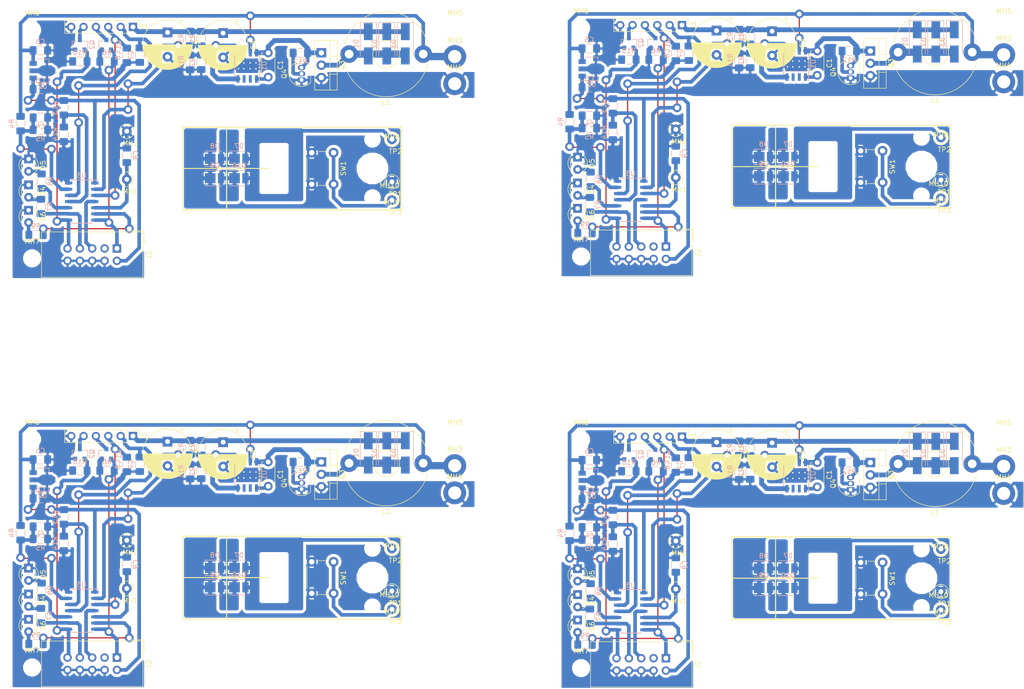
<source format=kicad_pcb>
(kicad_pcb (version 20171130) (host pcbnew "(5.0.0)")
  (layers (0 F.Cu signal) (31 B.Cu signal) (34 B.Paste user) (35 F.Paste user) (36 B.SilkS user) (37 F.SilkS user) (38 B.Mask user) (39 F.Mask user) (44 Edge.Cuts user))
  (net 0 "")
  (net 1 HALL_IN)
  (net 2 PA4)
  (net 3 +12V)
  (net 4 "Net-(J1-Pad4)")
  (net 5 "Net-(J1-Pad5)")
  (net 6 GND)
  (net 7 PA5)
  (net 8 "Net-(R1-Pad2)")
  (net 9 "Net-(R9-Pad1)")
  (net 10 "Net-(D6-Pad2)")
  (net 11 "Net-(D5-Pad2)")
  (net 12 "Net-(R8-Pad1)")
  (net 13 "Net-(D4-Pad2)")
  (net 14 PA6)
  (net 15 "Net-(C4-Pad1)")
  (net 16 +BATT)
  (net 17 +5V)
  (net 18 "Net-(C1-Pad2)")
  (net 19 "Net-(U1-Pad2)")
  (net 20 "Net-(U1-Pad3)")
  (net 21 "Net-(C1-Pad1)")
  (net 22 RST)
  (net 23 PB2)
  (net 24 "Net-(J2-Pad3)")
  (net 25 "Net-(Q4-Pad2)")
  (net 26 "Net-(D1-Pad2)")
  (net 27 "Net-(R13-Pad2)")
  (net 28 PB0)
  (net 29 PB1)
  (net 30 "Net-(D10-Pad2)")
  (net 31 "Net-(D10-Pad1)")
  (net 32 "Net-(D8-Pad1)")
  (net 33 "Net-(D7-Pad1)")
  (net 34 "Net-(SW1-Pad1)")
  (module LED_SMD:LED_PLCC_2835 (layer B.Cu) (at 78.471 151.399)
    (fp_text reference D9 (at -0.18 -2.6) (layer B.SilkS) (effects (justify mirror)))
    (fp_text value LED)
    (pad 1 smd rect (at -1.13 0 180) (size 2.2 2.1) (layers B.Cu B.Paste B.Mask))
    (pad 2 smd rect (at 1.13 0 180) (size 1.3 2.1) (layers B.Cu B.Paste B.Mask))
  )
  (module LED_SMD:LED_PLCC_2835 (layer B.Cu) (at 78.471 147.399)
    (fp_text reference D8 (at -0.18 -2.6) (layer B.SilkS) (effects (justify mirror)))
    (fp_text value LED)
    (pad 2 smd rect (at 1.13 0 180) (size 1.3 2.1) (layers B.Cu B.Paste B.Mask))
    (pad 1 smd rect (at -1.13 0 180) (size 2.2 2.1) (layers B.Cu B.Paste B.Mask))
  )
  (module MountingHole:MountingHole_2.2mm_M2_DIN965 (layer F.Cu) (at 110.721 143.399)
    (fp_text reference MH8 (at 4 -0.5) (layer F.SilkS))
    (fp_text value " ")
    (pad 1 np_thru_hole circle (at 0 0) (size 2.2 2.2) (drill 2.2) (layers *.Cu *.Mask))
  )
  (module TestPoint:TestPoint_Loop_D2.50mm_Drill1.0mm (layer F.Cu) (at 60.198 141.732)
    (fp_text reference MH2 (at 0.7 2.5) (layer F.SilkS))
    (fp_text value Button1_G)
    (pad 1 thru_hole circle (at 0 0) (size 2 2) (drill 1) (layers *.Cu *.Mask))
  )
  (module TestPoint:TestPoint_Loop_D2.50mm_Drill1.0mm (layer F.Cu) (at 114.721 143.399)
    (fp_text reference TP2 (at 0.7 2.5) (layer F.SilkS))
    (fp_text value " ")
    (pad 1 thru_hole circle (at 0 0) (size 2 2) (drill 1) (layers *.Cu *.Mask))
  )
  (module LED_SMD:LED_PLCC_2835 (layer B.Cu) (at 83.471 147.399)
    (fp_text reference D7 (at -0.18 -2.6) (layer B.SilkS) (effects (justify mirror)))
    (fp_text value LED)
    (pad 1 smd rect (at -1.13 0 180) (size 2.2 2.1) (layers B.Cu B.Paste B.Mask))
    (pad 2 smd rect (at 1.13 0 180) (size 1.3 2.1) (layers B.Cu B.Paste B.Mask))
  )
  (module TestPoint:TestPoint_Loop_D2.50mm_Drill1.0mm (layer F.Cu) (at 114.721 155.899)
    (fp_text reference TP3 (at 0.7 2.5) (layer F.SilkS))
    (fp_text value " ")
    (pad 1 thru_hole circle (at 0 0) (size 2 2) (drill 1) (layers *.Cu *.Mask))
  )
  (module Button_Switch_THT:SW_PUSH_6mm (layer F.Cu) (at 102.721 146.149 270)
    (fp_text reference SW1 (at 3.25 -2 270) (layer F.SilkS))
    (fp_text value SW_Push)
    (pad 1 thru_hole circle (at 6.5 0) (size 2 2) (drill 1.1) (layers *.Cu *.Mask))
    (pad 2 thru_hole circle (at 6.5 4.5) (size 2 2) (drill 1.1) (layers *.Cu *.Mask))
    (pad 1 thru_hole circle (at 0 0) (size 2 2) (drill 1.1) (layers *.Cu *.Mask))
    (pad 2 thru_hole circle (at 0 4.5) (size 2 2) (drill 1.1) (layers *.Cu *.Mask))
  )
  (module MountingHole:MountingHole_2.2mm_M2_DIN965 (layer F.Cu) (at 110.721 155.399)
    (fp_text reference MH9 (at 4 1) (layer F.SilkS))
    (fp_text value " ")
    (pad 1 np_thru_hole circle (at 0 0) (size 2.2 2.2) (drill 2.2) (layers *.Cu *.Mask))
  )
  (module TestPoint:TestPoint_Loop_D2.50mm_Drill1.0mm (layer F.Cu) (at 60.198 151.638)
    (fp_text reference MH1 (at 0.7 2.5) (layer F.SilkS))
    (fp_text value Button1)
    (pad 1 thru_hole circle (at 0 0) (size 2 2) (drill 1) (layers *.Cu *.Mask))
  )
  (module TestPoint:TestPoint_Loop_D2.50mm_Drill1.0mm (layer F.Cu) (at 114.721 152.149)
    (fp_text reference TP1 (at 0.7 2.5) (layer F.SilkS))
    (fp_text value " ")
    (pad 1 thru_hole circle (at 0 0) (size 2 2) (drill 1) (layers *.Cu *.Mask))
  )
  (module MountingHole:MountingHole_5.3mm_M5 (layer F.Cu) (at 110.721 149.399)
    (fp_text reference MH10 (at 3.5 3.5) (layer F.SilkS))
    (fp_text value " ")
    (pad 1 np_thru_hole circle (at 0 0) (size 5.3 5.3) (drill 5.3) (layers *.Cu *.Mask))
  )
  (module Capacitor_SMD:C_1206_3216Metric_Pad1.42x1.75mm_HandSolder (layer B.Cu) (at 60.198 146.685 90)
    (fp_text reference C9 (at 0 1.82 90) (layer B.SilkS) (effects (justify mirror)))
    (fp_text value 10nF)
    (pad 2 smd roundrect (at 1.4875 0 90) (size 1.425 1.75) (layers B.Cu B.Paste B.Mask) (roundrect_rratio 0.175439))
    (pad 1 smd roundrect (at -1.4875 0 90) (size 1.425 1.75) (layers B.Cu B.Paste B.Mask) (roundrect_rratio 0.175439))
  )
  (module LED_SMD:LED_PLCC_2835 (layer B.Cu) (at 83.471 151.399)
    (fp_text reference D10 (at -0.18 -2.6) (layer B.SilkS) (effects (justify mirror)))
    (fp_text value LED)
    (pad 2 smd rect (at 1.13 0 180) (size 1.3 2.1) (layers B.Cu B.Paste B.Mask))
    (pad 1 smd rect (at -1.13 0 180) (size 2.2 2.1) (layers B.Cu B.Paste B.Mask))
  )
  (module Resistor_SMD:R_1206_3216Metric_Pad1.42x1.75mm_HandSolder (layer B.Cu) (at 41.529 163.068 180)
    (fp_text reference R9 (at 0 1.82 180) (layer B.SilkS) (effects (justify mirror)))
    (fp_text value 220R)
    (pad 2 smd roundrect (at 1.4875 0 180) (size 1.425 1.75) (layers B.Cu B.Paste B.Mask) (roundrect_rratio 0.175439))
    (pad 1 smd roundrect (at -1.4875 0 180) (size 1.425 1.75) (layers B.Cu B.Paste B.Mask) (roundrect_rratio 0.175439))
  )
  (module Resistor_SMD:R_1206_3216Metric_Pad1.42x1.75mm_HandSolder (layer B.Cu) (at 42.672 152.019 90)
    (fp_text reference R8 (at 0 1.82 90) (layer B.SilkS) (effects (justify mirror)))
    (fp_text value 220R)
    (pad 1 smd roundrect (at -1.4875 0 90) (size 1.425 1.75) (layers B.Cu B.Paste B.Mask) (roundrect_rratio 0.175439))
    (pad 2 smd roundrect (at 1.4875 0 90) (size 1.425 1.75) (layers B.Cu B.Paste B.Mask) (roundrect_rratio 0.175439))
  )
  (module Resistor_SMD:R_1206_3216Metric_Pad1.42x1.75mm_HandSolder (layer B.Cu) (at 42.545 157.226 90)
    (fp_text reference R7 (at 0 1.82 90) (layer B.SilkS) (effects (justify mirror)))
    (fp_text value 220R)
    (pad 2 smd roundrect (at 1.4875 0 90) (size 1.425 1.75) (layers B.Cu B.Paste B.Mask) (roundrect_rratio 0.175439))
    (pad 1 smd roundrect (at -1.4875 0 90) (size 1.425 1.75) (layers B.Cu B.Paste B.Mask) (roundrect_rratio 0.175439))
  )
  (module Bike:b7 (layer F.Cu) (at 90.471 149.399 270)
    (fp_text reference "" hide)
    (fp_text value "" hide)
  )
  (module Resistor_SMD:R_1206_3216Metric_Pad1.42x1.75mm_HandSolder (layer B.Cu) (at 50.546 127.381 180)
    (fp_text reference R10 (at 0 1.82 180) (layer B.SilkS) (effects (justify mirror)))
    (fp_text value 1K)
    (pad 2 smd roundrect (at 1.4875 0 180) (size 1.425 1.75) (layers B.Cu B.Paste B.Mask) (roundrect_rratio 0.175439))
    (pad 1 smd roundrect (at -1.4875 0 180) (size 1.425 1.75) (layers B.Cu B.Paste B.Mask) (roundrect_rratio 0.175439))
  )
  (module Resistor_SMD:R_1206_3216Metric_Pad1.42x1.75mm_HandSolder (layer B.Cu) (at 75.505552 122.669953 270)
    (fp_text reference R1 (at 0 1.82 270) (layer B.SilkS) (effects (justify mirror)))
    (fp_text value NC)
    (pad 1 smd roundrect (at -1.4875 0 270) (size 1.425 1.75) (layers B.Cu B.Paste B.Mask) (roundrect_rratio 0.175439))
    (pad 2 smd roundrect (at 1.4875 0 270) (size 1.425 1.75) (layers B.Cu B.Paste B.Mask) (roundrect_rratio 0.175439))
  )
  (module Resistor_SMD:R_1206_3216Metric_Pad1.42x1.75mm_HandSolder (layer B.Cu) (at 56.134 127.381 180)
    (fp_text reference R6 (at 0 1.82 180) (layer B.SilkS) (effects (justify mirror)))
    (fp_text value 1K)
    (pad 1 smd roundrect (at -1.4875 0 180) (size 1.425 1.75) (layers B.Cu B.Paste B.Mask) (roundrect_rratio 0.175439))
    (pad 2 smd roundrect (at 1.4875 0 180) (size 1.425 1.75) (layers B.Cu B.Paste B.Mask) (roundrect_rratio 0.175439))
  )
  (module Resistor_SMD:R_1206_3216Metric_Pad1.42x1.75mm_HandSolder (layer B.Cu) (at 42.423244 141.454803)
    (fp_text reference R5 (at 0 1.82) (layer B.SilkS) (effects (justify mirror)))
    (fp_text value 150K)
    (pad 1 smd roundrect (at -1.4875 0) (size 1.425 1.75) (layers B.Cu B.Paste B.Mask) (roundrect_rratio 0.175439))
    (pad 2 smd roundrect (at 1.4875 0) (size 1.425 1.75) (layers B.Cu B.Paste B.Mask) (roundrect_rratio 0.175439))
  )
  (module Resistor_SMD:R_1206_3216Metric_Pad1.42x1.75mm_HandSolder (layer B.Cu) (at 38.354 140.1715 270)
    (fp_text reference R4 (at 0 1.82 270) (layer B.SilkS) (effects (justify mirror)))
    (fp_text value 1M)
    (pad 2 smd roundrect (at 1.4875 0 270) (size 1.425 1.75) (layers B.Cu B.Paste B.Mask) (roundrect_rratio 0.175439))
    (pad 1 smd roundrect (at -1.4875 0 270) (size 1.425 1.75) (layers B.Cu B.Paste B.Mask) (roundrect_rratio 0.175439))
  )
  (module Diode_SMD:D_SMA_Handsoldering (layer B.Cu) (at 113.665 123.738 270)
    (fp_text reference D2 (at 0 2.5 270) (layer B.SilkS) (effects (justify mirror)))
    (fp_text value SS14)
    (pad 1 smd rect (at -2.5 0 270) (size 3.5 1.8) (layers B.Cu B.Paste B.Mask))
    (pad 2 smd rect (at 2.5 0 270) (size 3.5 1.8) (layers B.Cu B.Paste B.Mask))
  )
  (module Resistor_SMD:R_1206_3216Metric_Pad1.42x1.75mm_HandSolder (layer B.Cu) (at 75.505552 127.549953 270)
    (fp_text reference R2 (at 0 1.82 270) (layer B.SilkS) (effects (justify mirror)))
    (fp_text value NC)
    (pad 2 smd roundrect (at 1.4875 0 270) (size 1.425 1.75) (layers B.Cu B.Paste B.Mask) (roundrect_rratio 0.175439))
    (pad 1 smd roundrect (at -1.4875 0 270) (size 1.425 1.75) (layers B.Cu B.Paste B.Mask) (roundrect_rratio 0.175439))
  )
  (module Resistor_SMD:R_1206_3216Metric_Pad1.42x1.75mm_HandSolder (layer B.Cu) (at 73.219552 122.633453 270)
    (fp_text reference R3 (at 0 1.82 270) (layer B.SilkS) (effects (justify mirror)))
    (fp_text value NC)
    (pad 1 smd roundrect (at -1.4875 0 270) (size 1.425 1.75) (layers B.Cu B.Paste B.Mask) (roundrect_rratio 0.175439))
    (pad 2 smd roundrect (at 1.4875 0 270) (size 1.425 1.75) (layers B.Cu B.Paste B.Mask) (roundrect_rratio 0.175439))
  )
  (module Capacitor_SMD:C_1206_3216Metric_Pad1.42x1.75mm_HandSolder (layer B.Cu) (at 42.418 133.096 180)
    (fp_text reference C5 (at 0 1.82 180) (layer B.SilkS) (effects (justify mirror)))
    (fp_text value 100nF)
    (pad 1 smd roundrect (at -1.4875 0 180) (size 1.425 1.75) (layers B.Cu B.Paste B.Mask) (roundrect_rratio 0.175439))
    (pad 2 smd roundrect (at 1.4875 0 180) (size 1.425 1.75) (layers B.Cu B.Paste B.Mask) (roundrect_rratio 0.175439))
  )
  (module Package_SO:TI_SO-PowerPAD-8_ThermalVias (layer B.Cu) (at 84.963 128.27 90)
    (fp_text reference U1 (at 0 3.5 90) (layer B.SilkS) (effects (justify mirror)))
    (fp_text value TPS5430DDA)
    (pad 9 thru_hole circle (at 0.6 -1.8 90) (size 0.6 0.6) (drill 0.3) (layers *.Cu))
    (pad 9 thru_hole circle (at 0.6 -0.7 90) (size 0.6 0.6) (drill 0.3) (layers *.Cu))
    (pad 9 thru_hole circle (at -0.6 -0.7 90) (size 0.6 0.6) (drill 0.3) (layers *.Cu))
    (pad 9 thru_hole circle (at -0.6 -1.8 90) (size 0.6 0.6) (drill 0.3) (layers *.Cu))
    (pad 9 thru_hole circle (at 0.6 1.8 90) (size 0.6 0.6) (drill 0.3) (layers *.Cu))
    (pad 9 thru_hole circle (at 0.6 0.6 90) (size 0.6 0.6) (drill 0.3) (layers *.Cu))
    (pad 9 thru_hole circle (at -0.6 0.6 90) (size 0.6 0.6) (drill 0.3) (layers *.Cu))
    (pad 9 thru_hole circle (at -0.6 1.8 90) (size 0.6 0.6) (drill 0.3) (layers *.Cu))
    (pad 9 smd rect (at 0 0 90) (size 2.95 4.5) (layers F.Cu))
    (pad 8 smd rect (at 2.7 1.905 90) (size 1.55 0.6) (layers B.Cu B.Paste B.Mask))
    (pad 7 smd rect (at 2.7 0.635 90) (size 1.55 0.6) (layers B.Cu B.Paste B.Mask))
    (pad 6 smd rect (at 2.7 -0.635 90) (size 1.55 0.6) (layers B.Cu B.Paste B.Mask))
    (pad 5 smd rect (at 2.7 -1.905 90) (size 1.55 0.6) (layers B.Cu B.Paste B.Mask))
    (pad 4 smd rect (at -2.7 -1.905 90) (size 1.55 0.6) (layers B.Cu B.Paste B.Mask))
    (pad 3 smd rect (at -2.7 -0.635 90) (size 1.55 0.6) (layers B.Cu B.Paste B.Mask))
    (pad 2 smd rect (at -2.7 0.635 90) (size 1.55 0.6) (layers B.Cu B.Paste B.Mask))
    (pad 1 smd rect (at -2.7 1.905 90) (size 1.55 0.6) (layers B.Cu B.Paste B.Mask))
    (pad 9 smd rect (at 0 0 90) (size 2.95 4.5) (layers B.Cu))
    (pad 9 smd rect (at 0 0 90) (size 2.6 3.1) (layers B.Cu B.Paste B.Mask))
  )
  (module Diode_SMD:D_SMA_Handsoldering (layer B.Cu) (at 117.475 123.738 270)
    (fp_text reference D3 (at 0 2.5 270) (layer B.SilkS) (effects (justify mirror)))
    (fp_text value SS14)
    (pad 2 smd rect (at 2.5 0 270) (size 3.5 1.8) (layers B.Cu B.Paste B.Mask))
    (pad 1 smd rect (at -2.5 0 270) (size 3.5 1.8) (layers B.Cu B.Paste B.Mask))
  )
  (module Capacitor_SMD:C_1206_3216Metric_Pad1.42x1.75mm_HandSolder (layer B.Cu) (at 60.198 126.111 270)
    (fp_text reference C8 (at 0 1.82 270) (layer B.SilkS) (effects (justify mirror)))
    (fp_text value 10nF)
    (pad 2 smd roundrect (at 1.4875 0 270) (size 1.425 1.75) (layers B.Cu B.Paste B.Mask) (roundrect_rratio 0.175439))
    (pad 1 smd roundrect (at -1.4875 0 270) (size 1.425 1.75) (layers B.Cu B.Paste B.Mask) (roundrect_rratio 0.175439))
  )
  (module Package_TO_SOT_SMD:SOT-89-3 (layer B.Cu) (at 42.418 129.286)
    (fp_text reference U2 (at 0.45 3.2) (layer B.SilkS) (effects (justify mirror)))
    (fp_text value L78L05_SOT89)
    (pad 2 smd trapezoid (at -0.0762 0 270) (size 1.5 1) (rect_delta 0 -0.7) (layers B.Cu B.Paste B.Mask))
    (pad 2 smd rect (at 1.3335 0 90) (size 2.2 1.84) (layers B.Cu B.Paste B.Mask))
    (pad 3 smd rect (at -1.48 -1.5 90) (size 1 1.5) (layers B.Cu B.Paste B.Mask))
    (pad 2 smd rect (at -1.3335 0 90) (size 1 1.8) (layers B.Cu B.Paste B.Mask))
    (pad 1 smd rect (at -1.48 1.5 90) (size 1 1.5) (layers B.Cu B.Paste B.Mask))
    (pad 2 smd trapezoid (at 2.667 0 90) (size 1.6 0.85) (rect_delta 0 -0.6) (layers B.Cu B.Paste B.Mask))
  )
  (module Capacitor_SMD:C_1206_3216Metric_Pad1.42x1.75mm_HandSolder (layer B.Cu) (at 42.423244 138.914803)
    (fp_text reference C4 (at 0 1.82) (layer B.SilkS) (effects (justify mirror)))
    (fp_text value 1uF)
    (pad 1 smd roundrect (at -1.4875 0) (size 1.425 1.75) (layers B.Cu B.Paste B.Mask) (roundrect_rratio 0.175439))
    (pad 2 smd roundrect (at 1.4875 0) (size 1.425 1.75) (layers B.Cu B.Paste B.Mask) (roundrect_rratio 0.175439))
  )
  (module Package_TO_SOT_SMD:SOT-23 (layer B.Cu) (at 50.546 123.952 90)
    (fp_text reference Q2 (at 0 2.5 90) (layer B.SilkS) (effects (justify mirror)))
    (fp_text value IRLML2502)
    (pad 3 smd rect (at 1 0 90) (size 0.9 0.8) (layers B.Cu B.Paste B.Mask))
    (pad 2 smd rect (at -1 -0.95 90) (size 0.9 0.8) (layers B.Cu B.Paste B.Mask))
    (pad 1 smd rect (at -1 0.95 90) (size 0.9 0.8) (layers B.Cu B.Paste B.Mask))
  )
  (module Package_SO:SOIC-14_3.9x8.7mm_P1.27mm (layer B.Cu) (at 50.927 156.21 180)
    (fp_text reference U3 (at 0 5.375 180) (layer B.SilkS) (effects (justify mirror)))
    (fp_text value ATtiny44A-SSU)
    (pad 14 smd rect (at 2.7 3.81 180) (size 1.5 0.6) (layers B.Cu B.Paste B.Mask))
    (pad 13 smd rect (at 2.7 2.54 180) (size 1.5 0.6) (layers B.Cu B.Paste B.Mask))
    (pad 12 smd rect (at 2.7 1.27 180) (size 1.5 0.6) (layers B.Cu B.Paste B.Mask))
    (pad 11 smd rect (at 2.7 0 180) (size 1.5 0.6) (layers B.Cu B.Paste B.Mask))
    (pad 10 smd rect (at 2.7 -1.27 180) (size 1.5 0.6) (layers B.Cu B.Paste B.Mask))
    (pad 9 smd rect (at 2.7 -2.54 180) (size 1.5 0.6) (layers B.Cu B.Paste B.Mask))
    (pad 8 smd rect (at 2.7 -3.81 180) (size 1.5 0.6) (layers B.Cu B.Paste B.Mask))
    (pad 7 smd rect (at -2.7 -3.81 180) (size 1.5 0.6) (layers B.Cu B.Paste B.Mask))
    (pad 6 smd rect (at -2.7 -2.54 180) (size 1.5 0.6) (layers B.Cu B.Paste B.Mask))
    (pad 5 smd rect (at -2.7 -1.27 180) (size 1.5 0.6) (layers B.Cu B.Paste B.Mask))
    (pad 4 smd rect (at -2.7 0 180) (size 1.5 0.6) (layers B.Cu B.Paste B.Mask))
    (pad 3 smd rect (at -2.7 1.27 180) (size 1.5 0.6) (layers B.Cu B.Paste B.Mask))
    (pad 2 smd rect (at -2.7 2.54 180) (size 1.5 0.6) (layers B.Cu B.Paste B.Mask))
    (pad 1 smd rect (at -2.7 3.81 180) (size 1.5 0.6) (layers B.Cu B.Paste B.Mask))
  )
  (module Package_TO_SOT_SMD:SOT-23 (layer B.Cu) (at 56.007 123.952 90)
    (fp_text reference Q1 (at 0 2.5 90) (layer B.SilkS) (effects (justify mirror)))
    (fp_text value IRLML2502)
    (pad 1 smd rect (at -1 0.95 90) (size 0.9 0.8) (layers B.Cu B.Paste B.Mask))
    (pad 2 smd rect (at -1 -0.95 90) (size 0.9 0.8) (layers B.Cu B.Paste B.Mask))
    (pad 3 smd rect (at 1 0 90) (size 0.9 0.8) (layers B.Cu B.Paste B.Mask))
  )
  (module Capacitor_SMD:C_1206_3216Metric_Pad1.42x1.75mm_HandSolder (layer B.Cu) (at 42.418 125.095 180)
    (fp_text reference C6 (at 0 1.82 180) (layer B.SilkS) (effects (justify mirror)))
    (fp_text value 100nF)
    (pad 2 smd roundrect (at 1.4875 0 180) (size 1.425 1.75) (layers B.Cu B.Paste B.Mask) (roundrect_rratio 0.175439))
    (pad 1 smd roundrect (at -1.4875 0 180) (size 1.425 1.75) (layers B.Cu B.Paste B.Mask) (roundrect_rratio 0.175439))
  )
  (module Capacitor_THT:CP_Radial_D10.0mm_P5.00mm (layer F.Cu) (at 80.01 121.539 270)
    (fp_text reference C3 (at 2.5 -6.25 270) (layer F.SilkS))
    (fp_text value 680uF)
    (pad 2 thru_hole circle (at 5 0 270) (size 2 2) (drill 1) (layers *.Cu *.Mask))
    (pad 1 thru_hole rect (at 0 0 270) (size 2 2) (drill 1) (layers *.Cu *.Mask))
  )
  (module Diode_SMD:D_SMA_Handsoldering (layer B.Cu) (at 109.855 123.738 270)
    (fp_text reference D1 (at 0 2.5 270) (layer B.SilkS) (effects (justify mirror)))
    (fp_text value SS14)
    (pad 2 smd rect (at 2.5 0 270) (size 3.5 1.8) (layers B.Cu B.Paste B.Mask))
    (pad 1 smd rect (at -2.5 0 270) (size 3.5 1.8) (layers B.Cu B.Paste B.Mask))
  )
  (module Capacitor_SMD:C_1206_3216Metric_Pad1.42x1.75mm_HandSolder (layer B.Cu) (at 62.865 126.0745 270)
    (fp_text reference C7 (at 0 1.82 270) (layer B.SilkS) (effects (justify mirror)))
    (fp_text value 1nF)
    (pad 1 smd roundrect (at -1.4875 0 270) (size 1.425 1.75) (layers B.Cu B.Paste B.Mask) (roundrect_rratio 0.175439))
    (pad 2 smd roundrect (at 1.4875 0 270) (size 1.425 1.75) (layers B.Cu B.Paste B.Mask) (roundrect_rratio 0.175439))
  )
  (module Capacitor_THT:CP_Radial_D10.0mm_P5.00mm (layer F.Cu) (at 68.58 121.412 270)
    (fp_text reference C2 (at 2.5 -6.25 270) (layer F.SilkS))
    (fp_text value 680uF)
    (pad 1 thru_hole rect (at 0 0 270) (size 2 2) (drill 1) (layers *.Cu *.Mask))
    (pad 2 thru_hole circle (at 5 0 270) (size 2 2) (drill 1) (layers *.Cu *.Mask))
  )
  (module Connector_PinHeader_2.54mm:PinHeader_1x06_P2.54mm_Vertical (layer F.Cu) (at 61.468 120.269 270)
    (fp_text reference J1 (at 0 -2.33 270) (layer F.SilkS))
    (fp_text value " ")
    (pad 6 thru_hole oval (at 0 12.7 270) (size 1.7 1.7) (drill 1) (layers *.Cu *.Mask))
    (pad 5 thru_hole oval (at 0 10.16 270) (size 1.7 1.7) (drill 1) (layers *.Cu *.Mask))
    (pad 4 thru_hole oval (at 0 7.62 270) (size 1.7 1.7) (drill 1) (layers *.Cu *.Mask))
    (pad 3 thru_hole oval (at 0 5.08 270) (size 1.7 1.7) (drill 1) (layers *.Cu *.Mask))
    (pad 2 thru_hole oval (at 0 2.54 270) (size 1.7 1.7) (drill 1) (layers *.Cu *.Mask))
    (pad 1 thru_hole rect (at 0 0 270) (size 1.7 1.7) (drill 1) (layers *.Cu *.Mask))
  )
  (module LED_THT:LED_D3.0mm (layer F.Cu) (at 40.005 152.781 270)
    (fp_text reference D4 (at 1.27 -2.96 270) (layer F.SilkS))
    (fp_text value LED)
    (pad 2 thru_hole circle (at 2.54 0 270) (size 1.8 1.8) (drill 0.9) (layers *.Cu *.Mask))
    (pad 1 thru_hole rect (at 0 0 270) (size 1.8 1.8) (drill 0.9) (layers *.Cu *.Mask))
  )
  (module LED_THT:LED_D3.0mm (layer F.Cu) (at 40.005 147.447 270)
    (fp_text reference D5 (at 1.27 -2.96 270) (layer F.SilkS))
    (fp_text value LED)
    (pad 1 thru_hole rect (at 0 0 270) (size 1.8 1.8) (drill 0.9) (layers *.Cu *.Mask))
    (pad 2 thru_hole circle (at 2.54 0 270) (size 1.8 1.8) (drill 0.9) (layers *.Cu *.Mask))
  )
  (module Connector_IDC:IDC-Header_2x05_P2.54mm_Vertical (layer F.Cu) (at 58.166 165.862 270)
    (fp_text reference J2 (at 1.27 -6.604 270) (layer F.SilkS))
    (fp_text value AVR-ISP-10)
    (pad 10 thru_hole oval (at 2.54 10.16 270) (size 1.7272 1.7272) (drill 1.016) (layers *.Cu *.Mask))
    (pad 9 thru_hole oval (at 0 10.16 270) (size 1.7272 1.7272) (drill 1.016) (layers *.Cu *.Mask))
    (pad 8 thru_hole oval (at 2.54 7.62 270) (size 1.7272 1.7272) (drill 1.016) (layers *.Cu *.Mask))
    (pad 7 thru_hole oval (at 0 7.62 270) (size 1.7272 1.7272) (drill 1.016) (layers *.Cu *.Mask))
    (pad 6 thru_hole oval (at 2.54 5.08 270) (size 1.7272 1.7272) (drill 1.016) (layers *.Cu *.Mask))
    (pad 5 thru_hole oval (at 0 5.08 270) (size 1.7272 1.7272) (drill 1.016) (layers *.Cu *.Mask))
    (pad 4 thru_hole oval (at 2.54 2.54 270) (size 1.7272 1.7272) (drill 1.016) (layers *.Cu *.Mask))
    (pad 3 thru_hole oval (at 0 2.54 270) (size 1.7272 1.7272) (drill 1.016) (layers *.Cu *.Mask))
    (pad 2 thru_hole oval (at 2.54 0 270) (size 1.7272 1.7272) (drill 1.016) (layers *.Cu *.Mask))
    (pad 1 thru_hole rect (at 0 0 270) (size 1.7272 1.7272) (drill 1.016) (layers *.Cu *.Mask))
  )
  (module Package_TO_SOT_THT:TO-220-3_Vertical (layer F.Cu) (at 100.203 125.603 270)
    (fp_text reference Q3 (at 2.54 -4.27 270) (layer F.SilkS))
    (fp_text value IRFZ44N)
    (pad 3 thru_hole oval (at 5.08 0 270) (size 1.905 2) (drill 1.1) (layers *.Cu *.Mask))
    (pad 2 thru_hole oval (at 2.54 0 270) (size 1.905 2) (drill 1.1) (layers *.Cu *.Mask))
    (pad 1 thru_hole rect (at 0 0 270) (size 1.905 2) (drill 1.1) (layers *.Cu *.Mask))
  )
  (module MountingHole:MountingHole_2.7mm_M2.5_DIN965_Pad (layer F.Cu) (at 127.635 131.953)
    (fp_text reference MH4 (at 0 -3.35) (layer F.SilkS))
    (fp_text value -BAT)
    (pad 1 thru_hole circle (at 0 0) (size 4.7 4.7) (drill 2.7) (layers *.Cu *.Mask))
  )
  (module Inductor_THT:L_Toroid_Horizontal_D17.3mm_P15.24mm_Bourns_2000 (layer F.Cu) (at 121.158 125.857 180)
    (fp_text reference L1 (at 7.62 -9.9 180) (layer F.SilkS))
    (fp_text value 10uH)
    (pad 2 thru_hole circle (at 15.24 0 180) (size 3.6 3.6) (drill 1.8) (layers *.Cu *.Mask))
    (pad 1 thru_hole circle (at 0 0 180) (size 3.6 3.6) (drill 1.8) (layers *.Cu *.Mask))
  )
  (module LED_THT:LED_D3.0mm (layer F.Cu) (at 40.005 157.988 270)
    (fp_text reference D6 (at 1.27 -2.96 270) (layer F.SilkS))
    (fp_text value LED)
    (pad 2 thru_hole circle (at 2.54 0 270) (size 1.8 1.8) (drill 0.9) (layers *.Cu *.Mask))
    (pad 1 thru_hole rect (at 0 0 270) (size 1.8 1.8) (drill 0.9) (layers *.Cu *.Mask))
  )
  (module Package_TO_SOT_THT:TO-92_Inline (layer F.Cu) (at 96.139 131.191 90)
    (fp_text reference Q4 (at 1.27 -3.56 90) (layer F.SilkS))
    (fp_text value PN2222A)
    (pad 1 thru_hole rect (at 0 0 90) (size 1.05 1.5) (drill 0.75) (layers *.Cu *.Mask))
    (pad 3 thru_hole oval (at 2.54 0 90) (size 1.05 1.5) (drill 0.75) (layers *.Cu *.Mask))
    (pad 2 thru_hole oval (at 1.27 0 90) (size 1.05 1.5) (drill 0.75) (layers *.Cu *.Mask))
  )
  (module Resistor_SMD:R_1206_3216Metric_Pad1.42x1.75mm_HandSolder (layer B.Cu) (at 47.244 136.906 270)
    (fp_text reference R13 (at 0 1.82 270) (layer B.SilkS) (effects (justify mirror)))
    (fp_text value NC)
    (pad 2 smd roundrect (at 1.4875 0 270) (size 1.425 1.75) (layers B.Cu B.Paste B.Mask) (roundrect_rratio 0.175439))
    (pad 1 smd roundrect (at -1.4875 0 270) (size 1.425 1.75) (layers B.Cu B.Paste B.Mask) (roundrect_rratio 0.175439))
  )
  (module Capacitor_THT:C_Disc_D4.7mm_W2.5mm_P5.00mm (layer F.Cu) (at 89.281 125.603 270)
    (fp_text reference C1 (at 2.5 -2.5 270) (layer F.SilkS))
    (fp_text value 10nF)
    (pad 2 thru_hole circle (at 5 0 270) (size 1.8 1.8) (drill 1) (layers *.Cu *.Mask))
    (pad 1 thru_hole circle (at 0 0 270) (size 1.8 1.8) (drill 1) (layers *.Cu *.Mask))
  )
  (module Resistor_SMD:R_1206_3216Metric_Pad1.42x1.75mm_HandSolder (layer B.Cu) (at 95.885 125.603)
    (fp_text reference R12 (at 0 1.82) (layer B.SilkS) (effects (justify mirror)))
    (fp_text value 1K)
    (pad 1 smd roundrect (at -1.4875 0) (size 1.425 1.75) (layers B.Cu B.Paste B.Mask) (roundrect_rratio 0.175439))
    (pad 2 smd roundrect (at 1.4875 0) (size 1.425 1.75) (layers B.Cu B.Paste B.Mask) (roundrect_rratio 0.175439))
  )
  (module Resistor_SMD:R_1206_3216Metric_Pad1.42x1.75mm_HandSolder (layer B.Cu) (at 47.244 142.367 270)
    (fp_text reference R14 (at 0 1.82 270) (layer B.SilkS) (effects (justify mirror)))
    (fp_text value NC)
    (pad 1 smd roundrect (at -1.4875 0 270) (size 1.425 1.75) (layers B.Cu B.Paste B.Mask) (roundrect_rratio 0.175439))
    (pad 2 smd roundrect (at 1.4875 0 270) (size 1.425 1.75) (layers B.Cu B.Paste B.Mask) (roundrect_rratio 0.175439))
  )
  (module MountingHole:MountingHole_2.7mm_M2.5_DIN965_Pad (layer F.Cu) (at 127.635 126.365)
    (fp_text reference MH3 (at 0 -3.35) (layer F.SilkS))
    (fp_text value +BAT)
    (pad 1 thru_hole circle (at 0 0) (size 4.7 4.7) (drill 2.7) (layers *.Cu *.Mask))
  )
  (module MountingHole:MountingHole_2.5mm (layer F.Cu) (at 40.721 120.899)
    (fp_text reference MH6 (at 0 -3.5) (layer F.SilkS))
    (fp_text value " ")
    (pad 1 np_thru_hole circle (at 0 0) (size 2.5 2.5) (drill 2.5) (layers *.Cu *.Mask))
  )
  (module MountingHole:MountingHole_2.5mm (layer F.Cu) (at 127.721 120.899)
    (fp_text reference MH5 (at 0 -3.5) (layer F.SilkS))
    (fp_text value " ")
    (pad 1 np_thru_hole circle (at 0 0) (size 2.5 2.5) (drill 2.5) (layers *.Cu *.Mask))
  )
  (module Resistor_SMD:R_1206_3216Metric_Pad1.42x1.75mm_HandSolder (layer B.Cu) (at 73.219552 127.586453 270)
    (fp_text reference R11 (at 0 1.82 270) (layer B.SilkS) (effects (justify mirror)))
    (fp_text value NC)
    (pad 2 smd roundrect (at 1.4875 0 270) (size 1.425 1.75) (layers B.Cu B.Paste B.Mask) (roundrect_rratio 0.175439))
    (pad 1 smd roundrect (at -1.4875 0 270) (size 1.425 1.75) (layers B.Cu B.Paste B.Mask) (roundrect_rratio 0.175439))
  )
  (module MountingHole:MountingHole_2.5mm (layer F.Cu) (at 40.721 167.899)
    (fp_text reference MH7 (at 0 -3.5) (layer F.SilkS))
    (fp_text value " ")
    (pad 1 np_thru_hole circle (at 0 0) (size 2.5 2.5) (drill 2.5) (layers *.Cu *.Mask))
  )
  (module LED_SMD:LED_PLCC_2835 (layer B.Cu) (at 191.374 151.526)
    (fp_text reference D9 (at -0.18 -2.6) (layer B.SilkS) (effects (justify mirror)))
    (fp_text value LED)
    (pad 1 smd rect (at -1.13 0 180) (size 2.2 2.1) (layers B.Cu B.Paste B.Mask))
    (pad 2 smd rect (at 1.13 0 180) (size 1.3 2.1) (layers B.Cu B.Paste B.Mask))
  )
  (module LED_SMD:LED_PLCC_2835 (layer B.Cu) (at 191.374 147.526)
    (fp_text reference D8 (at -0.18 -2.6) (layer B.SilkS) (effects (justify mirror)))
    (fp_text value LED)
    (pad 2 smd rect (at 1.13 0 180) (size 1.3 2.1) (layers B.Cu B.Paste B.Mask))
    (pad 1 smd rect (at -1.13 0 180) (size 2.2 2.1) (layers B.Cu B.Paste B.Mask))
  )
  (module MountingHole:MountingHole_2.2mm_M2_DIN965 (layer F.Cu) (at 223.624 143.526)
    (fp_text reference MH8 (at 4 -0.5) (layer F.SilkS))
    (fp_text value " ")
    (pad 1 np_thru_hole circle (at 0 0) (size 2.2 2.2) (drill 2.2) (layers *.Cu *.Mask))
  )
  (module TestPoint:TestPoint_Loop_D2.50mm_Drill1.0mm (layer F.Cu) (at 173.101 141.859)
    (fp_text reference MH2 (at 0.7 2.5) (layer F.SilkS))
    (fp_text value Button1_G)
    (pad 1 thru_hole circle (at 0 0) (size 2 2) (drill 1) (layers *.Cu *.Mask))
  )
  (module TestPoint:TestPoint_Loop_D2.50mm_Drill1.0mm (layer F.Cu) (at 227.624 143.526)
    (fp_text reference TP2 (at 0.7 2.5) (layer F.SilkS))
    (fp_text value " ")
    (pad 1 thru_hole circle (at 0 0) (size 2 2) (drill 1) (layers *.Cu *.Mask))
  )
  (module LED_SMD:LED_PLCC_2835 (layer B.Cu) (at 196.374 147.526)
    (fp_text reference D7 (at -0.18 -2.6) (layer B.SilkS) (effects (justify mirror)))
    (fp_text value LED)
    (pad 1 smd rect (at -1.13 0 180) (size 2.2 2.1) (layers B.Cu B.Paste B.Mask))
    (pad 2 smd rect (at 1.13 0 180) (size 1.3 2.1) (layers B.Cu B.Paste B.Mask))
  )
  (module TestPoint:TestPoint_Loop_D2.50mm_Drill1.0mm (layer F.Cu) (at 227.624 156.026)
    (fp_text reference TP3 (at 0.7 2.5) (layer F.SilkS))
    (fp_text value " ")
    (pad 1 thru_hole circle (at 0 0) (size 2 2) (drill 1) (layers *.Cu *.Mask))
  )
  (module Button_Switch_THT:SW_PUSH_6mm (layer F.Cu) (at 215.624 146.276 270)
    (fp_text reference SW1 (at 3.25 -2 270) (layer F.SilkS))
    (fp_text value SW_Push)
    (pad 1 thru_hole circle (at 6.5 0) (size 2 2) (drill 1.1) (layers *.Cu *.Mask))
    (pad 2 thru_hole circle (at 6.5 4.5) (size 2 2) (drill 1.1) (layers *.Cu *.Mask))
    (pad 1 thru_hole circle (at 0 0) (size 2 2) (drill 1.1) (layers *.Cu *.Mask))
    (pad 2 thru_hole circle (at 0 4.5) (size 2 2) (drill 1.1) (layers *.Cu *.Mask))
  )
  (module MountingHole:MountingHole_2.2mm_M2_DIN965 (layer F.Cu) (at 223.624 155.526)
    (fp_text reference MH9 (at 4 1) (layer F.SilkS))
    (fp_text value " ")
    (pad 1 np_thru_hole circle (at 0 0) (size 2.2 2.2) (drill 2.2) (layers *.Cu *.Mask))
  )
  (module TestPoint:TestPoint_Loop_D2.50mm_Drill1.0mm (layer F.Cu) (at 173.101 151.765)
    (fp_text reference MH1 (at 0.7 2.5) (layer F.SilkS))
    (fp_text value Button1)
    (pad 1 thru_hole circle (at 0 0) (size 2 2) (drill 1) (layers *.Cu *.Mask))
  )
  (module TestPoint:TestPoint_Loop_D2.50mm_Drill1.0mm (layer F.Cu) (at 227.624 152.276)
    (fp_text reference TP1 (at 0.7 2.5) (layer F.SilkS))
    (fp_text value " ")
    (pad 1 thru_hole circle (at 0 0) (size 2 2) (drill 1) (layers *.Cu *.Mask))
  )
  (module MountingHole:MountingHole_5.3mm_M5 (layer F.Cu) (at 223.624 149.526)
    (fp_text reference MH10 (at 3.5 3.5) (layer F.SilkS))
    (fp_text value " ")
    (pad 1 np_thru_hole circle (at 0 0) (size 5.3 5.3) (drill 5.3) (layers *.Cu *.Mask))
  )
  (module Capacitor_SMD:C_1206_3216Metric_Pad1.42x1.75mm_HandSolder (layer B.Cu) (at 173.101 146.812 90)
    (fp_text reference C9 (at 0 1.82 90) (layer B.SilkS) (effects (justify mirror)))
    (fp_text value 10nF)
    (pad 2 smd roundrect (at 1.4875 0 90) (size 1.425 1.75) (layers B.Cu B.Paste B.Mask) (roundrect_rratio 0.175439))
    (pad 1 smd roundrect (at -1.4875 0 90) (size 1.425 1.75) (layers B.Cu B.Paste B.Mask) (roundrect_rratio 0.175439))
  )
  (module LED_SMD:LED_PLCC_2835 (layer B.Cu) (at 196.374 151.526)
    (fp_text reference D10 (at -0.18 -2.6) (layer B.SilkS) (effects (justify mirror)))
    (fp_text value LED)
    (pad 2 smd rect (at 1.13 0 180) (size 1.3 2.1) (layers B.Cu B.Paste B.Mask))
    (pad 1 smd rect (at -1.13 0 180) (size 2.2 2.1) (layers B.Cu B.Paste B.Mask))
  )
  (module Resistor_SMD:R_1206_3216Metric_Pad1.42x1.75mm_HandSolder (layer B.Cu) (at 154.432 163.195 180)
    (fp_text reference R9 (at 0 1.82 180) (layer B.SilkS) (effects (justify mirror)))
    (fp_text value 220R)
    (pad 2 smd roundrect (at 1.4875 0 180) (size 1.425 1.75) (layers B.Cu B.Paste B.Mask) (roundrect_rratio 0.175439))
    (pad 1 smd roundrect (at -1.4875 0 180) (size 1.425 1.75) (layers B.Cu B.Paste B.Mask) (roundrect_rratio 0.175439))
  )
  (module Resistor_SMD:R_1206_3216Metric_Pad1.42x1.75mm_HandSolder (layer B.Cu) (at 155.575 152.146 90)
    (fp_text reference R8 (at 0 1.82 90) (layer B.SilkS) (effects (justify mirror)))
    (fp_text value 220R)
    (pad 1 smd roundrect (at -1.4875 0 90) (size 1.425 1.75) (layers B.Cu B.Paste B.Mask) (roundrect_rratio 0.175439))
    (pad 2 smd roundrect (at 1.4875 0 90) (size 1.425 1.75) (layers B.Cu B.Paste B.Mask) (roundrect_rratio 0.175439))
  )
  (module Resistor_SMD:R_1206_3216Metric_Pad1.42x1.75mm_HandSolder (layer B.Cu) (at 155.448 157.353 90)
    (fp_text reference R7 (at 0 1.82 90) (layer B.SilkS) (effects (justify mirror)))
    (fp_text value 220R)
    (pad 2 smd roundrect (at 1.4875 0 90) (size 1.425 1.75) (layers B.Cu B.Paste B.Mask) (roundrect_rratio 0.175439))
    (pad 1 smd roundrect (at -1.4875 0 90) (size 1.425 1.75) (layers B.Cu B.Paste B.Mask) (roundrect_rratio 0.175439))
  )
  (module Bike:b7 (layer F.Cu) (at 203.374 149.526 270)
    (fp_text reference "" hide)
    (fp_text value "" hide)
  )
  (module Resistor_SMD:R_1206_3216Metric_Pad1.42x1.75mm_HandSolder (layer B.Cu) (at 163.449 127.508 180)
    (fp_text reference R10 (at 0 1.82 180) (layer B.SilkS) (effects (justify mirror)))
    (fp_text value 1K)
    (pad 2 smd roundrect (at 1.4875 0 180) (size 1.425 1.75) (layers B.Cu B.Paste B.Mask) (roundrect_rratio 0.175439))
    (pad 1 smd roundrect (at -1.4875 0 180) (size 1.425 1.75) (layers B.Cu B.Paste B.Mask) (roundrect_rratio 0.175439))
  )
  (module Resistor_SMD:R_1206_3216Metric_Pad1.42x1.75mm_HandSolder (layer B.Cu) (at 188.408552 122.796953 270)
    (fp_text reference R1 (at 0 1.82 270) (layer B.SilkS) (effects (justify mirror)))
    (fp_text value NC)
    (pad 1 smd roundrect (at -1.4875 0 270) (size 1.425 1.75) (layers B.Cu B.Paste B.Mask) (roundrect_rratio 0.175439))
    (pad 2 smd roundrect (at 1.4875 0 270) (size 1.425 1.75) (layers B.Cu B.Paste B.Mask) (roundrect_rratio 0.175439))
  )
  (module Resistor_SMD:R_1206_3216Metric_Pad1.42x1.75mm_HandSolder (layer B.Cu) (at 169.037 127.508 180)
    (fp_text reference R6 (at 0 1.82 180) (layer B.SilkS) (effects (justify mirror)))
    (fp_text value 1K)
    (pad 1 smd roundrect (at -1.4875 0 180) (size 1.425 1.75) (layers B.Cu B.Paste B.Mask) (roundrect_rratio 0.175439))
    (pad 2 smd roundrect (at 1.4875 0 180) (size 1.425 1.75) (layers B.Cu B.Paste B.Mask) (roundrect_rratio 0.175439))
  )
  (module Resistor_SMD:R_1206_3216Metric_Pad1.42x1.75mm_HandSolder (layer B.Cu) (at 155.326244 141.581803)
    (fp_text reference R5 (at 0 1.82) (layer B.SilkS) (effects (justify mirror)))
    (fp_text value 150K)
    (pad 1 smd roundrect (at -1.4875 0) (size 1.425 1.75) (layers B.Cu B.Paste B.Mask) (roundrect_rratio 0.175439))
    (pad 2 smd roundrect (at 1.4875 0) (size 1.425 1.75) (layers B.Cu B.Paste B.Mask) (roundrect_rratio 0.175439))
  )
  (module Resistor_SMD:R_1206_3216Metric_Pad1.42x1.75mm_HandSolder (layer B.Cu) (at 151.257 140.2985 270)
    (fp_text reference R4 (at 0 1.82 270) (layer B.SilkS) (effects (justify mirror)))
    (fp_text value 1M)
    (pad 2 smd roundrect (at 1.4875 0 270) (size 1.425 1.75) (layers B.Cu B.Paste B.Mask) (roundrect_rratio 0.175439))
    (pad 1 smd roundrect (at -1.4875 0 270) (size 1.425 1.75) (layers B.Cu B.Paste B.Mask) (roundrect_rratio 0.175439))
  )
  (module Diode_SMD:D_SMA_Handsoldering (layer B.Cu) (at 226.568 123.865 270)
    (fp_text reference D2 (at 0 2.5 270) (layer B.SilkS) (effects (justify mirror)))
    (fp_text value SS14)
    (pad 1 smd rect (at -2.5 0 270) (size 3.5 1.8) (layers B.Cu B.Paste B.Mask))
    (pad 2 smd rect (at 2.5 0 270) (size 3.5 1.8) (layers B.Cu B.Paste B.Mask))
  )
  (module Resistor_SMD:R_1206_3216Metric_Pad1.42x1.75mm_HandSolder (layer B.Cu) (at 188.408552 127.676953 270)
    (fp_text reference R2 (at 0 1.82 270) (layer B.SilkS) (effects (justify mirror)))
    (fp_text value NC)
    (pad 2 smd roundrect (at 1.4875 0 270) (size 1.425 1.75) (layers B.Cu B.Paste B.Mask) (roundrect_rratio 0.175439))
    (pad 1 smd roundrect (at -1.4875 0 270) (size 1.425 1.75) (layers B.Cu B.Paste B.Mask) (roundrect_rratio 0.175439))
  )
  (module Resistor_SMD:R_1206_3216Metric_Pad1.42x1.75mm_HandSolder (layer B.Cu) (at 186.122552 122.760453 270)
    (fp_text reference R3 (at 0 1.82 270) (layer B.SilkS) (effects (justify mirror)))
    (fp_text value NC)
    (pad 1 smd roundrect (at -1.4875 0 270) (size 1.425 1.75) (layers B.Cu B.Paste B.Mask) (roundrect_rratio 0.175439))
    (pad 2 smd roundrect (at 1.4875 0 270) (size 1.425 1.75) (layers B.Cu B.Paste B.Mask) (roundrect_rratio 0.175439))
  )
  (module Capacitor_SMD:C_1206_3216Metric_Pad1.42x1.75mm_HandSolder (layer B.Cu) (at 155.321 133.223 180)
    (fp_text reference C5 (at 0 1.82 180) (layer B.SilkS) (effects (justify mirror)))
    (fp_text value 100nF)
    (pad 1 smd roundrect (at -1.4875 0 180) (size 1.425 1.75) (layers B.Cu B.Paste B.Mask) (roundrect_rratio 0.175439))
    (pad 2 smd roundrect (at 1.4875 0 180) (size 1.425 1.75) (layers B.Cu B.Paste B.Mask) (roundrect_rratio 0.175439))
  )
  (module Package_SO:TI_SO-PowerPAD-8_ThermalVias (layer B.Cu) (at 197.866 128.397 90)
    (fp_text reference U1 (at 0 3.5 90) (layer B.SilkS) (effects (justify mirror)))
    (fp_text value TPS5430DDA)
    (pad 9 thru_hole circle (at 0.6 -1.8 90) (size 0.6 0.6) (drill 0.3) (layers *.Cu))
    (pad 9 thru_hole circle (at 0.6 -0.7 90) (size 0.6 0.6) (drill 0.3) (layers *.Cu))
    (pad 9 thru_hole circle (at -0.6 -0.7 90) (size 0.6 0.6) (drill 0.3) (layers *.Cu))
    (pad 9 thru_hole circle (at -0.6 -1.8 90) (size 0.6 0.6) (drill 0.3) (layers *.Cu))
    (pad 9 thru_hole circle (at 0.6 1.8 90) (size 0.6 0.6) (drill 0.3) (layers *.Cu))
    (pad 9 thru_hole circle (at 0.6 0.6 90) (size 0.6 0.6) (drill 0.3) (layers *.Cu))
    (pad 9 thru_hole circle (at -0.6 0.6 90) (size 0.6 0.6) (drill 0.3) (layers *.Cu))
    (pad 9 thru_hole circle (at -0.6 1.8 90) (size 0.6 0.6) (drill 0.3) (layers *.Cu))
    (pad 9 smd rect (at 0 0 90) (size 2.95 4.5) (layers F.Cu))
    (pad 8 smd rect (at 2.7 1.905 90) (size 1.55 0.6) (layers B.Cu B.Paste B.Mask))
    (pad 7 smd rect (at 2.7 0.635 90) (size 1.55 0.6) (layers B.Cu B.Paste B.Mask))
    (pad 6 smd rect (at 2.7 -0.635 90) (size 1.55 0.6) (layers B.Cu B.Paste B.Mask))
    (pad 5 smd rect (at 2.7 -1.905 90) (size 1.55 0.6) (layers B.Cu B.Paste B.Mask))
    (pad 4 smd rect (at -2.7 -1.905 90) (size 1.55 0.6) (layers B.Cu B.Paste B.Mask))
    (pad 3 smd rect (at -2.7 -0.635 90) (size 1.55 0.6) (layers B.Cu B.Paste B.Mask))
    (pad 2 smd rect (at -2.7 0.635 90) (size 1.55 0.6) (layers B.Cu B.Paste B.Mask))
    (pad 1 smd rect (at -2.7 1.905 90) (size 1.55 0.6) (layers B.Cu B.Paste B.Mask))
    (pad 9 smd rect (at 0 0 90) (size 2.95 4.5) (layers B.Cu))
    (pad 9 smd rect (at 0 0 90) (size 2.6 3.1) (layers B.Cu B.Paste B.Mask))
  )
  (module Diode_SMD:D_SMA_Handsoldering (layer B.Cu) (at 230.378 123.865 270)
    (fp_text reference D3 (at 0 2.5 270) (layer B.SilkS) (effects (justify mirror)))
    (fp_text value SS14)
    (pad 2 smd rect (at 2.5 0 270) (size 3.5 1.8) (layers B.Cu B.Paste B.Mask))
    (pad 1 smd rect (at -2.5 0 270) (size 3.5 1.8) (layers B.Cu B.Paste B.Mask))
  )
  (module Capacitor_SMD:C_1206_3216Metric_Pad1.42x1.75mm_HandSolder (layer B.Cu) (at 173.101 126.238 270)
    (fp_text reference C8 (at 0 1.82 270) (layer B.SilkS) (effects (justify mirror)))
    (fp_text value 10nF)
    (pad 2 smd roundrect (at 1.4875 0 270) (size 1.425 1.75) (layers B.Cu B.Paste B.Mask) (roundrect_rratio 0.175439))
    (pad 1 smd roundrect (at -1.4875 0 270) (size 1.425 1.75) (layers B.Cu B.Paste B.Mask) (roundrect_rratio 0.175439))
  )
  (module Package_TO_SOT_SMD:SOT-89-3 (layer B.Cu) (at 155.321 129.413)
    (fp_text reference U2 (at 0.45 3.2) (layer B.SilkS) (effects (justify mirror)))
    (fp_text value L78L05_SOT89)
    (pad 2 smd trapezoid (at -0.0762 0 270) (size 1.5 1) (rect_delta 0 -0.7) (layers B.Cu B.Paste B.Mask))
    (pad 2 smd rect (at 1.3335 0 90) (size 2.2 1.84) (layers B.Cu B.Paste B.Mask))
    (pad 3 smd rect (at -1.48 -1.5 90) (size 1 1.5) (layers B.Cu B.Paste B.Mask))
    (pad 2 smd rect (at -1.3335 0 90) (size 1 1.8) (layers B.Cu B.Paste B.Mask))
    (pad 1 smd rect (at -1.48 1.5 90) (size 1 1.5) (layers B.Cu B.Paste B.Mask))
    (pad 2 smd trapezoid (at 2.667 0 90) (size 1.6 0.85) (rect_delta 0 -0.6) (layers B.Cu B.Paste B.Mask))
  )
  (module Capacitor_SMD:C_1206_3216Metric_Pad1.42x1.75mm_HandSolder (layer B.Cu) (at 155.326244 139.041803)
    (fp_text reference C4 (at 0 1.82) (layer B.SilkS) (effects (justify mirror)))
    (fp_text value 1uF)
    (pad 1 smd roundrect (at -1.4875 0) (size 1.425 1.75) (layers B.Cu B.Paste B.Mask) (roundrect_rratio 0.175439))
    (pad 2 smd roundrect (at 1.4875 0) (size 1.425 1.75) (layers B.Cu B.Paste B.Mask) (roundrect_rratio 0.175439))
  )
  (module Package_TO_SOT_SMD:SOT-23 (layer B.Cu) (at 163.449 124.079 90)
    (fp_text reference Q2 (at 0 2.5 90) (layer B.SilkS) (effects (justify mirror)))
    (fp_text value IRLML2502)
    (pad 3 smd rect (at 1 0 90) (size 0.9 0.8) (layers B.Cu B.Paste B.Mask))
    (pad 2 smd rect (at -1 -0.95 90) (size 0.9 0.8) (layers B.Cu B.Paste B.Mask))
    (pad 1 smd rect (at -1 0.95 90) (size 0.9 0.8) (layers B.Cu B.Paste B.Mask))
  )
  (module Package_SO:SOIC-14_3.9x8.7mm_P1.27mm (layer B.Cu) (at 163.83 156.337 180)
    (fp_text reference U3 (at 0 5.375 180) (layer B.SilkS) (effects (justify mirror)))
    (fp_text value ATtiny44A-SSU)
    (pad 14 smd rect (at 2.7 3.81 180) (size 1.5 0.6) (layers B.Cu B.Paste B.Mask))
    (pad 13 smd rect (at 2.7 2.54 180) (size 1.5 0.6) (layers B.Cu B.Paste B.Mask))
    (pad 12 smd rect (at 2.7 1.27 180) (size 1.5 0.6) (layers B.Cu B.Paste B.Mask))
    (pad 11 smd rect (at 2.7 0 180) (size 1.5 0.6) (layers B.Cu B.Paste B.Mask))
    (pad 10 smd rect (at 2.7 -1.27 180) (size 1.5 0.6) (layers B.Cu B.Paste B.Mask))
    (pad 9 smd rect (at 2.7 -2.54 180) (size 1.5 0.6) (layers B.Cu B.Paste B.Mask))
    (pad 8 smd rect (at 2.7 -3.81 180) (size 1.5 0.6) (layers B.Cu B.Paste B.Mask))
    (pad 7 smd rect (at -2.7 -3.81 180) (size 1.5 0.6) (layers B.Cu B.Paste B.Mask))
    (pad 6 smd rect (at -2.7 -2.54 180) (size 1.5 0.6) (layers B.Cu B.Paste B.Mask))
    (pad 5 smd rect (at -2.7 -1.27 180) (size 1.5 0.6) (layers B.Cu B.Paste B.Mask))
    (pad 4 smd rect (at -2.7 0 180) (size 1.5 0.6) (layers B.Cu B.Paste B.Mask))
    (pad 3 smd rect (at -2.7 1.27 180) (size 1.5 0.6) (layers B.Cu B.Paste B.Mask))
    (pad 2 smd rect (at -2.7 2.54 180) (size 1.5 0.6) (layers B.Cu B.Paste B.Mask))
    (pad 1 smd rect (at -2.7 3.81 180) (size 1.5 0.6) (layers B.Cu B.Paste B.Mask))
  )
  (module Package_TO_SOT_SMD:SOT-23 (layer B.Cu) (at 168.91 124.079 90)
    (fp_text reference Q1 (at 0 2.5 90) (layer B.SilkS) (effects (justify mirror)))
    (fp_text value IRLML2502)
    (pad 1 smd rect (at -1 0.95 90) (size 0.9 0.8) (layers B.Cu B.Paste B.Mask))
    (pad 2 smd rect (at -1 -0.95 90) (size 0.9 0.8) (layers B.Cu B.Paste B.Mask))
    (pad 3 smd rect (at 1 0 90) (size 0.9 0.8) (layers B.Cu B.Paste B.Mask))
  )
  (module Capacitor_SMD:C_1206_3216Metric_Pad1.42x1.75mm_HandSolder (layer B.Cu) (at 155.321 125.222 180)
    (fp_text reference C6 (at 0 1.82 180) (layer B.SilkS) (effects (justify mirror)))
    (fp_text value 100nF)
    (pad 2 smd roundrect (at 1.4875 0 180) (size 1.425 1.75) (layers B.Cu B.Paste B.Mask) (roundrect_rratio 0.175439))
    (pad 1 smd roundrect (at -1.4875 0 180) (size 1.425 1.75) (layers B.Cu B.Paste B.Mask) (roundrect_rratio 0.175439))
  )
  (module Capacitor_THT:CP_Radial_D10.0mm_P5.00mm (layer F.Cu) (at 192.913 121.666 270)
    (fp_text reference C3 (at 2.5 -6.25 270) (layer F.SilkS))
    (fp_text value 680uF)
    (pad 2 thru_hole circle (at 5 0 270) (size 2 2) (drill 1) (layers *.Cu *.Mask))
    (pad 1 thru_hole rect (at 0 0 270) (size 2 2) (drill 1) (layers *.Cu *.Mask))
  )
  (module Diode_SMD:D_SMA_Handsoldering (layer B.Cu) (at 222.758 123.865 270)
    (fp_text reference D1 (at 0 2.5 270) (layer B.SilkS) (effects (justify mirror)))
    (fp_text value SS14)
    (pad 2 smd rect (at 2.5 0 270) (size 3.5 1.8) (layers B.Cu B.Paste B.Mask))
    (pad 1 smd rect (at -2.5 0 270) (size 3.5 1.8) (layers B.Cu B.Paste B.Mask))
  )
  (module Capacitor_SMD:C_1206_3216Metric_Pad1.42x1.75mm_HandSolder (layer B.Cu) (at 175.768 126.2015 270)
    (fp_text reference C7 (at 0 1.82 270) (layer B.SilkS) (effects (justify mirror)))
    (fp_text value 1nF)
    (pad 1 smd roundrect (at -1.4875 0 270) (size 1.425 1.75) (layers B.Cu B.Paste B.Mask) (roundrect_rratio 0.175439))
    (pad 2 smd roundrect (at 1.4875 0 270) (size 1.425 1.75) (layers B.Cu B.Paste B.Mask) (roundrect_rratio 0.175439))
  )
  (module Capacitor_THT:CP_Radial_D10.0mm_P5.00mm (layer F.Cu) (at 181.483 121.539 270)
    (fp_text reference C2 (at 2.5 -6.25 270) (layer F.SilkS))
    (fp_text value 680uF)
    (pad 1 thru_hole rect (at 0 0 270) (size 2 2) (drill 1) (layers *.Cu *.Mask))
    (pad 2 thru_hole circle (at 5 0 270) (size 2 2) (drill 1) (layers *.Cu *.Mask))
  )
  (module Connector_PinHeader_2.54mm:PinHeader_1x06_P2.54mm_Vertical (layer F.Cu) (at 174.371 120.396 270)
    (fp_text reference J1 (at 0 -2.33 270) (layer F.SilkS))
    (fp_text value " ")
    (pad 6 thru_hole oval (at 0 12.7 270) (size 1.7 1.7) (drill 1) (layers *.Cu *.Mask))
    (pad 5 thru_hole oval (at 0 10.16 270) (size 1.7 1.7) (drill 1) (layers *.Cu *.Mask))
    (pad 4 thru_hole oval (at 0 7.62 270) (size 1.7 1.7) (drill 1) (layers *.Cu *.Mask))
    (pad 3 thru_hole oval (at 0 5.08 270) (size 1.7 1.7) (drill 1) (layers *.Cu *.Mask))
    (pad 2 thru_hole oval (at 0 2.54 270) (size 1.7 1.7) (drill 1) (layers *.Cu *.Mask))
    (pad 1 thru_hole rect (at 0 0 270) (size 1.7 1.7) (drill 1) (layers *.Cu *.Mask))
  )
  (module LED_THT:LED_D3.0mm (layer F.Cu) (at 152.908 152.908 270)
    (fp_text reference D4 (at 1.27 -2.96 270) (layer F.SilkS))
    (fp_text value LED)
    (pad 2 thru_hole circle (at 2.54 0 270) (size 1.8 1.8) (drill 0.9) (layers *.Cu *.Mask))
    (pad 1 thru_hole rect (at 0 0 270) (size 1.8 1.8) (drill 0.9) (layers *.Cu *.Mask))
  )
  (module LED_THT:LED_D3.0mm (layer F.Cu) (at 152.908 147.574 270)
    (fp_text reference D5 (at 1.27 -2.96 270) (layer F.SilkS))
    (fp_text value LED)
    (pad 1 thru_hole rect (at 0 0 270) (size 1.8 1.8) (drill 0.9) (layers *.Cu *.Mask))
    (pad 2 thru_hole circle (at 2.54 0 270) (size 1.8 1.8) (drill 0.9) (layers *.Cu *.Mask))
  )
  (module Connector_IDC:IDC-Header_2x05_P2.54mm_Vertical (layer F.Cu) (at 171.069 165.989 270)
    (fp_text reference J2 (at 1.27 -6.604 270) (layer F.SilkS))
    (fp_text value AVR-ISP-10)
    (pad 10 thru_hole oval (at 2.54 10.16 270) (size 1.7272 1.7272) (drill 1.016) (layers *.Cu *.Mask))
    (pad 9 thru_hole oval (at 0 10.16 270) (size 1.7272 1.7272) (drill 1.016) (layers *.Cu *.Mask))
    (pad 8 thru_hole oval (at 2.54 7.62 270) (size 1.7272 1.7272) (drill 1.016) (layers *.Cu *.Mask))
    (pad 7 thru_hole oval (at 0 7.62 270) (size 1.7272 1.7272) (drill 1.016) (layers *.Cu *.Mask))
    (pad 6 thru_hole oval (at 2.54 5.08 270) (size 1.7272 1.7272) (drill 1.016) (layers *.Cu *.Mask))
    (pad 5 thru_hole oval (at 0 5.08 270) (size 1.7272 1.7272) (drill 1.016) (layers *.Cu *.Mask))
    (pad 4 thru_hole oval (at 2.54 2.54 270) (size 1.7272 1.7272) (drill 1.016) (layers *.Cu *.Mask))
    (pad 3 thru_hole oval (at 0 2.54 270) (size 1.7272 1.7272) (drill 1.016) (layers *.Cu *.Mask))
    (pad 2 thru_hole oval (at 2.54 0 270) (size 1.7272 1.7272) (drill 1.016) (layers *.Cu *.Mask))
    (pad 1 thru_hole rect (at 0 0 270) (size 1.7272 1.7272) (drill 1.016) (layers *.Cu *.Mask))
  )
  (module Package_TO_SOT_THT:TO-220-3_Vertical (layer F.Cu) (at 213.106 125.73 270)
    (fp_text reference Q3 (at 2.54 -4.27 270) (layer F.SilkS))
    (fp_text value IRFZ44N)
    (pad 3 thru_hole oval (at 5.08 0 270) (size 1.905 2) (drill 1.1) (layers *.Cu *.Mask))
    (pad 2 thru_hole oval (at 2.54 0 270) (size 1.905 2) (drill 1.1) (layers *.Cu *.Mask))
    (pad 1 thru_hole rect (at 0 0 270) (size 1.905 2) (drill 1.1) (layers *.Cu *.Mask))
  )
  (module MountingHole:MountingHole_2.7mm_M2.5_DIN965_Pad (layer F.Cu) (at 240.538 132.08)
    (fp_text reference MH4 (at 0 -3.35) (layer F.SilkS))
    (fp_text value -BAT)
    (pad 1 thru_hole circle (at 0 0) (size 4.7 4.7) (drill 2.7) (layers *.Cu *.Mask))
  )
  (module Inductor_THT:L_Toroid_Horizontal_D17.3mm_P15.24mm_Bourns_2000 (layer F.Cu) (at 234.061 125.984 180)
    (fp_text reference L1 (at 7.62 -9.9 180) (layer F.SilkS))
    (fp_text value 10uH)
    (pad 2 thru_hole circle (at 15.24 0 180) (size 3.6 3.6) (drill 1.8) (layers *.Cu *.Mask))
    (pad 1 thru_hole circle (at 0 0 180) (size 3.6 3.6) (drill 1.8) (layers *.Cu *.Mask))
  )
  (module LED_THT:LED_D3.0mm (layer F.Cu) (at 152.908 158.115 270)
    (fp_text reference D6 (at 1.27 -2.96 270) (layer F.SilkS))
    (fp_text value LED)
    (pad 2 thru_hole circle (at 2.54 0 270) (size 1.8 1.8) (drill 0.9) (layers *.Cu *.Mask))
    (pad 1 thru_hole rect (at 0 0 270) (size 1.8 1.8) (drill 0.9) (layers *.Cu *.Mask))
  )
  (module Package_TO_SOT_THT:TO-92_Inline (layer F.Cu) (at 209.042 131.318 90)
    (fp_text reference Q4 (at 1.27 -3.56 90) (layer F.SilkS))
    (fp_text value PN2222A)
    (pad 1 thru_hole rect (at 0 0 90) (size 1.05 1.5) (drill 0.75) (layers *.Cu *.Mask))
    (pad 3 thru_hole oval (at 2.54 0 90) (size 1.05 1.5) (drill 0.75) (layers *.Cu *.Mask))
    (pad 2 thru_hole oval (at 1.27 0 90) (size 1.05 1.5) (drill 0.75) (layers *.Cu *.Mask))
  )
  (module Resistor_SMD:R_1206_3216Metric_Pad1.42x1.75mm_HandSolder (layer B.Cu) (at 160.147 137.033 270)
    (fp_text reference R13 (at 0 1.82 270) (layer B.SilkS) (effects (justify mirror)))
    (fp_text value NC)
    (pad 2 smd roundrect (at 1.4875 0 270) (size 1.425 1.75) (layers B.Cu B.Paste B.Mask) (roundrect_rratio 0.175439))
    (pad 1 smd roundrect (at -1.4875 0 270) (size 1.425 1.75) (layers B.Cu B.Paste B.Mask) (roundrect_rratio 0.175439))
  )
  (module Capacitor_THT:C_Disc_D4.7mm_W2.5mm_P5.00mm (layer F.Cu) (at 202.184 125.73 270)
    (fp_text reference C1 (at 2.5 -2.5 270) (layer F.SilkS))
    (fp_text value 10nF)
    (pad 2 thru_hole circle (at 5 0 270) (size 1.8 1.8) (drill 1) (layers *.Cu *.Mask))
    (pad 1 thru_hole circle (at 0 0 270) (size 1.8 1.8) (drill 1) (layers *.Cu *.Mask))
  )
  (module Resistor_SMD:R_1206_3216Metric_Pad1.42x1.75mm_HandSolder (layer B.Cu) (at 208.788 125.73)
    (fp_text reference R12 (at 0 1.82) (layer B.SilkS) (effects (justify mirror)))
    (fp_text value 1K)
    (pad 1 smd roundrect (at -1.4875 0) (size 1.425 1.75) (layers B.Cu B.Paste B.Mask) (roundrect_rratio 0.175439))
    (pad 2 smd roundrect (at 1.4875 0) (size 1.425 1.75) (layers B.Cu B.Paste B.Mask) (roundrect_rratio 0.175439))
  )
  (module Resistor_SMD:R_1206_3216Metric_Pad1.42x1.75mm_HandSolder (layer B.Cu) (at 160.147 142.494 270)
    (fp_text reference R14 (at 0 1.82 270) (layer B.SilkS) (effects (justify mirror)))
    (fp_text value NC)
    (pad 1 smd roundrect (at -1.4875 0 270) (size 1.425 1.75) (layers B.Cu B.Paste B.Mask) (roundrect_rratio 0.175439))
    (pad 2 smd roundrect (at 1.4875 0 270) (size 1.425 1.75) (layers B.Cu B.Paste B.Mask) (roundrect_rratio 0.175439))
  )
  (module MountingHole:MountingHole_2.7mm_M2.5_DIN965_Pad (layer F.Cu) (at 240.538 126.492)
    (fp_text reference MH3 (at 0 -3.35) (layer F.SilkS))
    (fp_text value +BAT)
    (pad 1 thru_hole circle (at 0 0) (size 4.7 4.7) (drill 2.7) (layers *.Cu *.Mask))
  )
  (module MountingHole:MountingHole_2.5mm (layer F.Cu) (at 153.624 121.026)
    (fp_text reference MH6 (at 0 -3.5) (layer F.SilkS))
    (fp_text value " ")
    (pad 1 np_thru_hole circle (at 0 0) (size 2.5 2.5) (drill 2.5) (layers *.Cu *.Mask))
  )
  (module MountingHole:MountingHole_2.5mm (layer F.Cu) (at 240.624 121.026)
    (fp_text reference MH5 (at 0 -3.5) (layer F.SilkS))
    (fp_text value " ")
    (pad 1 np_thru_hole circle (at 0 0) (size 2.5 2.5) (drill 2.5) (layers *.Cu *.Mask))
  )
  (module Resistor_SMD:R_1206_3216Metric_Pad1.42x1.75mm_HandSolder (layer B.Cu) (at 186.122552 127.713453 270)
    (fp_text reference R11 (at 0 1.82 270) (layer B.SilkS) (effects (justify mirror)))
    (fp_text value NC)
    (pad 2 smd roundrect (at 1.4875 0 270) (size 1.425 1.75) (layers B.Cu B.Paste B.Mask) (roundrect_rratio 0.175439))
    (pad 1 smd roundrect (at -1.4875 0 270) (size 1.425 1.75) (layers B.Cu B.Paste B.Mask) (roundrect_rratio 0.175439))
  )
  (module MountingHole:MountingHole_2.5mm (layer F.Cu) (at 153.624 168.026)
    (fp_text reference MH7 (at 0 -3.5) (layer F.SilkS))
    (fp_text value " ")
    (pad 1 np_thru_hole circle (at 0 0) (size 2.5 2.5) (drill 2.5) (layers *.Cu *.Mask))
  )
  (module LED_SMD:LED_PLCC_2835 (layer B.Cu) (at 191.374 66.817)
    (fp_text reference D9 (at -0.18 -2.6) (layer B.SilkS) (effects (justify mirror)))
    (fp_text value LED)
    (pad 1 smd rect (at -1.13 0 180) (size 2.2 2.1) (layers B.Cu B.Paste B.Mask))
    (pad 2 smd rect (at 1.13 0 180) (size 1.3 2.1) (layers B.Cu B.Paste B.Mask))
  )
  (module LED_SMD:LED_PLCC_2835 (layer B.Cu) (at 191.374 62.817)
    (fp_text reference D8 (at -0.18 -2.6) (layer B.SilkS) (effects (justify mirror)))
    (fp_text value LED)
    (pad 2 smd rect (at 1.13 0 180) (size 1.3 2.1) (layers B.Cu B.Paste B.Mask))
    (pad 1 smd rect (at -1.13 0 180) (size 2.2 2.1) (layers B.Cu B.Paste B.Mask))
  )
  (module MountingHole:MountingHole_2.2mm_M2_DIN965 (layer F.Cu) (at 223.624 58.817)
    (fp_text reference MH8 (at 4 -0.5) (layer F.SilkS))
    (fp_text value " ")
    (pad 1 np_thru_hole circle (at 0 0) (size 2.2 2.2) (drill 2.2) (layers *.Cu *.Mask))
  )
  (module TestPoint:TestPoint_Loop_D2.50mm_Drill1.0mm (layer F.Cu) (at 173.101 57.15)
    (fp_text reference MH2 (at 0.7 2.5) (layer F.SilkS))
    (fp_text value Button1_G)
    (pad 1 thru_hole circle (at 0 0) (size 2 2) (drill 1) (layers *.Cu *.Mask))
  )
  (module TestPoint:TestPoint_Loop_D2.50mm_Drill1.0mm (layer F.Cu) (at 227.624 58.817)
    (fp_text reference TP2 (at 0.7 2.5) (layer F.SilkS))
    (fp_text value " ")
    (pad 1 thru_hole circle (at 0 0) (size 2 2) (drill 1) (layers *.Cu *.Mask))
  )
  (module LED_SMD:LED_PLCC_2835 (layer B.Cu) (at 196.374 62.817)
    (fp_text reference D7 (at -0.18 -2.6) (layer B.SilkS) (effects (justify mirror)))
    (fp_text value LED)
    (pad 1 smd rect (at -1.13 0 180) (size 2.2 2.1) (layers B.Cu B.Paste B.Mask))
    (pad 2 smd rect (at 1.13 0 180) (size 1.3 2.1) (layers B.Cu B.Paste B.Mask))
  )
  (module TestPoint:TestPoint_Loop_D2.50mm_Drill1.0mm (layer F.Cu) (at 227.624 71.317)
    (fp_text reference TP3 (at 0.7 2.5) (layer F.SilkS))
    (fp_text value " ")
    (pad 1 thru_hole circle (at 0 0) (size 2 2) (drill 1) (layers *.Cu *.Mask))
  )
  (module Button_Switch_THT:SW_PUSH_6mm (layer F.Cu) (at 215.624 61.567 270)
    (fp_text reference SW1 (at 3.25 -2 270) (layer F.SilkS))
    (fp_text value SW_Push)
    (pad 1 thru_hole circle (at 6.5 0) (size 2 2) (drill 1.1) (layers *.Cu *.Mask))
    (pad 2 thru_hole circle (at 6.5 4.5) (size 2 2) (drill 1.1) (layers *.Cu *.Mask))
    (pad 1 thru_hole circle (at 0 0) (size 2 2) (drill 1.1) (layers *.Cu *.Mask))
    (pad 2 thru_hole circle (at 0 4.5) (size 2 2) (drill 1.1) (layers *.Cu *.Mask))
  )
  (module MountingHole:MountingHole_2.2mm_M2_DIN965 (layer F.Cu) (at 223.624 70.817)
    (fp_text reference MH9 (at 4 1) (layer F.SilkS))
    (fp_text value " ")
    (pad 1 np_thru_hole circle (at 0 0) (size 2.2 2.2) (drill 2.2) (layers *.Cu *.Mask))
  )
  (module TestPoint:TestPoint_Loop_D2.50mm_Drill1.0mm (layer F.Cu) (at 173.101 67.056)
    (fp_text reference MH1 (at 0.7 2.5) (layer F.SilkS))
    (fp_text value Button1)
    (pad 1 thru_hole circle (at 0 0) (size 2 2) (drill 1) (layers *.Cu *.Mask))
  )
  (module TestPoint:TestPoint_Loop_D2.50mm_Drill1.0mm (layer F.Cu) (at 227.624 67.567)
    (fp_text reference TP1 (at 0.7 2.5) (layer F.SilkS))
    (fp_text value " ")
    (pad 1 thru_hole circle (at 0 0) (size 2 2) (drill 1) (layers *.Cu *.Mask))
  )
  (module MountingHole:MountingHole_5.3mm_M5 (layer F.Cu) (at 223.624 64.817)
    (fp_text reference MH10 (at 3.5 3.5) (layer F.SilkS))
    (fp_text value " ")
    (pad 1 np_thru_hole circle (at 0 0) (size 5.3 5.3) (drill 5.3) (layers *.Cu *.Mask))
  )
  (module Capacitor_SMD:C_1206_3216Metric_Pad1.42x1.75mm_HandSolder (layer B.Cu) (at 173.101 62.103 90)
    (fp_text reference C9 (at 0 1.82 90) (layer B.SilkS) (effects (justify mirror)))
    (fp_text value 10nF)
    (pad 2 smd roundrect (at 1.4875 0 90) (size 1.425 1.75) (layers B.Cu B.Paste B.Mask) (roundrect_rratio 0.175439))
    (pad 1 smd roundrect (at -1.4875 0 90) (size 1.425 1.75) (layers B.Cu B.Paste B.Mask) (roundrect_rratio 0.175439))
  )
  (module LED_SMD:LED_PLCC_2835 (layer B.Cu) (at 196.374 66.817)
    (fp_text reference D10 (at -0.18 -2.6) (layer B.SilkS) (effects (justify mirror)))
    (fp_text value LED)
    (pad 2 smd rect (at 1.13 0 180) (size 1.3 2.1) (layers B.Cu B.Paste B.Mask))
    (pad 1 smd rect (at -1.13 0 180) (size 2.2 2.1) (layers B.Cu B.Paste B.Mask))
  )
  (module Resistor_SMD:R_1206_3216Metric_Pad1.42x1.75mm_HandSolder (layer B.Cu) (at 154.432 78.486 180)
    (fp_text reference R9 (at 0 1.82 180) (layer B.SilkS) (effects (justify mirror)))
    (fp_text value 220R)
    (pad 2 smd roundrect (at 1.4875 0 180) (size 1.425 1.75) (layers B.Cu B.Paste B.Mask) (roundrect_rratio 0.175439))
    (pad 1 smd roundrect (at -1.4875 0 180) (size 1.425 1.75) (layers B.Cu B.Paste B.Mask) (roundrect_rratio 0.175439))
  )
  (module Resistor_SMD:R_1206_3216Metric_Pad1.42x1.75mm_HandSolder (layer B.Cu) (at 155.575 67.437 90)
    (fp_text reference R8 (at 0 1.82 90) (layer B.SilkS) (effects (justify mirror)))
    (fp_text value 220R)
    (pad 1 smd roundrect (at -1.4875 0 90) (size 1.425 1.75) (layers B.Cu B.Paste B.Mask) (roundrect_rratio 0.175439))
    (pad 2 smd roundrect (at 1.4875 0 90) (size 1.425 1.75) (layers B.Cu B.Paste B.Mask) (roundrect_rratio 0.175439))
  )
  (module Resistor_SMD:R_1206_3216Metric_Pad1.42x1.75mm_HandSolder (layer B.Cu) (at 155.448 72.644 90)
    (fp_text reference R7 (at 0 1.82 90) (layer B.SilkS) (effects (justify mirror)))
    (fp_text value 220R)
    (pad 2 smd roundrect (at 1.4875 0 90) (size 1.425 1.75) (layers B.Cu B.Paste B.Mask) (roundrect_rratio 0.175439))
    (pad 1 smd roundrect (at -1.4875 0 90) (size 1.425 1.75) (layers B.Cu B.Paste B.Mask) (roundrect_rratio 0.175439))
  )
  (module Bike:b7 (layer F.Cu) (at 203.374 64.817 270)
    (fp_text reference "" hide)
    (fp_text value "" hide)
  )
  (module Resistor_SMD:R_1206_3216Metric_Pad1.42x1.75mm_HandSolder (layer B.Cu) (at 163.449 42.799 180)
    (fp_text reference R10 (at 0 1.82 180) (layer B.SilkS) (effects (justify mirror)))
    (fp_text value 1K)
    (pad 2 smd roundrect (at 1.4875 0 180) (size 1.425 1.75) (layers B.Cu B.Paste B.Mask) (roundrect_rratio 0.175439))
    (pad 1 smd roundrect (at -1.4875 0 180) (size 1.425 1.75) (layers B.Cu B.Paste B.Mask) (roundrect_rratio 0.175439))
  )
  (module Resistor_SMD:R_1206_3216Metric_Pad1.42x1.75mm_HandSolder (layer B.Cu) (at 188.408552 38.087953 270)
    (fp_text reference R1 (at 0 1.82 270) (layer B.SilkS) (effects (justify mirror)))
    (fp_text value NC)
    (pad 1 smd roundrect (at -1.4875 0 270) (size 1.425 1.75) (layers B.Cu B.Paste B.Mask) (roundrect_rratio 0.175439))
    (pad 2 smd roundrect (at 1.4875 0 270) (size 1.425 1.75) (layers B.Cu B.Paste B.Mask) (roundrect_rratio 0.175439))
  )
  (module Resistor_SMD:R_1206_3216Metric_Pad1.42x1.75mm_HandSolder (layer B.Cu) (at 169.037 42.799 180)
    (fp_text reference R6 (at 0 1.82 180) (layer B.SilkS) (effects (justify mirror)))
    (fp_text value 1K)
    (pad 1 smd roundrect (at -1.4875 0 180) (size 1.425 1.75) (layers B.Cu B.Paste B.Mask) (roundrect_rratio 0.175439))
    (pad 2 smd roundrect (at 1.4875 0 180) (size 1.425 1.75) (layers B.Cu B.Paste B.Mask) (roundrect_rratio 0.175439))
  )
  (module Resistor_SMD:R_1206_3216Metric_Pad1.42x1.75mm_HandSolder (layer B.Cu) (at 155.326244 56.872803)
    (fp_text reference R5 (at 0 1.82) (layer B.SilkS) (effects (justify mirror)))
    (fp_text value 150K)
    (pad 1 smd roundrect (at -1.4875 0) (size 1.425 1.75) (layers B.Cu B.Paste B.Mask) (roundrect_rratio 0.175439))
    (pad 2 smd roundrect (at 1.4875 0) (size 1.425 1.75) (layers B.Cu B.Paste B.Mask) (roundrect_rratio 0.175439))
  )
  (module Resistor_SMD:R_1206_3216Metric_Pad1.42x1.75mm_HandSolder (layer B.Cu) (at 151.257 55.5895 270)
    (fp_text reference R4 (at 0 1.82 270) (layer B.SilkS) (effects (justify mirror)))
    (fp_text value 1M)
    (pad 2 smd roundrect (at 1.4875 0 270) (size 1.425 1.75) (layers B.Cu B.Paste B.Mask) (roundrect_rratio 0.175439))
    (pad 1 smd roundrect (at -1.4875 0 270) (size 1.425 1.75) (layers B.Cu B.Paste B.Mask) (roundrect_rratio 0.175439))
  )
  (module Diode_SMD:D_SMA_Handsoldering (layer B.Cu) (at 226.568 39.156 270)
    (fp_text reference D2 (at 0 2.5 270) (layer B.SilkS) (effects (justify mirror)))
    (fp_text value SS14)
    (pad 1 smd rect (at -2.5 0 270) (size 3.5 1.8) (layers B.Cu B.Paste B.Mask))
    (pad 2 smd rect (at 2.5 0 270) (size 3.5 1.8) (layers B.Cu B.Paste B.Mask))
  )
  (module Resistor_SMD:R_1206_3216Metric_Pad1.42x1.75mm_HandSolder (layer B.Cu) (at 188.408552 42.967953 270)
    (fp_text reference R2 (at 0 1.82 270) (layer B.SilkS) (effects (justify mirror)))
    (fp_text value NC)
    (pad 2 smd roundrect (at 1.4875 0 270) (size 1.425 1.75) (layers B.Cu B.Paste B.Mask) (roundrect_rratio 0.175439))
    (pad 1 smd roundrect (at -1.4875 0 270) (size 1.425 1.75) (layers B.Cu B.Paste B.Mask) (roundrect_rratio 0.175439))
  )
  (module Resistor_SMD:R_1206_3216Metric_Pad1.42x1.75mm_HandSolder (layer B.Cu) (at 186.122552 38.051453 270)
    (fp_text reference R3 (at 0 1.82 270) (layer B.SilkS) (effects (justify mirror)))
    (fp_text value NC)
    (pad 1 smd roundrect (at -1.4875 0 270) (size 1.425 1.75) (layers B.Cu B.Paste B.Mask) (roundrect_rratio 0.175439))
    (pad 2 smd roundrect (at 1.4875 0 270) (size 1.425 1.75) (layers B.Cu B.Paste B.Mask) (roundrect_rratio 0.175439))
  )
  (module Capacitor_SMD:C_1206_3216Metric_Pad1.42x1.75mm_HandSolder (layer B.Cu) (at 155.321 48.514 180)
    (fp_text reference C5 (at 0 1.82 180) (layer B.SilkS) (effects (justify mirror)))
    (fp_text value 100nF)
    (pad 1 smd roundrect (at -1.4875 0 180) (size 1.425 1.75) (layers B.Cu B.Paste B.Mask) (roundrect_rratio 0.175439))
    (pad 2 smd roundrect (at 1.4875 0 180) (size 1.425 1.75) (layers B.Cu B.Paste B.Mask) (roundrect_rratio 0.175439))
  )
  (module Package_SO:TI_SO-PowerPAD-8_ThermalVias (layer B.Cu) (at 197.866 43.688 90)
    (fp_text reference U1 (at 0 3.5 90) (layer B.SilkS) (effects (justify mirror)))
    (fp_text value TPS5430DDA)
    (pad 9 thru_hole circle (at 0.6 -1.8 90) (size 0.6 0.6) (drill 0.3) (layers *.Cu))
    (pad 9 thru_hole circle (at 0.6 -0.7 90) (size 0.6 0.6) (drill 0.3) (layers *.Cu))
    (pad 9 thru_hole circle (at -0.6 -0.7 90) (size 0.6 0.6) (drill 0.3) (layers *.Cu))
    (pad 9 thru_hole circle (at -0.6 -1.8 90) (size 0.6 0.6) (drill 0.3) (layers *.Cu))
    (pad 9 thru_hole circle (at 0.6 1.8 90) (size 0.6 0.6) (drill 0.3) (layers *.Cu))
    (pad 9 thru_hole circle (at 0.6 0.6 90) (size 0.6 0.6) (drill 0.3) (layers *.Cu))
    (pad 9 thru_hole circle (at -0.6 0.6 90) (size 0.6 0.6) (drill 0.3) (layers *.Cu))
    (pad 9 thru_hole circle (at -0.6 1.8 90) (size 0.6 0.6) (drill 0.3) (layers *.Cu))
    (pad 9 smd rect (at 0 0 90) (size 2.95 4.5) (layers F.Cu))
    (pad 8 smd rect (at 2.7 1.905 90) (size 1.55 0.6) (layers B.Cu B.Paste B.Mask))
    (pad 7 smd rect (at 2.7 0.635 90) (size 1.55 0.6) (layers B.Cu B.Paste B.Mask))
    (pad 6 smd rect (at 2.7 -0.635 90) (size 1.55 0.6) (layers B.Cu B.Paste B.Mask))
    (pad 5 smd rect (at 2.7 -1.905 90) (size 1.55 0.6) (layers B.Cu B.Paste B.Mask))
    (pad 4 smd rect (at -2.7 -1.905 90) (size 1.55 0.6) (layers B.Cu B.Paste B.Mask))
    (pad 3 smd rect (at -2.7 -0.635 90) (size 1.55 0.6) (layers B.Cu B.Paste B.Mask))
    (pad 2 smd rect (at -2.7 0.635 90) (size 1.55 0.6) (layers B.Cu B.Paste B.Mask))
    (pad 1 smd rect (at -2.7 1.905 90) (size 1.55 0.6) (layers B.Cu B.Paste B.Mask))
    (pad 9 smd rect (at 0 0 90) (size 2.95 4.5) (layers B.Cu))
    (pad 9 smd rect (at 0 0 90) (size 2.6 3.1) (layers B.Cu B.Paste B.Mask))
  )
  (module Diode_SMD:D_SMA_Handsoldering (layer B.Cu) (at 230.378 39.156 270)
    (fp_text reference D3 (at 0 2.5 270) (layer B.SilkS) (effects (justify mirror)))
    (fp_text value SS14)
    (pad 2 smd rect (at 2.5 0 270) (size 3.5 1.8) (layers B.Cu B.Paste B.Mask))
    (pad 1 smd rect (at -2.5 0 270) (size 3.5 1.8) (layers B.Cu B.Paste B.Mask))
  )
  (module Capacitor_SMD:C_1206_3216Metric_Pad1.42x1.75mm_HandSolder (layer B.Cu) (at 173.101 41.529 270)
    (fp_text reference C8 (at 0 1.82 270) (layer B.SilkS) (effects (justify mirror)))
    (fp_text value 10nF)
    (pad 2 smd roundrect (at 1.4875 0 270) (size 1.425 1.75) (layers B.Cu B.Paste B.Mask) (roundrect_rratio 0.175439))
    (pad 1 smd roundrect (at -1.4875 0 270) (size 1.425 1.75) (layers B.Cu B.Paste B.Mask) (roundrect_rratio 0.175439))
  )
  (module Package_TO_SOT_SMD:SOT-89-3 (layer B.Cu) (at 155.321 44.704)
    (fp_text reference U2 (at 0.45 3.2) (layer B.SilkS) (effects (justify mirror)))
    (fp_text value L78L05_SOT89)
    (pad 2 smd trapezoid (at -0.0762 0 270) (size 1.5 1) (rect_delta 0 -0.7) (layers B.Cu B.Paste B.Mask))
    (pad 2 smd rect (at 1.3335 0 90) (size 2.2 1.84) (layers B.Cu B.Paste B.Mask))
    (pad 3 smd rect (at -1.48 -1.5 90) (size 1 1.5) (layers B.Cu B.Paste B.Mask))
    (pad 2 smd rect (at -1.3335 0 90) (size 1 1.8) (layers B.Cu B.Paste B.Mask))
    (pad 1 smd rect (at -1.48 1.5 90) (size 1 1.5) (layers B.Cu B.Paste B.Mask))
    (pad 2 smd trapezoid (at 2.667 0 90) (size 1.6 0.85) (rect_delta 0 -0.6) (layers B.Cu B.Paste B.Mask))
  )
  (module Capacitor_SMD:C_1206_3216Metric_Pad1.42x1.75mm_HandSolder (layer B.Cu) (at 155.326244 54.332803)
    (fp_text reference C4 (at 0 1.82) (layer B.SilkS) (effects (justify mirror)))
    (fp_text value 1uF)
    (pad 1 smd roundrect (at -1.4875 0) (size 1.425 1.75) (layers B.Cu B.Paste B.Mask) (roundrect_rratio 0.175439))
    (pad 2 smd roundrect (at 1.4875 0) (size 1.425 1.75) (layers B.Cu B.Paste B.Mask) (roundrect_rratio 0.175439))
  )
  (module Package_TO_SOT_SMD:SOT-23 (layer B.Cu) (at 163.449 39.37 90)
    (fp_text reference Q2 (at 0 2.5 90) (layer B.SilkS) (effects (justify mirror)))
    (fp_text value IRLML2502)
    (pad 3 smd rect (at 1 0 90) (size 0.9 0.8) (layers B.Cu B.Paste B.Mask))
    (pad 2 smd rect (at -1 -0.95 90) (size 0.9 0.8) (layers B.Cu B.Paste B.Mask))
    (pad 1 smd rect (at -1 0.95 90) (size 0.9 0.8) (layers B.Cu B.Paste B.Mask))
  )
  (module Package_SO:SOIC-14_3.9x8.7mm_P1.27mm (layer B.Cu) (at 163.83 71.628 180)
    (fp_text reference U3 (at 0 5.375 180) (layer B.SilkS) (effects (justify mirror)))
    (fp_text value ATtiny44A-SSU)
    (pad 14 smd rect (at 2.7 3.81 180) (size 1.5 0.6) (layers B.Cu B.Paste B.Mask))
    (pad 13 smd rect (at 2.7 2.54 180) (size 1.5 0.6) (layers B.Cu B.Paste B.Mask))
    (pad 12 smd rect (at 2.7 1.27 180) (size 1.5 0.6) (layers B.Cu B.Paste B.Mask))
    (pad 11 smd rect (at 2.7 0 180) (size 1.5 0.6) (layers B.Cu B.Paste B.Mask))
    (pad 10 smd rect (at 2.7 -1.27 180) (size 1.5 0.6) (layers B.Cu B.Paste B.Mask))
    (pad 9 smd rect (at 2.7 -2.54 180) (size 1.5 0.6) (layers B.Cu B.Paste B.Mask))
    (pad 8 smd rect (at 2.7 -3.81 180) (size 1.5 0.6) (layers B.Cu B.Paste B.Mask))
    (pad 7 smd rect (at -2.7 -3.81 180) (size 1.5 0.6) (layers B.Cu B.Paste B.Mask))
    (pad 6 smd rect (at -2.7 -2.54 180) (size 1.5 0.6) (layers B.Cu B.Paste B.Mask))
    (pad 5 smd rect (at -2.7 -1.27 180) (size 1.5 0.6) (layers B.Cu B.Paste B.Mask))
    (pad 4 smd rect (at -2.7 0 180) (size 1.5 0.6) (layers B.Cu B.Paste B.Mask))
    (pad 3 smd rect (at -2.7 1.27 180) (size 1.5 0.6) (layers B.Cu B.Paste B.Mask))
    (pad 2 smd rect (at -2.7 2.54 180) (size 1.5 0.6) (layers B.Cu B.Paste B.Mask))
    (pad 1 smd rect (at -2.7 3.81 180) (size 1.5 0.6) (layers B.Cu B.Paste B.Mask))
  )
  (module Package_TO_SOT_SMD:SOT-23 (layer B.Cu) (at 168.91 39.37 90)
    (fp_text reference Q1 (at 0 2.5 90) (layer B.SilkS) (effects (justify mirror)))
    (fp_text value IRLML2502)
    (pad 1 smd rect (at -1 0.95 90) (size 0.9 0.8) (layers B.Cu B.Paste B.Mask))
    (pad 2 smd rect (at -1 -0.95 90) (size 0.9 0.8) (layers B.Cu B.Paste B.Mask))
    (pad 3 smd rect (at 1 0 90) (size 0.9 0.8) (layers B.Cu B.Paste B.Mask))
  )
  (module Capacitor_SMD:C_1206_3216Metric_Pad1.42x1.75mm_HandSolder (layer B.Cu) (at 155.321 40.513 180)
    (fp_text reference C6 (at 0 1.82 180) (layer B.SilkS) (effects (justify mirror)))
    (fp_text value 100nF)
    (pad 2 smd roundrect (at 1.4875 0 180) (size 1.425 1.75) (layers B.Cu B.Paste B.Mask) (roundrect_rratio 0.175439))
    (pad 1 smd roundrect (at -1.4875 0 180) (size 1.425 1.75) (layers B.Cu B.Paste B.Mask) (roundrect_rratio 0.175439))
  )
  (module Capacitor_THT:CP_Radial_D10.0mm_P5.00mm (layer F.Cu) (at 192.913 36.957 270)
    (fp_text reference C3 (at 2.5 -6.25 270) (layer F.SilkS))
    (fp_text value 680uF)
    (pad 2 thru_hole circle (at 5 0 270) (size 2 2) (drill 1) (layers *.Cu *.Mask))
    (pad 1 thru_hole rect (at 0 0 270) (size 2 2) (drill 1) (layers *.Cu *.Mask))
  )
  (module Diode_SMD:D_SMA_Handsoldering (layer B.Cu) (at 222.758 39.156 270)
    (fp_text reference D1 (at 0 2.5 270) (layer B.SilkS) (effects (justify mirror)))
    (fp_text value SS14)
    (pad 2 smd rect (at 2.5 0 270) (size 3.5 1.8) (layers B.Cu B.Paste B.Mask))
    (pad 1 smd rect (at -2.5 0 270) (size 3.5 1.8) (layers B.Cu B.Paste B.Mask))
  )
  (module Capacitor_SMD:C_1206_3216Metric_Pad1.42x1.75mm_HandSolder (layer B.Cu) (at 175.768 41.4925 270)
    (fp_text reference C7 (at 0 1.82 270) (layer B.SilkS) (effects (justify mirror)))
    (fp_text value 1nF)
    (pad 1 smd roundrect (at -1.4875 0 270) (size 1.425 1.75) (layers B.Cu B.Paste B.Mask) (roundrect_rratio 0.175439))
    (pad 2 smd roundrect (at 1.4875 0 270) (size 1.425 1.75) (layers B.Cu B.Paste B.Mask) (roundrect_rratio 0.175439))
  )
  (module Capacitor_THT:CP_Radial_D10.0mm_P5.00mm (layer F.Cu) (at 181.483 36.83 270)
    (fp_text reference C2 (at 2.5 -6.25 270) (layer F.SilkS))
    (fp_text value 680uF)
    (pad 1 thru_hole rect (at 0 0 270) (size 2 2) (drill 1) (layers *.Cu *.Mask))
    (pad 2 thru_hole circle (at 5 0 270) (size 2 2) (drill 1) (layers *.Cu *.Mask))
  )
  (module Connector_PinHeader_2.54mm:PinHeader_1x06_P2.54mm_Vertical (layer F.Cu) (at 174.371 35.687 270)
    (fp_text reference J1 (at 0 -2.33 270) (layer F.SilkS))
    (fp_text value " ")
    (pad 6 thru_hole oval (at 0 12.7 270) (size 1.7 1.7) (drill 1) (layers *.Cu *.Mask))
    (pad 5 thru_hole oval (at 0 10.16 270) (size 1.7 1.7) (drill 1) (layers *.Cu *.Mask))
    (pad 4 thru_hole oval (at 0 7.62 270) (size 1.7 1.7) (drill 1) (layers *.Cu *.Mask))
    (pad 3 thru_hole oval (at 0 5.08 270) (size 1.7 1.7) (drill 1) (layers *.Cu *.Mask))
    (pad 2 thru_hole oval (at 0 2.54 270) (size 1.7 1.7) (drill 1) (layers *.Cu *.Mask))
    (pad 1 thru_hole rect (at 0 0 270) (size 1.7 1.7) (drill 1) (layers *.Cu *.Mask))
  )
  (module LED_THT:LED_D3.0mm (layer F.Cu) (at 152.908 68.199 270)
    (fp_text reference D4 (at 1.27 -2.96 270) (layer F.SilkS))
    (fp_text value LED)
    (pad 2 thru_hole circle (at 2.54 0 270) (size 1.8 1.8) (drill 0.9) (layers *.Cu *.Mask))
    (pad 1 thru_hole rect (at 0 0 270) (size 1.8 1.8) (drill 0.9) (layers *.Cu *.Mask))
  )
  (module LED_THT:LED_D3.0mm (layer F.Cu) (at 152.908 62.865 270)
    (fp_text reference D5 (at 1.27 -2.96 270) (layer F.SilkS))
    (fp_text value LED)
    (pad 1 thru_hole rect (at 0 0 270) (size 1.8 1.8) (drill 0.9) (layers *.Cu *.Mask))
    (pad 2 thru_hole circle (at 2.54 0 270) (size 1.8 1.8) (drill 0.9) (layers *.Cu *.Mask))
  )
  (module Connector_IDC:IDC-Header_2x05_P2.54mm_Vertical (layer F.Cu) (at 171.069 81.28 270)
    (fp_text reference J2 (at 1.27 -6.604 270) (layer F.SilkS))
    (fp_text value AVR-ISP-10)
    (pad 10 thru_hole oval (at 2.54 10.16 270) (size 1.7272 1.7272) (drill 1.016) (layers *.Cu *.Mask))
    (pad 9 thru_hole oval (at 0 10.16 270) (size 1.7272 1.7272) (drill 1.016) (layers *.Cu *.Mask))
    (pad 8 thru_hole oval (at 2.54 7.62 270) (size 1.7272 1.7272) (drill 1.016) (layers *.Cu *.Mask))
    (pad 7 thru_hole oval (at 0 7.62 270) (size 1.7272 1.7272) (drill 1.016) (layers *.Cu *.Mask))
    (pad 6 thru_hole oval (at 2.54 5.08 270) (size 1.7272 1.7272) (drill 1.016) (layers *.Cu *.Mask))
    (pad 5 thru_hole oval (at 0 5.08 270) (size 1.7272 1.7272) (drill 1.016) (layers *.Cu *.Mask))
    (pad 4 thru_hole oval (at 2.54 2.54 270) (size 1.7272 1.7272) (drill 1.016) (layers *.Cu *.Mask))
    (pad 3 thru_hole oval (at 0 2.54 270) (size 1.7272 1.7272) (drill 1.016) (layers *.Cu *.Mask))
    (pad 2 thru_hole oval (at 2.54 0 270) (size 1.7272 1.7272) (drill 1.016) (layers *.Cu *.Mask))
    (pad 1 thru_hole rect (at 0 0 270) (size 1.7272 1.7272) (drill 1.016) (layers *.Cu *.Mask))
  )
  (module Package_TO_SOT_THT:TO-220-3_Vertical (layer F.Cu) (at 213.106 41.021 270)
    (fp_text reference Q3 (at 2.54 -4.27 270) (layer F.SilkS))
    (fp_text value IRFZ44N)
    (pad 3 thru_hole oval (at 5.08 0 270) (size 1.905 2) (drill 1.1) (layers *.Cu *.Mask))
    (pad 2 thru_hole oval (at 2.54 0 270) (size 1.905 2) (drill 1.1) (layers *.Cu *.Mask))
    (pad 1 thru_hole rect (at 0 0 270) (size 1.905 2) (drill 1.1) (layers *.Cu *.Mask))
  )
  (module MountingHole:MountingHole_2.7mm_M2.5_DIN965_Pad (layer F.Cu) (at 240.538 47.371)
    (fp_text reference MH4 (at 0 -3.35) (layer F.SilkS))
    (fp_text value -BAT)
    (pad 1 thru_hole circle (at 0 0) (size 4.7 4.7) (drill 2.7) (layers *.Cu *.Mask))
  )
  (module Inductor_THT:L_Toroid_Horizontal_D17.3mm_P15.24mm_Bourns_2000 (layer F.Cu) (at 234.061 41.275 180)
    (fp_text reference L1 (at 7.62 -9.9 180) (layer F.SilkS))
    (fp_text value 10uH)
    (pad 2 thru_hole circle (at 15.24 0 180) (size 3.6 3.6) (drill 1.8) (layers *.Cu *.Mask))
    (pad 1 thru_hole circle (at 0 0 180) (size 3.6 3.6) (drill 1.8) (layers *.Cu *.Mask))
  )
  (module LED_THT:LED_D3.0mm (layer F.Cu) (at 152.908 73.406 270)
    (fp_text reference D6 (at 1.27 -2.96 270) (layer F.SilkS))
    (fp_text value LED)
    (pad 2 thru_hole circle (at 2.54 0 270) (size 1.8 1.8) (drill 0.9) (layers *.Cu *.Mask))
    (pad 1 thru_hole rect (at 0 0 270) (size 1.8 1.8) (drill 0.9) (layers *.Cu *.Mask))
  )
  (module Package_TO_SOT_THT:TO-92_Inline (layer F.Cu) (at 209.042 46.609 90)
    (fp_text reference Q4 (at 1.27 -3.56 90) (layer F.SilkS))
    (fp_text value PN2222A)
    (pad 1 thru_hole rect (at 0 0 90) (size 1.05 1.5) (drill 0.75) (layers *.Cu *.Mask))
    (pad 3 thru_hole oval (at 2.54 0 90) (size 1.05 1.5) (drill 0.75) (layers *.Cu *.Mask))
    (pad 2 thru_hole oval (at 1.27 0 90) (size 1.05 1.5) (drill 0.75) (layers *.Cu *.Mask))
  )
  (module Resistor_SMD:R_1206_3216Metric_Pad1.42x1.75mm_HandSolder (layer B.Cu) (at 160.147 52.324 270)
    (fp_text reference R13 (at 0 1.82 270) (layer B.SilkS) (effects (justify mirror)))
    (fp_text value NC)
    (pad 2 smd roundrect (at 1.4875 0 270) (size 1.425 1.75) (layers B.Cu B.Paste B.Mask) (roundrect_rratio 0.175439))
    (pad 1 smd roundrect (at -1.4875 0 270) (size 1.425 1.75) (layers B.Cu B.Paste B.Mask) (roundrect_rratio 0.175439))
  )
  (module Capacitor_THT:C_Disc_D4.7mm_W2.5mm_P5.00mm (layer F.Cu) (at 202.184 41.021 270)
    (fp_text reference C1 (at 2.5 -2.5 270) (layer F.SilkS))
    (fp_text value 10nF)
    (pad 2 thru_hole circle (at 5 0 270) (size 1.8 1.8) (drill 1) (layers *.Cu *.Mask))
    (pad 1 thru_hole circle (at 0 0 270) (size 1.8 1.8) (drill 1) (layers *.Cu *.Mask))
  )
  (module Resistor_SMD:R_1206_3216Metric_Pad1.42x1.75mm_HandSolder (layer B.Cu) (at 208.788 41.021)
    (fp_text reference R12 (at 0 1.82) (layer B.SilkS) (effects (justify mirror)))
    (fp_text value 1K)
    (pad 1 smd roundrect (at -1.4875 0) (size 1.425 1.75) (layers B.Cu B.Paste B.Mask) (roundrect_rratio 0.175439))
    (pad 2 smd roundrect (at 1.4875 0) (size 1.425 1.75) (layers B.Cu B.Paste B.Mask) (roundrect_rratio 0.175439))
  )
  (module Resistor_SMD:R_1206_3216Metric_Pad1.42x1.75mm_HandSolder (layer B.Cu) (at 160.147 57.785 270)
    (fp_text reference R14 (at 0 1.82 270) (layer B.SilkS) (effects (justify mirror)))
    (fp_text value NC)
    (pad 1 smd roundrect (at -1.4875 0 270) (size 1.425 1.75) (layers B.Cu B.Paste B.Mask) (roundrect_rratio 0.175439))
    (pad 2 smd roundrect (at 1.4875 0 270) (size 1.425 1.75) (layers B.Cu B.Paste B.Mask) (roundrect_rratio 0.175439))
  )
  (module MountingHole:MountingHole_2.7mm_M2.5_DIN965_Pad (layer F.Cu) (at 240.538 41.783)
    (fp_text reference MH3 (at 0 -3.35) (layer F.SilkS))
    (fp_text value +BAT)
    (pad 1 thru_hole circle (at 0 0) (size 4.7 4.7) (drill 2.7) (layers *.Cu *.Mask))
  )
  (module MountingHole:MountingHole_2.5mm (layer F.Cu) (at 153.624 36.317)
    (fp_text reference MH6 (at 0 -3.5) (layer F.SilkS))
    (fp_text value " ")
    (pad 1 np_thru_hole circle (at 0 0) (size 2.5 2.5) (drill 2.5) (layers *.Cu *.Mask))
  )
  (module MountingHole:MountingHole_2.5mm (layer F.Cu) (at 240.624 36.317)
    (fp_text reference MH5 (at 0 -3.5) (layer F.SilkS))
    (fp_text value " ")
    (pad 1 np_thru_hole circle (at 0 0) (size 2.5 2.5) (drill 2.5) (layers *.Cu *.Mask))
  )
  (module Resistor_SMD:R_1206_3216Metric_Pad1.42x1.75mm_HandSolder (layer B.Cu) (at 186.122552 43.004453 270)
    (fp_text reference R11 (at 0 1.82 270) (layer B.SilkS) (effects (justify mirror)))
    (fp_text value NC)
    (pad 2 smd roundrect (at 1.4875 0 270) (size 1.425 1.75) (layers B.Cu B.Paste B.Mask) (roundrect_rratio 0.175439))
    (pad 1 smd roundrect (at -1.4875 0 270) (size 1.425 1.75) (layers B.Cu B.Paste B.Mask) (roundrect_rratio 0.175439))
  )
  (module MountingHole:MountingHole_2.5mm (layer F.Cu) (at 153.624 83.317)
    (fp_text reference MH7 (at 0 -3.5) (layer F.SilkS))
    (fp_text value " ")
    (pad 1 np_thru_hole circle (at 0 0) (size 2.5 2.5) (drill 2.5) (layers *.Cu *.Mask))
  )
  (module MountingHole:MountingHole_2.2mm_M2_DIN965 (layer F.Cu) (at 110.721 71.198)
    (fp_text reference MH9 (at 4 1) (layer F.SilkS))
    (fp_text value " ")
    (pad 1 np_thru_hole circle (at 0 0) (size 2.2 2.2) (drill 2.2) (layers *.Cu *.Mask))
  )
  (module MountingHole:MountingHole_2.2mm_M2_DIN965 (layer F.Cu) (at 110.721 59.198)
    (fp_text reference MH8 (at 4 -0.5) (layer F.SilkS))
    (fp_text value " ")
    (pad 1 np_thru_hole circle (at 0 0) (size 2.2 2.2) (drill 2.2) (layers *.Cu *.Mask))
  )
  (module MountingHole:MountingHole_5.3mm_M5 (layer F.Cu) (at 110.721 65.198)
    (fp_text reference MH10 (at 3.5 3.5) (layer F.SilkS))
    (fp_text value " ")
    (pad 1 np_thru_hole circle (at 0 0) (size 5.3 5.3) (drill 5.3) (layers *.Cu *.Mask))
  )
  (module Button_Switch_THT:SW_PUSH_6mm (layer F.Cu) (at 102.721 61.948 270)
    (fp_text reference SW1 (at 3.25 -2 270) (layer F.SilkS))
    (fp_text value SW_Push)
    (pad 2 thru_hole circle (at 0 4.5) (size 2 2) (drill 1.1) (layers *.Cu *.Mask) (net 32 "Net-(D8-Pad1)"))
    (pad 1 thru_hole circle (at 0 0) (size 2 2) (drill 1.1) (layers *.Cu *.Mask) (net 34 "Net-(SW1-Pad1)"))
    (pad 2 thru_hole circle (at 6.5 4.5) (size 2 2) (drill 1.1) (layers *.Cu *.Mask) (net 32 "Net-(D8-Pad1)"))
    (pad 1 thru_hole circle (at 6.5 0) (size 2 2) (drill 1.1) (layers *.Cu *.Mask) (net 34 "Net-(SW1-Pad1)"))
  )
  (module TestPoint:TestPoint_Loop_D2.50mm_Drill1.0mm (layer F.Cu) (at 114.721 71.698)
    (fp_text reference TP3 (at 0.7 2.5) (layer F.SilkS))
    (fp_text value " ")
    (pad 1 thru_hole circle (at 0 0) (size 2 2) (drill 1) (layers *.Cu *.Mask) (net 34 "Net-(SW1-Pad1)"))
  )
  (module LED_SMD:LED_PLCC_2835 (layer B.Cu) (at 83.471 63.198)
    (fp_text reference D7 (at -0.18 -2.6) (layer B.SilkS) (effects (justify mirror)))
    (fp_text value LED)
    (pad 2 smd rect (at 1.13 0 180) (size 1.3 2.1) (layers B.Cu B.Paste B.Mask) (net 30 "Net-(D10-Pad2)"))
    (pad 1 smd rect (at -1.13 0 180) (size 2.2 2.1) (layers B.Cu B.Paste B.Mask) (net 33 "Net-(D7-Pad1)"))
  )
  (module LED_SMD:LED_PLCC_2835 (layer B.Cu) (at 78.471 63.198)
    (fp_text reference D8 (at -0.18 -2.6) (layer B.SilkS) (effects (justify mirror)))
    (fp_text value LED)
    (pad 1 smd rect (at -1.13 0 180) (size 2.2 2.1) (layers B.Cu B.Paste B.Mask) (net 32 "Net-(D8-Pad1)"))
    (pad 2 smd rect (at 1.13 0 180) (size 1.3 2.1) (layers B.Cu B.Paste B.Mask) (net 33 "Net-(D7-Pad1)"))
  )
  (module LED_SMD:LED_PLCC_2835 (layer B.Cu) (at 78.471 67.198)
    (fp_text reference D9 (at -0.18 -2.6) (layer B.SilkS) (effects (justify mirror)))
    (fp_text value LED)
    (pad 2 smd rect (at 1.13 0 180) (size 1.3 2.1) (layers B.Cu B.Paste B.Mask) (net 31 "Net-(D10-Pad1)"))
    (pad 1 smd rect (at -1.13 0 180) (size 2.2 2.1) (layers B.Cu B.Paste B.Mask) (net 32 "Net-(D8-Pad1)"))
  )
  (module LED_SMD:LED_PLCC_2835 (layer B.Cu) (at 83.471 67.198)
    (fp_text reference D10 (at -0.18 -2.6) (layer B.SilkS) (effects (justify mirror)))
    (fp_text value LED)
    (pad 1 smd rect (at -1.13 0 180) (size 2.2 2.1) (layers B.Cu B.Paste B.Mask) (net 31 "Net-(D10-Pad1)"))
    (pad 2 smd rect (at 1.13 0 180) (size 1.3 2.1) (layers B.Cu B.Paste B.Mask) (net 30 "Net-(D10-Pad2)"))
  )
  (module TestPoint:TestPoint_Loop_D2.50mm_Drill1.0mm (layer F.Cu) (at 114.721 67.948)
    (fp_text reference TP1 (at 0.7 2.5) (layer F.SilkS))
    (fp_text value " ")
    (pad 1 thru_hole circle (at 0 0) (size 2 2) (drill 1) (layers *.Cu *.Mask) (net 32 "Net-(D8-Pad1)"))
  )
  (module TestPoint:TestPoint_Loop_D2.50mm_Drill1.0mm (layer F.Cu) (at 114.721 59.198)
    (fp_text reference TP2 (at 0.7 2.5) (layer F.SilkS))
    (fp_text value " ")
    (pad 1 thru_hole circle (at 0 0) (size 2 2) (drill 1) (layers *.Cu *.Mask) (net 30 "Net-(D10-Pad2)"))
  )
  (module Capacitor_SMD:C_1206_3216Metric_Pad1.42x1.75mm_HandSolder (layer B.Cu) (at 60.198 62.484 90)
    (fp_text reference C9 (at 0 1.82 90) (layer B.SilkS) (effects (justify mirror)))
    (fp_text value 10nF)
    (pad 1 smd roundrect (at -1.4875 0 90) (size 1.425 1.75) (layers B.Cu B.Paste B.Mask) (roundrect_rratio 0.175439) (net 23 PB2))
    (pad 2 smd roundrect (at 1.4875 0 90) (size 1.425 1.75) (layers B.Cu B.Paste B.Mask) (roundrect_rratio 0.175439) (net 6 GND))
  )
  (module TestPoint:TestPoint_Loop_D2.50mm_Drill1.0mm (layer F.Cu) (at 60.198 67.437)
    (fp_text reference MH1 (at 0.7 2.5) (layer F.SilkS))
    (fp_text value Button1)
    (pad 1 thru_hole circle (at 0 0) (size 2 2) (drill 1) (layers *.Cu *.Mask) (net 23 PB2))
  )
  (module TestPoint:TestPoint_Loop_D2.50mm_Drill1.0mm (layer F.Cu) (at 60.198 57.531)
    (fp_text reference MH2 (at 0.7 2.5) (layer F.SilkS))
    (fp_text value Button1_G)
    (pad 1 thru_hole circle (at 0 0) (size 2 2) (drill 1) (layers *.Cu *.Mask) (net 6 GND))
  )
  (module Connector_IDC:IDC-Header_2x05_P2.54mm_Vertical (layer F.Cu) (at 58.166 81.661 270)
    (fp_text reference J2 (at 1.27 -6.604 270) (layer F.SilkS))
    (fp_text value AVR-ISP-10)
    (pad 1 thru_hole rect (at 0 0 270) (size 1.7272 1.7272) (drill 1.016) (layers *.Cu *.Mask) (net 14 PA6))
    (pad 2 thru_hole oval (at 2.54 0 270) (size 1.7272 1.7272) (drill 1.016) (layers *.Cu *.Mask) (net 17 +5V))
    (pad 3 thru_hole oval (at 0 2.54 270) (size 1.7272 1.7272) (drill 1.016) (layers *.Cu *.Mask) (net 24 "Net-(J2-Pad3)"))
    (pad 4 thru_hole oval (at 2.54 2.54 270) (size 1.7272 1.7272) (drill 1.016) (layers *.Cu *.Mask) (net 6 GND))
    (pad 5 thru_hole oval (at 0 5.08 270) (size 1.7272 1.7272) (drill 1.016) (layers *.Cu *.Mask) (net 22 RST))
    (pad 6 thru_hole oval (at 2.54 5.08 270) (size 1.7272 1.7272) (drill 1.016) (layers *.Cu *.Mask) (net 6 GND))
    (pad 7 thru_hole oval (at 0 7.62 270) (size 1.7272 1.7272) (drill 1.016) (layers *.Cu *.Mask) (net 2 PA4))
    (pad 8 thru_hole oval (at 2.54 7.62 270) (size 1.7272 1.7272) (drill 1.016) (layers *.Cu *.Mask) (net 6 GND))
    (pad 9 thru_hole oval (at 0 10.16 270) (size 1.7272 1.7272) (drill 1.016) (layers *.Cu *.Mask) (net 7 PA5))
    (pad 10 thru_hole oval (at 2.54 10.16 270) (size 1.7272 1.7272) (drill 1.016) (layers *.Cu *.Mask) (net 6 GND))
  )
  (module Resistor_SMD:R_1206_3216Metric_Pad1.42x1.75mm_HandSolder (layer B.Cu) (at 47.244 52.705 270)
    (fp_text reference R13 (at 0 1.82 270) (layer B.SilkS) (effects (justify mirror)))
    (fp_text value NC)
    (pad 1 smd roundrect (at -1.4875 0 270) (size 1.425 1.75) (layers B.Cu B.Paste B.Mask) (roundrect_rratio 0.175439) (net 17 +5V))
    (pad 2 smd roundrect (at 1.4875 0 270) (size 1.425 1.75) (layers B.Cu B.Paste B.Mask) (roundrect_rratio 0.175439) (net 27 "Net-(R13-Pad2)"))
  )
  (module Resistor_SMD:R_1206_3216Metric_Pad1.42x1.75mm_HandSolder (layer B.Cu) (at 47.244 58.166 270)
    (fp_text reference R14 (at 0 1.82 270) (layer B.SilkS) (effects (justify mirror)))
    (fp_text value NC)
    (pad 2 smd roundrect (at 1.4875 0 270) (size 1.425 1.75) (layers B.Cu B.Paste B.Mask) (roundrect_rratio 0.175439) (net 6 GND))
    (pad 1 smd roundrect (at -1.4875 0 270) (size 1.425 1.75) (layers B.Cu B.Paste B.Mask) (roundrect_rratio 0.175439) (net 27 "Net-(R13-Pad2)"))
  )
  (module Package_TO_SOT_THT:TO-220-3_Vertical (layer F.Cu) (at 100.203 41.402 270)
    (fp_text reference Q3 (at 2.54 -4.27 270) (layer F.SilkS))
    (fp_text value IRFZ44N)
    (pad 1 thru_hole rect (at 0 0 270) (size 1.905 2) (drill 1.1) (layers *.Cu *.Mask) (net 21 "Net-(C1-Pad1)"))
    (pad 2 thru_hole oval (at 2.54 0 270) (size 1.905 2) (drill 1.1) (layers *.Cu *.Mask) (net 26 "Net-(D1-Pad2)"))
    (pad 3 thru_hole oval (at 5.08 0 270) (size 1.905 2) (drill 1.1) (layers *.Cu *.Mask) (net 6 GND))
  )
  (module Package_TO_SOT_THT:TO-92_Inline (layer F.Cu) (at 96.139 46.99 90)
    (fp_text reference Q4 (at 1.27 -3.56 90) (layer F.SilkS))
    (fp_text value PN2222A)
    (pad 2 thru_hole oval (at 1.27 0 90) (size 1.05 1.5) (drill 0.75) (layers *.Cu *.Mask) (net 25 "Net-(Q4-Pad2)"))
    (pad 3 thru_hole oval (at 2.54 0 90) (size 1.05 1.5) (drill 0.75) (layers *.Cu *.Mask) (net 21 "Net-(C1-Pad1)"))
    (pad 1 thru_hole rect (at 0 0 90) (size 1.05 1.5) (drill 0.75) (layers *.Cu *.Mask) (net 6 GND))
  )
  (module Resistor_SMD:R_1206_3216Metric_Pad1.42x1.75mm_HandSolder (layer B.Cu) (at 95.885 41.402)
    (fp_text reference R12 (at 0 1.82) (layer B.SilkS) (effects (justify mirror)))
    (fp_text value 1K)
    (pad 2 smd roundrect (at 1.4875 0) (size 1.425 1.75) (layers B.Cu B.Paste B.Mask) (roundrect_rratio 0.175439) (net 21 "Net-(C1-Pad1)"))
    (pad 1 smd roundrect (at -1.4875 0) (size 1.425 1.75) (layers B.Cu B.Paste B.Mask) (roundrect_rratio 0.175439) (net 25 "Net-(Q4-Pad2)"))
  )
  (module Resistor_SMD:R_1206_3216Metric_Pad1.42x1.75mm_HandSolder (layer B.Cu) (at 73.219552 43.385453 270)
    (fp_text reference R11 (at 0 1.82 270) (layer B.SilkS) (effects (justify mirror)))
    (fp_text value NC)
    (pad 1 smd roundrect (at -1.4875 0 270) (size 1.425 1.75) (layers B.Cu B.Paste B.Mask) (roundrect_rratio 0.175439) (net 8 "Net-(R1-Pad2)"))
    (pad 2 smd roundrect (at 1.4875 0 270) (size 1.425 1.75) (layers B.Cu B.Paste B.Mask) (roundrect_rratio 0.175439) (net 6 GND))
  )
  (module LED_THT:LED_D3.0mm (layer F.Cu) (at 40.005 73.787 270)
    (fp_text reference D6 (at 1.27 -2.96 270) (layer F.SilkS))
    (fp_text value LED)
    (pad 1 thru_hole rect (at 0 0 270) (size 1.8 1.8) (drill 0.9) (layers *.Cu *.Mask) (net 6 GND))
    (pad 2 thru_hole circle (at 2.54 0 270) (size 1.8 1.8) (drill 0.9) (layers *.Cu *.Mask) (net 10 "Net-(D6-Pad2)"))
  )
  (module LED_THT:LED_D3.0mm (layer F.Cu) (at 40.005 63.246 270)
    (fp_text reference D5 (at 1.27 -2.96 270) (layer F.SilkS))
    (fp_text value LED)
    (pad 2 thru_hole circle (at 2.54 0 270) (size 1.8 1.8) (drill 0.9) (layers *.Cu *.Mask) (net 11 "Net-(D5-Pad2)"))
    (pad 1 thru_hole rect (at 0 0 270) (size 1.8 1.8) (drill 0.9) (layers *.Cu *.Mask) (net 6 GND))
  )
  (module LED_THT:LED_D3.0mm (layer F.Cu) (at 40.005 68.58 270)
    (fp_text reference D4 (at 1.27 -2.96 270) (layer F.SilkS))
    (fp_text value LED)
    (pad 1 thru_hole rect (at 0 0 270) (size 1.8 1.8) (drill 0.9) (layers *.Cu *.Mask) (net 6 GND))
    (pad 2 thru_hole circle (at 2.54 0 270) (size 1.8 1.8) (drill 0.9) (layers *.Cu *.Mask) (net 13 "Net-(D4-Pad2)"))
  )
  (module Connector_PinHeader_2.54mm:PinHeader_1x06_P2.54mm_Vertical (layer F.Cu) (at 61.468 36.068 270)
    (fp_text reference J1 (at 0 -2.33 270) (layer F.SilkS))
    (fp_text value " ")
    (pad 1 thru_hole rect (at 0 0 270) (size 1.7 1.7) (drill 1) (layers *.Cu *.Mask) (net 3 +12V))
    (pad 2 thru_hole oval (at 0 2.54 270) (size 1.7 1.7) (drill 1) (layers *.Cu *.Mask) (net 1 HALL_IN))
    (pad 3 thru_hole oval (at 0 5.08 270) (size 1.7 1.7) (drill 1) (layers *.Cu *.Mask) (net 29 PB1))
    (pad 4 thru_hole oval (at 0 7.62 270) (size 1.7 1.7) (drill 1) (layers *.Cu *.Mask) (net 4 "Net-(J1-Pad4)"))
    (pad 5 thru_hole oval (at 0 10.16 270) (size 1.7 1.7) (drill 1) (layers *.Cu *.Mask) (net 5 "Net-(J1-Pad5)"))
    (pad 6 thru_hole oval (at 0 12.7 270) (size 1.7 1.7) (drill 1) (layers *.Cu *.Mask) (net 6 GND))
  )
  (module Capacitor_THT:C_Disc_D4.7mm_W2.5mm_P5.00mm (layer F.Cu) (at 89.281 41.402 270)
    (fp_text reference C1 (at 2.5 -2.5 270) (layer F.SilkS))
    (fp_text value 10nF)
    (pad 1 thru_hole circle (at 0 0 270) (size 1.8 1.8) (drill 1) (layers *.Cu *.Mask) (net 21 "Net-(C1-Pad1)"))
    (pad 2 thru_hole circle (at 5 0 270) (size 1.8 1.8) (drill 1) (layers *.Cu *.Mask) (net 18 "Net-(C1-Pad2)"))
  )
  (module Inductor_THT:L_Toroid_Horizontal_D17.3mm_P15.24mm_Bourns_2000 (layer F.Cu) (at 121.158 41.656 180)
    (fp_text reference L1 (at 7.62 -9.9 180) (layer F.SilkS))
    (fp_text value 10uH)
    (pad 1 thru_hole circle (at 0 0 180) (size 3.6 3.6) (drill 1.8) (layers *.Cu *.Mask) (net 16 +BATT))
    (pad 2 thru_hole circle (at 15.24 0 180) (size 3.6 3.6) (drill 1.8) (layers *.Cu *.Mask) (net 26 "Net-(D1-Pad2)"))
  )
  (module MountingHole:MountingHole_2.5mm (layer F.Cu) (at 40.721 83.698)
    (fp_text reference MH7 (at 0 -3.5) (layer F.SilkS))
    (fp_text value " ")
    (pad 1 np_thru_hole circle (at 0 0) (size 2.5 2.5) (drill 2.5) (layers *.Cu *.Mask))
  )
  (module MountingHole:MountingHole_2.5mm (layer F.Cu) (at 40.721 36.698)
    (fp_text reference MH6 (at 0 -3.5) (layer F.SilkS))
    (fp_text value " ")
    (pad 1 np_thru_hole circle (at 0 0) (size 2.5 2.5) (drill 2.5) (layers *.Cu *.Mask))
  )
  (module MountingHole:MountingHole_2.5mm (layer F.Cu) (at 127.721 36.698)
    (fp_text reference MH5 (at 0 -3.5) (layer F.SilkS))
    (fp_text value " ")
    (pad 1 np_thru_hole circle (at 0 0) (size 2.5 2.5) (drill 2.5) (layers *.Cu *.Mask))
  )
  (module MountingHole:MountingHole_2.7mm_M2.5_DIN965_Pad (layer F.Cu) (at 127.635 42.164)
    (fp_text reference MH3 (at 0 -3.35) (layer F.SilkS))
    (fp_text value +BAT)
    (pad 1 thru_hole circle (at 0 0) (size 4.7 4.7) (drill 2.7) (layers *.Cu *.Mask) (net 16 +BATT))
  )
  (module MountingHole:MountingHole_2.7mm_M2.5_DIN965_Pad (layer F.Cu) (at 127.635 47.752)
    (fp_text reference MH4 (at 0 -3.35) (layer F.SilkS))
    (fp_text value -BAT)
    (pad 1 thru_hole circle (at 0 0) (size 4.7 4.7) (drill 2.7) (layers *.Cu *.Mask) (net 6 GND))
  )
  (module Capacitor_SMD:C_1206_3216Metric_Pad1.42x1.75mm_HandSolder (layer B.Cu) (at 42.423244 54.713803)
    (fp_text reference C4 (at 0 1.82) (layer B.SilkS) (effects (justify mirror)))
    (fp_text value 1uF)
    (pad 2 smd roundrect (at 1.4875 0) (size 1.425 1.75) (layers B.Cu B.Paste B.Mask) (roundrect_rratio 0.175439) (net 6 GND))
    (pad 1 smd roundrect (at -1.4875 0) (size 1.425 1.75) (layers B.Cu B.Paste B.Mask) (roundrect_rratio 0.175439) (net 15 "Net-(C4-Pad1)"))
  )
  (module Capacitor_SMD:C_1206_3216Metric_Pad1.42x1.75mm_HandSolder (layer B.Cu) (at 42.418 48.895 180)
    (fp_text reference C5 (at 0 1.82 180) (layer B.SilkS) (effects (justify mirror)))
    (fp_text value 100nF)
    (pad 2 smd roundrect (at 1.4875 0 180) (size 1.425 1.75) (layers B.Cu B.Paste B.Mask) (roundrect_rratio 0.175439) (net 17 +5V))
    (pad 1 smd roundrect (at -1.4875 0 180) (size 1.425 1.75) (layers B.Cu B.Paste B.Mask) (roundrect_rratio 0.175439) (net 6 GND))
  )
  (module Capacitor_SMD:C_1206_3216Metric_Pad1.42x1.75mm_HandSolder (layer B.Cu) (at 42.418 40.894 180)
    (fp_text reference C6 (at 0 1.82 180) (layer B.SilkS) (effects (justify mirror)))
    (fp_text value 100nF)
    (pad 1 smd roundrect (at -1.4875 0 180) (size 1.425 1.75) (layers B.Cu B.Paste B.Mask) (roundrect_rratio 0.175439) (net 6 GND))
    (pad 2 smd roundrect (at 1.4875 0 180) (size 1.425 1.75) (layers B.Cu B.Paste B.Mask) (roundrect_rratio 0.175439) (net 16 +BATT))
  )
  (module Capacitor_SMD:C_1206_3216Metric_Pad1.42x1.75mm_HandSolder (layer B.Cu) (at 62.865 41.8735 270)
    (fp_text reference C7 (at 0 1.82 270) (layer B.SilkS) (effects (justify mirror)))
    (fp_text value 1nF)
    (pad 2 smd roundrect (at 1.4875 0 270) (size 1.425 1.75) (layers B.Cu B.Paste B.Mask) (roundrect_rratio 0.175439) (net 6 GND))
    (pad 1 smd roundrect (at -1.4875 0 270) (size 1.425 1.75) (layers B.Cu B.Paste B.Mask) (roundrect_rratio 0.175439) (net 1 HALL_IN))
  )
  (module Capacitor_SMD:C_1206_3216Metric_Pad1.42x1.75mm_HandSolder (layer B.Cu) (at 60.198 41.91 270)
    (fp_text reference C8 (at 0 1.82 270) (layer B.SilkS) (effects (justify mirror)))
    (fp_text value 10nF)
    (pad 1 smd roundrect (at -1.4875 0 270) (size 1.425 1.75) (layers B.Cu B.Paste B.Mask) (roundrect_rratio 0.175439) (net 29 PB1))
    (pad 2 smd roundrect (at 1.4875 0 270) (size 1.425 1.75) (layers B.Cu B.Paste B.Mask) (roundrect_rratio 0.175439) (net 6 GND))
  )
  (module Capacitor_THT:CP_Radial_D10.0mm_P5.00mm (layer F.Cu) (at 68.58 37.211 270)
    (fp_text reference C2 (at 2.5 -6.25 270) (layer F.SilkS))
    (fp_text value 680uF)
    (pad 2 thru_hole circle (at 5 0 270) (size 2 2) (drill 1) (layers *.Cu *.Mask) (net 6 GND))
    (pad 1 thru_hole rect (at 0 0 270) (size 2 2) (drill 1) (layers *.Cu *.Mask) (net 3 +12V))
  )
  (module Capacitor_THT:CP_Radial_D10.0mm_P5.00mm (layer F.Cu) (at 80.01 37.338 270)
    (fp_text reference C3 (at 2.5 -6.25 270) (layer F.SilkS))
    (fp_text value 680uF)
    (pad 1 thru_hole rect (at 0 0 270) (size 2 2) (drill 1) (layers *.Cu *.Mask) (net 3 +12V))
    (pad 2 thru_hole circle (at 5 0 270) (size 2 2) (drill 1) (layers *.Cu *.Mask) (net 6 GND))
  )
  (module Diode_SMD:D_SMA_Handsoldering (layer B.Cu) (at 117.475 39.537 270)
    (fp_text reference D3 (at 0 2.5 270) (layer B.SilkS) (effects (justify mirror)))
    (fp_text value SS14)
    (pad 1 smd rect (at -2.5 0 270) (size 3.5 1.8) (layers B.Cu B.Paste B.Mask) (net 3 +12V))
    (pad 2 smd rect (at 2.5 0 270) (size 3.5 1.8) (layers B.Cu B.Paste B.Mask) (net 26 "Net-(D1-Pad2)"))
  )
  (module Diode_SMD:D_SMA_Handsoldering (layer B.Cu) (at 113.665 39.537 270)
    (fp_text reference D2 (at 0 2.5 270) (layer B.SilkS) (effects (justify mirror)))
    (fp_text value SS14)
    (pad 2 smd rect (at 2.5 0 270) (size 3.5 1.8) (layers B.Cu B.Paste B.Mask) (net 26 "Net-(D1-Pad2)"))
    (pad 1 smd rect (at -2.5 0 270) (size 3.5 1.8) (layers B.Cu B.Paste B.Mask) (net 3 +12V))
  )
  (module Diode_SMD:D_SMA_Handsoldering (layer B.Cu) (at 109.855 39.537 270)
    (fp_text reference D1 (at 0 2.5 270) (layer B.SilkS) (effects (justify mirror)))
    (fp_text value SS14)
    (pad 1 smd rect (at -2.5 0 270) (size 3.5 1.8) (layers B.Cu B.Paste B.Mask) (net 3 +12V))
    (pad 2 smd rect (at 2.5 0 270) (size 3.5 1.8) (layers B.Cu B.Paste B.Mask) (net 26 "Net-(D1-Pad2)"))
  )
  (module Package_SO:SOIC-14_3.9x8.7mm_P1.27mm (layer B.Cu) (at 50.927 72.009 180)
    (fp_text reference U3 (at 0 5.375 180) (layer B.SilkS) (effects (justify mirror)))
    (fp_text value ATtiny44A-SSU)
    (pad 1 smd rect (at -2.7 3.81 180) (size 1.5 0.6) (layers B.Cu B.Paste B.Mask) (net 17 +5V))
    (pad 2 smd rect (at -2.7 2.54 180) (size 1.5 0.6) (layers B.Cu B.Paste B.Mask) (net 28 PB0))
    (pad 3 smd rect (at -2.7 1.27 180) (size 1.5 0.6) (layers B.Cu B.Paste B.Mask) (net 29 PB1))
    (pad 4 smd rect (at -2.7 0 180) (size 1.5 0.6) (layers B.Cu B.Paste B.Mask) (net 22 RST))
    (pad 5 smd rect (at -2.7 -1.27 180) (size 1.5 0.6) (layers B.Cu B.Paste B.Mask) (net 23 PB2))
    (pad 6 smd rect (at -2.7 -2.54 180) (size 1.5 0.6) (layers B.Cu B.Paste B.Mask) (net 9 "Net-(R9-Pad1)"))
    (pad 7 smd rect (at -2.7 -3.81 180) (size 1.5 0.6) (layers B.Cu B.Paste B.Mask) (net 14 PA6))
    (pad 8 smd rect (at 2.7 -3.81 180) (size 1.5 0.6) (layers B.Cu B.Paste B.Mask) (net 7 PA5))
    (pad 9 smd rect (at 2.7 -2.54 180) (size 1.5 0.6) (layers B.Cu B.Paste B.Mask) (net 2 PA4))
    (pad 10 smd rect (at 2.7 -1.27 180) (size 1.5 0.6) (layers B.Cu B.Paste B.Mask) (net 12 "Net-(R8-Pad1)"))
    (pad 11 smd rect (at 2.7 0 180) (size 1.5 0.6) (layers B.Cu B.Paste B.Mask) (net 27 "Net-(R13-Pad2)"))
    (pad 12 smd rect (at 2.7 1.27 180) (size 1.5 0.6) (layers B.Cu B.Paste B.Mask) (net 1 HALL_IN))
    (pad 13 smd rect (at 2.7 2.54 180) (size 1.5 0.6) (layers B.Cu B.Paste B.Mask) (net 15 "Net-(C4-Pad1)"))
    (pad 14 smd rect (at 2.7 3.81 180) (size 1.5 0.6) (layers B.Cu B.Paste B.Mask) (net 6 GND))
  )
  (module Package_SO:TI_SO-PowerPAD-8_ThermalVias (layer B.Cu) (at 84.963 44.069 90)
    (fp_text reference U1 (at 0 3.5 90) (layer B.SilkS) (effects (justify mirror)))
    (fp_text value TPS5430DDA)
    (pad 9 smd rect (at 0 0 90) (size 2.6 3.1) (layers B.Cu B.Paste B.Mask) (net 6 GND))
    (pad 9 smd rect (at 0 0 90) (size 2.95 4.5) (layers B.Cu) (net 6 GND))
    (pad 1 smd rect (at -2.7 1.905 90) (size 1.55 0.6) (layers B.Cu B.Paste B.Mask) (net 18 "Net-(C1-Pad2)"))
    (pad 2 smd rect (at -2.7 0.635 90) (size 1.55 0.6) (layers B.Cu B.Paste B.Mask) (net 19 "Net-(U1-Pad2)"))
    (pad 3 smd rect (at -2.7 -0.635 90) (size 1.55 0.6) (layers B.Cu B.Paste B.Mask) (net 20 "Net-(U1-Pad3)"))
    (pad 4 smd rect (at -2.7 -1.905 90) (size 1.55 0.6) (layers B.Cu B.Paste B.Mask) (net 8 "Net-(R1-Pad2)"))
    (pad 5 smd rect (at 2.7 -1.905 90) (size 1.55 0.6) (layers B.Cu B.Paste B.Mask) (net 28 PB0))
    (pad 6 smd rect (at 2.7 -0.635 90) (size 1.55 0.6) (layers B.Cu B.Paste B.Mask) (net 6 GND))
    (pad 7 smd rect (at 2.7 0.635 90) (size 1.55 0.6) (layers B.Cu B.Paste B.Mask) (net 16 +BATT))
    (pad 8 smd rect (at 2.7 1.905 90) (size 1.55 0.6) (layers B.Cu B.Paste B.Mask) (net 21 "Net-(C1-Pad1)"))
    (pad 9 smd rect (at 0 0 90) (size 2.95 4.5) (layers F.Cu) (net 6 GND))
    (pad 9 thru_hole circle (at -0.6 1.8 90) (size 0.6 0.6) (drill 0.3) (layers *.Cu) (net 6 GND))
    (pad 9 thru_hole circle (at -0.6 0.6 90) (size 0.6 0.6) (drill 0.3) (layers *.Cu) (net 6 GND))
    (pad 9 thru_hole circle (at 0.6 0.6 90) (size 0.6 0.6) (drill 0.3) (layers *.Cu) (net 6 GND))
    (pad 9 thru_hole circle (at 0.6 1.8 90) (size 0.6 0.6) (drill 0.3) (layers *.Cu) (net 6 GND))
    (pad 9 thru_hole circle (at -0.6 -1.8 90) (size 0.6 0.6) (drill 0.3) (layers *.Cu) (net 6 GND))
    (pad 9 thru_hole circle (at -0.6 -0.7 90) (size 0.6 0.6) (drill 0.3) (layers *.Cu) (net 6 GND))
    (pad 9 thru_hole circle (at 0.6 -0.7 90) (size 0.6 0.6) (drill 0.3) (layers *.Cu) (net 6 GND))
    (pad 9 thru_hole circle (at 0.6 -1.8 90) (size 0.6 0.6) (drill 0.3) (layers *.Cu) (net 6 GND))
  )
  (module Package_TO_SOT_SMD:SOT-23 (layer B.Cu) (at 56.007 39.751 90)
    (fp_text reference Q1 (at 0 2.5 90) (layer B.SilkS) (effects (justify mirror)))
    (fp_text value IRLML2502)
    (pad 3 smd rect (at 1 0 90) (size 0.9 0.8) (layers B.Cu B.Paste B.Mask) (net 4 "Net-(J1-Pad4)"))
    (pad 2 smd rect (at -1 -0.95 90) (size 0.9 0.8) (layers B.Cu B.Paste B.Mask) (net 6 GND))
    (pad 1 smd rect (at -1 0.95 90) (size 0.9 0.8) (layers B.Cu B.Paste B.Mask) (net 14 PA6))
  )
  (module Package_TO_SOT_SMD:SOT-23 (layer B.Cu) (at 50.546 39.751 90)
    (fp_text reference Q2 (at 0 2.5 90) (layer B.SilkS) (effects (justify mirror)))
    (fp_text value IRLML2502)
    (pad 1 smd rect (at -1 0.95 90) (size 0.9 0.8) (layers B.Cu B.Paste B.Mask) (net 7 PA5))
    (pad 2 smd rect (at -1 -0.95 90) (size 0.9 0.8) (layers B.Cu B.Paste B.Mask) (net 6 GND))
    (pad 3 smd rect (at 1 0 90) (size 0.9 0.8) (layers B.Cu B.Paste B.Mask) (net 5 "Net-(J1-Pad5)"))
  )
  (module Package_TO_SOT_SMD:SOT-89-3 (layer B.Cu) (at 42.418 45.085)
    (fp_text reference U2 (at 0.45 3.2) (layer B.SilkS) (effects (justify mirror)))
    (fp_text value L78L05_SOT89)
    (pad 2 smd trapezoid (at 2.667 0 90) (size 1.6 0.85) (rect_delta 0 -0.6) (layers B.Cu B.Paste B.Mask) (net 6 GND))
    (pad 1 smd rect (at -1.48 1.5 90) (size 1 1.5) (layers B.Cu B.Paste B.Mask) (net 17 +5V))
    (pad 2 smd rect (at -1.3335 0 90) (size 1 1.8) (layers B.Cu B.Paste B.Mask) (net 6 GND))
    (pad 3 smd rect (at -1.48 -1.5 90) (size 1 1.5) (layers B.Cu B.Paste B.Mask) (net 16 +BATT))
    (pad 2 smd rect (at 1.3335 0 90) (size 2.2 1.84) (layers B.Cu B.Paste B.Mask) (net 6 GND))
    (pad 2 smd trapezoid (at -0.0762 0 270) (size 1.5 1) (rect_delta 0 -0.7) (layers B.Cu B.Paste B.Mask) (net 6 GND))
  )
  (module Resistor_SMD:R_1206_3216Metric_Pad1.42x1.75mm_HandSolder (layer B.Cu) (at 73.219552 38.432453 270)
    (fp_text reference R3 (at 0 1.82 270) (layer B.SilkS) (effects (justify mirror)))
    (fp_text value NC)
    (pad 2 smd roundrect (at 1.4875 0 270) (size 1.425 1.75) (layers B.Cu B.Paste B.Mask) (roundrect_rratio 0.175439) (net 8 "Net-(R1-Pad2)"))
    (pad 1 smd roundrect (at -1.4875 0 270) (size 1.425 1.75) (layers B.Cu B.Paste B.Mask) (roundrect_rratio 0.175439) (net 3 +12V))
  )
  (module Resistor_SMD:R_1206_3216Metric_Pad1.42x1.75mm_HandSolder (layer B.Cu) (at 75.505552 43.348953 270)
    (fp_text reference R2 (at 0 1.82 270) (layer B.SilkS) (effects (justify mirror)))
    (fp_text value NC)
    (pad 1 smd roundrect (at -1.4875 0 270) (size 1.425 1.75) (layers B.Cu B.Paste B.Mask) (roundrect_rratio 0.175439) (net 8 "Net-(R1-Pad2)"))
    (pad 2 smd roundrect (at 1.4875 0 270) (size 1.425 1.75) (layers B.Cu B.Paste B.Mask) (roundrect_rratio 0.175439) (net 6 GND))
  )
  (module Resistor_SMD:R_1206_3216Metric_Pad1.42x1.75mm_HandSolder (layer B.Cu) (at 38.354 55.9705 270)
    (fp_text reference R4 (at 0 1.82 270) (layer B.SilkS) (effects (justify mirror)))
    (fp_text value 1M)
    (pad 1 smd roundrect (at -1.4875 0 270) (size 1.425 1.75) (layers B.Cu B.Paste B.Mask) (roundrect_rratio 0.175439) (net 16 +BATT))
    (pad 2 smd roundrect (at 1.4875 0 270) (size 1.425 1.75) (layers B.Cu B.Paste B.Mask) (roundrect_rratio 0.175439) (net 15 "Net-(C4-Pad1)"))
  )
  (module Resistor_SMD:R_1206_3216Metric_Pad1.42x1.75mm_HandSolder (layer B.Cu) (at 42.423244 57.253803)
    (fp_text reference R5 (at 0 1.82) (layer B.SilkS) (effects (justify mirror)))
    (fp_text value 150K)
    (pad 2 smd roundrect (at 1.4875 0) (size 1.425 1.75) (layers B.Cu B.Paste B.Mask) (roundrect_rratio 0.175439) (net 6 GND))
    (pad 1 smd roundrect (at -1.4875 0) (size 1.425 1.75) (layers B.Cu B.Paste B.Mask) (roundrect_rratio 0.175439) (net 15 "Net-(C4-Pad1)"))
  )
  (module Resistor_SMD:R_1206_3216Metric_Pad1.42x1.75mm_HandSolder (layer B.Cu) (at 56.134 43.18 180)
    (fp_text reference R6 (at 0 1.82 180) (layer B.SilkS) (effects (justify mirror)))
    (fp_text value 1K)
    (pad 2 smd roundrect (at 1.4875 0 180) (size 1.425 1.75) (layers B.Cu B.Paste B.Mask) (roundrect_rratio 0.175439) (net 6 GND))
    (pad 1 smd roundrect (at -1.4875 0 180) (size 1.425 1.75) (layers B.Cu B.Paste B.Mask) (roundrect_rratio 0.175439) (net 14 PA6))
  )
  (module Resistor_SMD:R_1206_3216Metric_Pad1.42x1.75mm_HandSolder (layer B.Cu) (at 42.545 73.025 90)
    (fp_text reference R7 (at 0 1.82 90) (layer B.SilkS) (effects (justify mirror)))
    (fp_text value 220R)
    (pad 1 smd roundrect (at -1.4875 0 90) (size 1.425 1.75) (layers B.Cu B.Paste B.Mask) (roundrect_rratio 0.175439) (net 2 PA4))
    (pad 2 smd roundrect (at 1.4875 0 90) (size 1.425 1.75) (layers B.Cu B.Paste B.Mask) (roundrect_rratio 0.175439) (net 13 "Net-(D4-Pad2)"))
  )
  (module Resistor_SMD:R_1206_3216Metric_Pad1.42x1.75mm_HandSolder (layer B.Cu) (at 42.672 67.818 90)
    (fp_text reference R8 (at 0 1.82 90) (layer B.SilkS) (effects (justify mirror)))
    (fp_text value 220R)
    (pad 2 smd roundrect (at 1.4875 0 90) (size 1.425 1.75) (layers B.Cu B.Paste B.Mask) (roundrect_rratio 0.175439) (net 11 "Net-(D5-Pad2)"))
    (pad 1 smd roundrect (at -1.4875 0 90) (size 1.425 1.75) (layers B.Cu B.Paste B.Mask) (roundrect_rratio 0.175439) (net 12 "Net-(R8-Pad1)"))
  )
  (module Resistor_SMD:R_1206_3216Metric_Pad1.42x1.75mm_HandSolder (layer B.Cu) (at 41.529 78.867 180)
    (fp_text reference R9 (at 0 1.82 180) (layer B.SilkS) (effects (justify mirror)))
    (fp_text value 220R)
    (pad 1 smd roundrect (at -1.4875 0 180) (size 1.425 1.75) (layers B.Cu B.Paste B.Mask) (roundrect_rratio 0.175439) (net 9 "Net-(R9-Pad1)"))
    (pad 2 smd roundrect (at 1.4875 0 180) (size 1.425 1.75) (layers B.Cu B.Paste B.Mask) (roundrect_rratio 0.175439) (net 10 "Net-(D6-Pad2)"))
  )
  (module Resistor_SMD:R_1206_3216Metric_Pad1.42x1.75mm_HandSolder (layer B.Cu) (at 75.505552 38.468953 270)
    (fp_text reference R1 (at 0 1.82 270) (layer B.SilkS) (effects (justify mirror)))
    (fp_text value NC)
    (pad 2 smd roundrect (at 1.4875 0 270) (size 1.425 1.75) (layers B.Cu B.Paste B.Mask) (roundrect_rratio 0.175439) (net 8 "Net-(R1-Pad2)"))
    (pad 1 smd roundrect (at -1.4875 0 270) (size 1.425 1.75) (layers B.Cu B.Paste B.Mask) (roundrect_rratio 0.175439) (net 3 +12V))
  )
  (module Resistor_SMD:R_1206_3216Metric_Pad1.42x1.75mm_HandSolder (layer B.Cu) (at 50.546 43.18 180)
    (fp_text reference R10 (at 0 1.82 180) (layer B.SilkS) (effects (justify mirror)))
    (fp_text value 1K)
    (pad 1 smd roundrect (at -1.4875 0 180) (size 1.425 1.75) (layers B.Cu B.Paste B.Mask) (roundrect_rratio 0.175439) (net 7 PA5))
    (pad 2 smd roundrect (at 1.4875 0 180) (size 1.425 1.75) (layers B.Cu B.Paste B.Mask) (roundrect_rratio 0.175439) (net 6 GND))
  )
  (module Bike:b7 (layer F.Cu) (at 90.471 65.198 270)
    (fp_text reference "" hide)
    (fp_text value "" hide)
  )
  (gr_line (start 71.721 157.899) (end 71.721 140.899) (layer F.SilkS) (width 0.2))
  (gr_line (start 71.721 140.899) (end 116.721 140.899) (layer F.SilkS) (width 0.2))
  (gr_line (start 71.721 140.899) (end 80.721 140.899) (layer F.SilkS) (width 0.2))
  (gr_line (start 116.721 140.899) (end 116.721 157.899) (layer F.SilkS) (width 0.2))
  (gr_line (start 80.721 149.399) (end 89.471 149.399) (layer F.SilkS) (width 0.2))
  (gr_line (start 80.721 140.899) (end 80.721 157.899) (layer F.SilkS) (width 0.2))
  (gr_line (start 80.721 149.399) (end 71.721 149.399) (layer F.SilkS) (width 0.2))
  (gr_line (start 116.721 157.899) (end 71.721 157.899) (layer F.SilkS) (width 0.2))
  (gr_line (start 80.721 157.899) (end 80.721 149.399) (layer F.SilkS) (width 0.2))
  (gr_line (start 184.624 158.026) (end 184.624 141.026) (layer F.SilkS) (width 0.2))
  (gr_line (start 184.624 141.026) (end 229.624 141.026) (layer F.SilkS) (width 0.2))
  (gr_line (start 184.624 141.026) (end 193.624 141.026) (layer F.SilkS) (width 0.2))
  (gr_line (start 229.624 141.026) (end 229.624 158.026) (layer F.SilkS) (width 0.2))
  (gr_line (start 193.624 149.526) (end 202.374 149.526) (layer F.SilkS) (width 0.2))
  (gr_line (start 193.624 141.026) (end 193.624 158.026) (layer F.SilkS) (width 0.2))
  (gr_line (start 193.624 149.526) (end 184.624 149.526) (layer F.SilkS) (width 0.2))
  (gr_line (start 229.624 158.026) (end 184.624 158.026) (layer F.SilkS) (width 0.2))
  (gr_line (start 193.624 158.026) (end 193.624 149.526) (layer F.SilkS) (width 0.2))
  (gr_line (start 184.624 73.317) (end 184.624 56.317) (layer F.SilkS) (width 0.2))
  (gr_line (start 184.624 56.317) (end 229.624 56.317) (layer F.SilkS) (width 0.2))
  (gr_line (start 184.624 56.317) (end 193.624 56.317) (layer F.SilkS) (width 0.2))
  (gr_line (start 229.624 56.317) (end 229.624 73.317) (layer F.SilkS) (width 0.2))
  (gr_line (start 193.624 64.817) (end 202.374 64.817) (layer F.SilkS) (width 0.2))
  (gr_line (start 193.624 56.317) (end 193.624 73.317) (layer F.SilkS) (width 0.2))
  (gr_line (start 193.624 64.817) (end 184.624 64.817) (layer F.SilkS) (width 0.2))
  (gr_line (start 229.624 73.317) (end 184.624 73.317) (layer F.SilkS) (width 0.2))
  (gr_line (start 193.624 73.317) (end 193.624 64.817) (layer F.SilkS) (width 0.2))
  (gr_line (start 80.721 65.198) (end 89.471 65.198) (layer F.SilkS) (width 0.2))
  (gr_line (start 80.721 65.198) (end 71.721 65.198) (layer F.SilkS) (width 0.2))
  (gr_line (start 80.721 73.698) (end 80.721 65.198) (layer F.SilkS) (width 0.2))
  (gr_line (start 80.721 56.698) (end 80.721 73.698) (layer F.SilkS) (width 0.2))
  (gr_line (start 71.721 56.698) (end 80.721 56.698) (layer F.SilkS) (width 0.2))
  (gr_line (start 71.721 56.698) (end 116.721 56.698) (layer F.SilkS) (width 0.2))
  (gr_line (start 71.721 73.698) (end 71.721 56.698) (layer F.SilkS) (width 0.2))
  (gr_line (start 116.721 73.698) (end 71.721 73.698) (layer F.SilkS) (width 0.2))
  (gr_line (start 116.721 56.698) (end 116.721 73.698) (layer F.SilkS) (width 0.2))
  (via (at 163.195 55.372) (size 1.8) (drill 1) (layers F.Cu B.Cu) (net 0))
  (via (at 163.195 47.752) (size 1.8) (drill 1) (layers F.Cu B.Cu) (net 0))
  (segment (start 177.927 39.243) (end 176.911 38.227) (width 0.75) (layer B.Cu) (net 0))
  (segment (start 172.680999 37.298999) (end 173.609 38.227) (width 0.75) (layer B.Cu) (net 0))
  (segment (start 175.768 39.1925) (end 175.768 38.227) (width 0.75) (layer B.Cu) (net 0))
  (segment (start 173.863 44.831) (end 173.838998 44.855002) (width 0.75) (layer B.Cu) (net 0))
  (segment (start 163.195 62.865) (end 163.195 55.372) (width 0.75) (layer B.Cu) (net 0))
  (segment (start 177.927 43.815) (end 177.927 39.243) (width 0.75) (layer B.Cu) (net 0))
  (segment (start 163.195 69.793) (end 163.195 62.865) (width 0.75) (layer B.Cu) (net 0))
  (segment (start 175.768 40.005) (end 175.768 39.1925) (width 0.75) (layer B.Cu) (net 0))
  (segment (start 161.13 70.358) (end 162.63 70.358) (width 0.75) (layer B.Cu) (net 0))
  (segment (start 163.195 47.752) (end 163.195 55.372) (width 0.25) (layer F.Cu) (net 0))
  (segment (start 163.195 47.752) (end 170.942 47.752) (width 0.75) (layer B.Cu) (net 0))
  (segment (start 172.680999 36.536999) (end 172.680999 37.298999) (width 0.75) (layer B.Cu) (net 0))
  (segment (start 171.831 35.687) (end 172.680999 36.536999) (width 0.75) (layer B.Cu) (net 0))
  (segment (start 176.911 44.831) (end 173.863 44.831) (width 0.75) (layer B.Cu) (net 0))
  (segment (start 176.911 38.227) (end 175.768 38.227) (width 0.75) (layer B.Cu) (net 0))
  (segment (start 176.911 44.831) (end 177.927 43.815) (width 0.75) (layer B.Cu) (net 0))
  (segment (start 175.768 38.227) (end 173.609 38.227) (width 0.75) (layer B.Cu) (net 0))
  (segment (start 171.069 47.625) (end 173.838998 44.855002) (width 0.75) (layer B.Cu) (net 0))
  (segment (start 162.63 70.358) (end 163.195 69.793) (width 0.75) (layer B.Cu) (net 0))
  (segment (start 161.0935 74.1315) (end 161.13 74.168) (width 0.75) (layer B.Cu) (net 0))
  (segment (start 163.449 81.28) (end 163.449 74.676) (width 0.75) (layer B.Cu) (net 0))
  (segment (start 162.941 74.168) (end 161.13 74.168) (width 0.75) (layer B.Cu) (net 0))
  (segment (start 155.448 74.1315) (end 161.0935 74.1315) (width 0.75) (layer B.Cu) (net 0))
  (segment (start 163.449 74.676) (end 162.941 74.168) (width 0.75) (layer B.Cu) (net 0))
  (segment (start 187.198 36.600453) (end 186.159052 36.600453) (width 0.75) (layer B.Cu) (net 0))
  (segment (start 230.378 36.656) (end 175.34 36.656) (width 1) (layer B.Cu) (net 0))
  (segment (start 188.408552 36.600453) (end 187.198 36.600453) (width 0.75) (layer B.Cu) (net 0))
  (segment (start 175.34 36.656) (end 174.371 35.687) (width 1) (layer B.Cu) (net 0))
  (segment (start 186.159052 36.600453) (end 186.122552 36.563953) (width 0.75) (layer B.Cu) (net 0))
  (segment (start 166.751 36.211) (end 168.91 38.37) (width 0.75) (layer B.Cu) (net 0))
  (segment (start 166.751 35.687) (end 166.751 36.211) (width 0.75) (layer B.Cu) (net 0))
  (segment (start 163.449 36.449) (end 164.211 35.687) (width 0.75) (layer B.Cu) (net 0))
  (segment (start 163.449 38.37) (end 163.449 36.449) (width 0.75) (layer B.Cu) (net 0))
  (segment (start 155.829 49.4935) (end 155.829 52.07) (width 1) (layer B.Cu) (net 0))
  (segment (start 160.147 66.835) (end 161.13 67.818) (width 0.75) (layer B.Cu) (net 0))
  (segment (start 167.5495 40.7805) (end 167.96 40.37) (width 1) (layer B.Cu) (net 0))
  (segment (start 173.101 60.6155) (end 173.101 57.15) (width 0.75) (layer B.Cu) (net 0))
  (segment (start 172.329653 43.787847) (end 172.329653 44.078347) (width 1) (layer B.Cu) (net 0))
  (segment (start 167.5495 42.799) (end 167.5495 40.7805) (width 1) (layer B.Cu) (net 0))
  (segment (start 201.422 43.688) (end 197.866 43.688) (width 0.5) (layer B.Cu) (net 0))
  (segment (start 200.090264 44.288) (end 200.125264 44.323) (width 0.5) (layer B.Cu) (net 0))
  (segment (start 199.666 44.288) (end 200.090264 44.288) (width 0.5) (layer B.Cu) (net 0))
  (segment (start 195.641736 44.288) (end 195.606736 44.323) (width 0.5) (layer B.Cu) (net 0))
  (segment (start 160.147 59.2725) (end 160.147 66.835) (width 0.75) (layer B.Cu) (net 0))
  (segment (start 199.666 43.088) (end 200.090264 43.088) (width 0.5) (layer B.Cu) (net 0))
  (segment (start 200.125264 43.053) (end 202.057 43.053) (width 0.5) (layer B.Cu) (net 0))
  (segment (start 200.090264 43.088) (end 200.125264 43.053) (width 0.5) (layer B.Cu) (net 0))
  (segment (start 200.125264 44.323) (end 201.422 44.323) (width 0.5) (layer B.Cu) (net 0))
  (segment (start 196.066 43.088) (end 194.726 43.088) (width 0.5) (layer B.Cu) (net 0))
  (segment (start 195.606736 44.323) (end 193.929 44.323) (width 0.5) (layer B.Cu) (net 0))
  (segment (start 172.329653 44.078347) (end 171.704 44.704) (width 1) (layer B.Cu) (net 0))
  (segment (start 197.231 40.988) (end 197.231 43.023) (width 0.5) (layer B.Cu) (net 0))
  (segment (start 157.621 48.514) (end 158.256 49.149) (width 1) (layer B.Cu) (net 0))
  (segment (start 202.057 43.053) (end 201.422 43.688) (width 0.5) (layer B.Cu) (net 0))
  (segment (start 156.8085 48.514) (end 157.621 48.514) (width 1) (layer B.Cu) (net 0))
  (segment (start 158.256 49.149) (end 161.544 49.149) (width 1) (layer B.Cu) (net 0))
  (segment (start 156.8085 48.514) (end 155.996 48.514) (width 1) (layer B.Cu) (net 0))
  (segment (start 155.702 48.808) (end 155.702 51.308) (width 1) (layer B.Cu) (net 0))
  (segment (start 173.101 43.0165) (end 172.329653 43.787847) (width 1) (layer B.Cu) (net 0))
  (segment (start 196.066 44.288) (end 195.641736 44.288) (width 0.5) (layer B.Cu) (net 0))
  (segment (start 155.996 48.514) (end 155.702 48.808) (width 1) (layer B.Cu) (net 0))
  (segment (start 156.8085 48.514) (end 155.829 49.4935) (width 1) (layer B.Cu) (net 0))
  (segment (start 197.231 43.023) (end 197.166 43.088) (width 0.5) (layer B.Cu) (net 0))
  (via (at 158.75 75.692) (size 1.8) (drill 1) (layers F.Cu B.Cu) (net 0))
  (via (at 158.75 46.99) (size 1.8) (drill 1) (layers F.Cu B.Cu) (net 0))
  (segment (start 159.004 75.438) (end 158.75 75.692) (width 0.75) (layer B.Cu) (net 0))
  (segment (start 161.13 81.059) (end 160.909 81.28) (width 0.75) (layer B.Cu) (net 0))
  (segment (start 164.9365 42.799) (end 164.9365 40.9075) (width 0.75) (layer B.Cu) (net 0))
  (segment (start 161.13 75.438) (end 161.13 81.059) (width 0.75) (layer B.Cu) (net 0))
  (segment (start 159.649999 46.090001) (end 159.649999 45.201001) (width 0.75) (layer B.Cu) (net 0))
  (segment (start 160.02 44.831) (end 163.8795 44.831) (width 0.75) (layer B.Cu) (net 0))
  (segment (start 158.75 46.99) (end 159.649999 46.090001) (width 0.75) (layer B.Cu) (net 0))
  (segment (start 164.9365 40.9075) (end 164.399 40.37) (width 0.75) (layer B.Cu) (net 0))
  (segment (start 158.75 46.99) (end 158.75 75.692) (width 0.25) (layer F.Cu) (net 0))
  (segment (start 164.9365 43.774) (end 163.8795 44.831) (width 0.75) (layer B.Cu) (net 0))
  (segment (start 161.13 75.438) (end 159.004 75.438) (width 0.75) (layer B.Cu) (net 0))
  (segment (start 164.9365 42.799) (end 164.9365 43.774) (width 0.75) (layer B.Cu) (net 0))
  (segment (start 159.649999 45.201001) (end 160.02 44.831) (width 0.75) (layer B.Cu) (net 0))
  (segment (start 186.122552 39.538953) (end 186.122552 41.516953) (width 0.75) (layer B.Cu) (net 0))
  (segment (start 186.159052 39.575453) (end 186.122552 39.538953) (width 0.75) (layer B.Cu) (net 0))
  (segment (start 188.408552 39.575453) (end 186.159052 39.575453) (width 0.75) (layer B.Cu) (net 0))
  (segment (start 190.754 45.339) (end 191.803 46.388) (width 1) (layer B.Cu) (net 0))
  (segment (start 191.803 46.388) (end 195.961 46.388) (width 1) (layer B.Cu) (net 0))
  (segment (start 190.754 42.545) (end 190.754 45.339) (width 1) (layer B.Cu) (net 0))
  (segment (start 188.408552 41.480453) (end 188.408552 39.575453) (width 0.75) (layer B.Cu) (net 0))
  (segment (start 186.159052 41.480453) (end 186.122552 41.516953) (width 0.75) (layer B.Cu) (net 0))
  (segment (start 188.408552 41.480453) (end 186.159052 41.480453) (width 0.75) (layer B.Cu) (net 0))
  (segment (start 188.408552 41.480453) (end 189.689453 41.480453) (width 1) (layer B.Cu) (net 0))
  (segment (start 189.689453 41.480453) (end 190.754 42.545) (width 1) (layer B.Cu) (net 0))
  (via (at 173.609 77.216) (size 1.8) (drill 1) (layers F.Cu B.Cu) (net 0))
  (via (at 155.9195 77.216) (size 1.8) (drill 1) (layers F.Cu B.Cu) (net 0))
  (segment (start 173.609 75.184) (end 173.609 77.216) (width 0.75) (layer B.Cu) (net 0))
  (segment (start 155.9195 77.511) (end 155.9195 77.511) (width 0.75) (layer B.Cu) (net 0))
  (segment (start 155.9195 78.486) (end 155.9195 77.511) (width 0.75) (layer B.Cu) (net 0))
  (segment (start 174.117 77.216) (end 172.974 77.216) (width 0.25) (layer F.Cu) (net 0))
  (segment (start 172.974 77.216) (end 172.339 77.216) (width 0.25) (layer F.Cu) (net 0))
  (segment (start 172.339 77.216) (end 155.9195 77.216) (width 0.25) (layer F.Cu) (net 0))
  (segment (start 172.593 74.168) (end 173.609 75.184) (width 0.75) (layer B.Cu) (net 0))
  (segment (start 166.53 74.168) (end 172.593 74.168) (width 0.75) (layer B.Cu) (net 0))
  (segment (start 172.847 77.216) (end 172.339 77.216) (width 0.25) (layer F.Cu) (net 0))
  (segment (start 155.9195 77.216) (end 155.9195 78.486) (width 0.75) (layer B.Cu) (net 0))
  (segment (start 155.9195 77.511) (end 156.083 77.3475) (width 0.75) (layer B.Cu) (net 0))
  (segment (start 152.908 78.4495) (end 152.9445 78.486) (width 0.75) (layer B.Cu) (net 0))
  (segment (start 152.908 75.946) (end 152.908 78.4495) (width 0.75) (layer B.Cu) (net 0))
  (segment (start 155.0305 65.405) (end 155.575 65.9495) (width 0.75) (layer B.Cu) (net 0))
  (segment (start 152.908 65.405) (end 155.0305 65.405) (width 0.75) (layer B.Cu) (net 0))
  (segment (start 157.353 69.723) (end 156.5545 68.9245) (width 0.75) (layer B.Cu) (net 0))
  (segment (start 156.5545 68.9245) (end 155.575 68.9245) (width 0.75) (layer B.Cu) (net 0))
  (segment (start 161.13 72.898) (end 158.369 72.898) (width 0.75) (layer B.Cu) (net 0))
  (segment (start 158.369 72.898) (end 157.353 71.882) (width 0.75) (layer B.Cu) (net 0))
  (segment (start 157.353 71.882) (end 157.353 69.723) (width 0.75) (layer B.Cu) (net 0))
  (segment (start 153.3255 71.1565) (end 152.908 70.739) (width 0.75) (layer B.Cu) (net 0))
  (segment (start 155.448 71.1565) (end 153.3255 71.1565) (width 0.75) (layer B.Cu) (net 0))
  (via (at 169.418 75.946) (size 1.8) (drill 1) (layers F.Cu B.Cu) (net 0))
  (via (at 169.418 44.577) (size 1.8) (drill 1) (layers F.Cu B.Cu) (net 0))
  (segment (start 169.418 44.577) (end 169.418 75.946) (width 0.25) (layer F.Cu) (net 0))
  (segment (start 171.069 81.28) (end 171.069 77.597) (width 0.75) (layer B.Cu) (net 0))
  (segment (start 170.5245 41.0345) (end 169.86 40.37) (width 0.75) (layer B.Cu) (net 0))
  (segment (start 170.5245 41.0345) (end 170.5245 42.799) (width 0.75) (layer B.Cu) (net 0))
  (segment (start 170.5245 43.4705) (end 169.418 44.577) (width 0.75) (layer B.Cu) (net 0))
  (segment (start 170.5245 42.799) (end 170.5245 43.4705) (width 0.75) (layer B.Cu) (net 0))
  (segment (start 168.91 75.438) (end 169.418 75.946) (width 0.75) (layer B.Cu) (net 0))
  (segment (start 171.069 77.597) (end 169.418 75.946) (width 0.75) (layer B.Cu) (net 0))
  (segment (start 166.53 75.438) (end 168.91 75.438) (width 0.75) (layer B.Cu) (net 0))
  (via (at 157.607 60.833) (size 1.8) (drill 1) (layers F.Cu B.Cu) (net 0))
  (via (at 151.257 60.706) (size 1.8) (drill 1) (layers F.Cu B.Cu) (net 0))
  (segment (start 151.257 60.706) (end 151.257 57.077) (width 0.75) (layer B.Cu) (net 0))
  (segment (start 159.63 69.088) (end 157.607 67.065) (width 0.75) (layer B.Cu) (net 0))
  (segment (start 153.634547 57.077) (end 153.838744 56.872803) (width 0.75) (layer B.Cu) (net 0))
  (segment (start 157.607 60.833) (end 157.607 60.833) (width 0.75) (layer B.Cu) (net 0))
  (segment (start 153.838744 54.332803) (end 153.838744 56.872803) (width 0.75) (layer B.Cu) (net 0))
  (segment (start 157.607 60.833) (end 151.384 60.833) (width 0.25) (layer F.Cu) (net 0))
  (segment (start 151.257 60.706) (end 151.257 60.706) (width 0.75) (layer B.Cu) (net 0))
  (segment (start 151.257 57.077) (end 153.634547 57.077) (width 0.75) (layer B.Cu) (net 0))
  (segment (start 157.607 67.065) (end 157.607 60.833) (width 0.75) (layer B.Cu) (net 0))
  (segment (start 151.384 60.833) (end 151.257 60.706) (width 0.25) (layer F.Cu) (net 0))
  (segment (start 161.13 69.088) (end 159.63 69.088) (width 0.75) (layer B.Cu) (net 0))
  (via (at 198.501 38.354) (size 1.8) (drill 1) (layers F.Cu B.Cu) (net 0))
  (via (at 198.501 33.401) (size 1.8) (drill 1) (layers F.Cu B.Cu) (net 0))
  (segment (start 151.257 41.656) (end 151.257 40.513) (width 0.75) (layer B.Cu) (net 0))
  (segment (start 152.781 33.401) (end 151.257 34.925) (width 0.75) (layer B.Cu) (net 0))
  (segment (start 187.198 33.401) (end 152.781 33.401) (width 0.75) (layer B.Cu) (net 0))
  (segment (start 153.841 40.5205) (end 153.8335 40.513) (width 0.75) (layer B.Cu) (net 0))
  (segment (start 151.257 40.513) (end 153.8335 40.513) (width 0.75) (layer B.Cu) (net 0))
  (segment (start 153.841 43.204) (end 153.841 40.5205) (width 0.75) (layer B.Cu) (net 0))
  (segment (start 198.501 33.401) (end 187.198 33.401) (width 0.75) (layer B.Cu) (net 0))
  (segment (start 151.257 34.925) (end 151.257 40.513) (width 0.75) (layer B.Cu) (net 0))
  (segment (start 234.061 36.653998) (end 234.061 34.925) (width 0.75) (layer B.Cu) (net 0))
  (segment (start 240.538 41.783) (end 234.569 41.783) (width 1.5) (layer B.Cu) (net 0))
  (segment (start 234.569 41.783) (end 234.061 41.275) (width 1.5) (layer B.Cu) (net 0))
  (segment (start 234.061 34.925) (end 232.537 33.401) (width 0.75) (layer B.Cu) (net 0))
  (segment (start 198.501 38.354) (end 198.501 39.463) (width 0.75) (layer B.Cu) (net 0))
  (segment (start 211.836 33.401) (end 198.501 33.401) (width 0.75) (layer B.Cu) (net 0))
  (segment (start 234.061 41.275) (end 234.061 36.653998) (width 0.75) (layer B.Cu) (net 0))
  (segment (start 232.537 33.401) (end 211.836 33.401) (width 0.75) (layer B.Cu) (net 0))
  (segment (start 151.257 41.656) (end 151.257 54.102) (width 0.75) (layer B.Cu) (net 0))
  (segment (start 198.501 40.988) (end 198.501 38.354) (width 0.75) (layer B.Cu) (net 0))
  (segment (start 198.501 39.463) (end 198.501 38.354) (width 0.75) (layer B.Cu) (net 0))
  (segment (start 198.501 38.354) (end 198.501 33.401) (width 0.25) (layer F.Cu) (net 0))
  (via (at 157.607 50.8) (size 1.8) (drill 1) (layers F.Cu B.Cu) (net 0))
  (via (at 152.781 50.8) (size 1.8) (drill 1) (layers F.Cu B.Cu) (net 0))
  (segment (start 175.641 51.816) (end 174.6615 50.8365) (width 0.75) (layer B.Cu) (net 0))
  (segment (start 166.624 50.8365) (end 164.8825 50.8365) (width 0.75) (layer B.Cu) (net 0))
  (segment (start 175.641 81.153) (end 175.641 51.816) (width 0.75) (layer B.Cu) (net 0))
  (segment (start 160.1105 50.8) (end 160.147 50.8365) (width 0.75) (layer B.Cu) (net 0))
  (segment (start 166.53 50.9305) (end 166.624 50.8365) (width 0.75) (layer B.Cu) (net 0))
  (segment (start 171.018502 50.8365) (end 166.624 50.8365) (width 0.75) (layer B.Cu) (net 0))
  (segment (start 157.607 50.8) (end 160.1105 50.8) (width 0.75) (layer B.Cu) (net 0))
  (segment (start 153.8335 46.2115) (end 153.841 46.204) (width 0.75) (layer B.Cu) (net 0))
  (segment (start 157.607 50.8) (end 152.781 50.8) (width 0.25) (layer F.Cu) (net 0))
  (segment (start 153.8335 49.7475) (end 152.781 50.8) (width 0.75) (layer B.Cu) (net 0))
  (segment (start 153.8335 48.514) (end 153.8335 49.7475) (width 0.75) (layer B.Cu) (net 0))
  (segment (start 153.8335 48.768) (end 153.8335 46.2115) (width 0.75) (layer B.Cu) (net 0))
  (segment (start 166.53 67.818) (end 166.53 50.9305) (width 0.75) (layer B.Cu) (net 0))
  (segment (start 171.069 83.82) (end 172.974 83.82) (width 0.75) (layer B.Cu) (net 0))
  (segment (start 172.974 83.82) (end 175.641 81.153) (width 0.75) (layer B.Cu) (net 0))
  (segment (start 174.6615 50.8365) (end 171.018502 50.8365) (width 0.75) (layer B.Cu) (net 0))
  (segment (start 160.147 50.8365) (end 164.8825 50.8365) (width 0.75) (layer B.Cu) (net 0))
  (segment (start 202.071 46.388) (end 202.184 46.275) (width 0.75) (layer B.Cu) (net 0))
  (segment (start 201.817 46.388) (end 202.184 46.021) (width 0.75) (layer B.Cu) (net 0))
  (segment (start 199.771 46.388) (end 201.817 46.388) (width 0.75) (layer B.Cu) (net 0))
  (segment (start 210.2755 42.8355) (end 209.042 44.069) (width 0.75) (layer B.Cu) (net 0))
  (segment (start 201.897 40.988) (end 202.184 41.275) (width 1) (layer B.Cu) (net 0))
  (segment (start 210.2755 42.037) (end 210.2755 42.8355) (width 0.75) (layer B.Cu) (net 0))
  (segment (start 213.0585 41.021) (end 213.106 41.021) (width 0.75) (layer B.Cu) (net 0))
  (segment (start 213.106 41.021) (end 210.2755 41.021) (width 1) (layer B.Cu) (net 0))
  (segment (start 210.2755 41.021) (end 210.2755 42.037) (width 0.75) (layer B.Cu) (net 0))
  (segment (start 210.2755 40.046) (end 208.7105 38.481) (width 1) (layer B.Cu) (net 0))
  (segment (start 199.771 40.988) (end 202.151 40.988) (width 1) (layer B.Cu) (net 0))
  (segment (start 202.151 40.988) (end 202.184 41.021) (width 1) (layer B.Cu) (net 0))
  (segment (start 203.451208 38.481) (end 208.7105 38.481) (width 1) (layer B.Cu) (net 0))
  (segment (start 210.2755 41.021) (end 210.2755 40.046) (width 1) (layer B.Cu) (net 0))
  (segment (start 202.184 41.021) (end 202.184 39.748208) (width 1) (layer B.Cu) (net 0))
  (segment (start 202.184 39.748208) (end 203.451208 38.481) (width 1) (layer B.Cu) (net 0))
  (segment (start 164.719 71.939) (end 164.719 80.01) (width 0.75) (layer B.Cu) (net 0))
  (segment (start 164.719 80.01) (end 165.989 81.28) (width 0.75) (layer B.Cu) (net 0))
  (segment (start 166.53 71.628) (end 165.03 71.628) (width 0.75) (layer B.Cu) (net 0))
  (segment (start 165.03 71.628) (end 164.719 71.939) (width 0.75) (layer B.Cu) (net 0))
  (segment (start 173.101 67.056) (end 173.101 63.5905) (width 0.75) (layer B.Cu) (net 0))
  (segment (start 173.101 71.628) (end 173.101 67.056) (width 0.75) (layer B.Cu) (net 0))
  (segment (start 171.831 72.898) (end 173.101 71.628) (width 0.75) (layer B.Cu) (net 0))
  (segment (start 170.561 72.898) (end 166.53 72.898) (width 0.75) (layer B.Cu) (net 0))
  (segment (start 171.831 72.898) (end 170.561 72.898) (width 0.75) (layer B.Cu) (net 0))
  (segment (start 207.542 45.339) (end 207.3005 45.0975) (width 0.75) (layer B.Cu) (net 0))
  (segment (start 209.042 45.339) (end 207.542 45.339) (width 0.75) (layer B.Cu) (net 0))
  (segment (start 207.3005 41.996) (end 207.3005 41.021) (width 0.75) (layer B.Cu) (net 0))
  (segment (start 207.3005 45.0975) (end 207.3005 41.996) (width 0.75) (layer B.Cu) (net 0))
  (segment (start 216.535 43.561) (end 218.821 41.275) (width 1) (layer B.Cu) (net 0))
  (segment (start 218.821 41.275) (end 218.821 40.513) (width 0.75) (layer B.Cu) (net 0))
  (segment (start 213.106 43.561) (end 216.535 43.561) (width 1) (layer B.Cu) (net 0))
  (segment (start 229.997 41.275) (end 230.378 41.656) (width 1.5) (layer B.Cu) (net 0))
  (segment (start 218.821 41.275) (end 229.997 41.275) (width 1.5) (layer B.Cu) (net 0))
  (segment (start 218.821 41.275) (end 218.821 40.132) (width 0.75) (layer B.Cu) (net 0))
  (segment (start 164.846 54.483) (end 164.1745 53.8115) (width 0.75) (layer B.Cu) (net 0))
  (segment (start 160.147 53.8115) (end 160.147 56.2975) (width 0.75) (layer B.Cu) (net 0))
  (segment (start 163.576 71.628) (end 161.13 71.628) (width 0.75) (layer B.Cu) (net 0))
  (segment (start 164.1745 53.8115) (end 160.147 53.8115) (width 0.75) (layer B.Cu) (net 0))
  (segment (start 164.846 70.358) (end 163.576 71.628) (width 0.75) (layer B.Cu) (net 0))
  (segment (start 164.846 54.483) (end 164.846 70.358) (width 0.75) (layer B.Cu) (net 0))
  (via (at 183.642 39.497) (size 1.8) (drill 1) (layers F.Cu B.Cu) (net 0))
  (via (at 191.389 39.497) (size 1.8) (drill 1) (layers F.Cu B.Cu) (net 0))
  (via (at 173.355 52.705) (size 1.8) (drill 1) (layers F.Cu B.Cu) (net 0))
  (via (at 173.355 47.371) (size 1.8) (drill 1) (layers F.Cu B.Cu) (net 0))
  (segment (start 166.53 69.088) (end 168.03 69.088) (width 0.75) (layer B.Cu) (net 0))
  (segment (start 195.326 39.497) (end 195.961 40.132) (width 0.75) (layer B.Cu) (net 0))
  (segment (start 183.642 39.497) (end 184.914792 39.497) (width 0.25) (layer F.Cu) (net 0))
  (segment (start 169.672 52.705) (end 173.355 52.705) (width 0.75) (layer B.Cu) (net 0))
  (segment (start 173.355 52.705) (end 173.355 52.705) (width 0.75) (layer B.Cu) (net 0))
  (segment (start 173.355 47.879) (end 173.355 47.879) (width 0.75) (layer F.Cu) (net 0))
  (segment (start 179.451 44.196) (end 179.451 40.767) (width 0.75) (layer B.Cu) (net 0))
  (segment (start 184.914792 39.497) (end 191.389 39.497) (width 0.25) (layer F.Cu) (net 0))
  (segment (start 176.276 47.371) (end 179.451 44.196) (width 0.75) (layer B.Cu) (net 0))
  (segment (start 180.721 39.497) (end 183.642 39.497) (width 0.75) (layer B.Cu) (net 0))
  (segment (start 168.402 53.975) (end 169.672 52.705) (width 0.75) (layer B.Cu) (net 0))
  (segment (start 173.355 47.371) (end 176.276 47.371) (width 0.75) (layer B.Cu) (net 0))
  (segment (start 183.642 39.497) (end 183.642 39.497) (width 1) (layer B.Cu) (net 0))
  (segment (start 191.389 39.497) (end 191.135 39.497) (width 1) (layer B.Cu) (net 0))
  (segment (start 191.389 39.497) (end 195.326 39.497) (width 0.75) (layer B.Cu) (net 0))
  (segment (start 195.961 40.132) (end 195.961 40.988) (width 0.75) (layer B.Cu) (net 0))
  (segment (start 168.03 69.088) (end 168.402 68.716) (width 0.75) (layer B.Cu) (net 0))
  (segment (start 168.402 68.716) (end 168.402 53.975) (width 0.75) (layer B.Cu) (net 0))
  (segment (start 179.451 40.767) (end 180.721 39.497) (width 0.75) (layer B.Cu) (net 0))
  (segment (start 173.355 47.371) (end 173.355 52.705) (width 0.25) (layer F.Cu) (net 0))
  (via (at 170.688 38.354) (size 1.8) (drill 1) (layers F.Cu B.Cu) (net 0))
  (via (at 170.688 70.358) (size 1.8) (drill 1) (layers F.Cu B.Cu) (net 0))
  (segment (start 171.196 70.231) (end 171.069 70.358) (width 0.25) (layer F.Cu) (net 0))
  (segment (start 171.069 38.1) (end 171.1595 38.1) (width 0.75) (layer B.Cu) (net 0))
  (segment (start 166.53 70.358) (end 168.103516 70.358) (width 0.75) (layer B.Cu) (net 0))
  (segment (start 169.291 35.687) (end 169.291 36.322) (width 0.75) (layer B.Cu) (net 0))
  (segment (start 168.103516 70.358) (end 171.069 70.358) (width 0.75) (layer B.Cu) (net 0))
  (segment (start 169.291 36.322) (end 171.069 38.1) (width 0.75) (layer B.Cu) (net 0))
  (segment (start 171.1595 38.1) (end 173.101 40.0415) (width 0.75) (layer B.Cu) (net 0))
  (segment (start 171.069 70.358) (end 171.069 70.358) (width 0.75) (layer B.Cu) (net 0))
  (segment (start 170.688 70.358) (end 170.688 38.1) (width 0.25) (layer F.Cu) (net 0))
  (segment (start 227.624 58.817) (end 225.874 57.067) (width 0.75) (layer B.Cu) (net 0))
  (segment (start 225.624 57.067) (end 209.124 57.067) (width 0.75) (layer B.Cu) (net 0))
  (segment (start 215.624 70.817) (end 217.299001 72.492001) (width 0.75) (layer B.Cu) (net 0))
  (segment (start 226.448999 72.492001) (end 226.624001 72.316999) (width 0.75) (layer B.Cu) (net 0))
  (segment (start 226.624001 72.316999) (end 227.624 71.317) (width 0.75) (layer B.Cu) (net 0))
  (segment (start 217.299001 72.492001) (end 226.448999 72.492001) (width 0.75) (layer B.Cu) (net 0))
  (segment (start 215.624 68.067) (end 215.624 61.567) (width 0.75) (layer B.Cu) (net 0))
  (segment (start 215.624 68.067) (end 215.624 70.817) (width 0.75) (layer B.Cu) (net 0))
  (via (at 163.195 140.081) (size 1.8) (drill 1) (layers F.Cu B.Cu) (net 0))
  (via (at 163.195 132.461) (size 1.8) (drill 1) (layers F.Cu B.Cu) (net 0))
  (segment (start 177.927 123.952) (end 176.911 122.936) (width 0.75) (layer B.Cu) (net 0))
  (segment (start 172.680999 122.007999) (end 173.609 122.936) (width 0.75) (layer B.Cu) (net 0))
  (segment (start 175.768 123.9015) (end 175.768 122.936) (width 0.75) (layer B.Cu) (net 0))
  (segment (start 173.863 129.54) (end 173.838998 129.564002) (width 0.75) (layer B.Cu) (net 0))
  (segment (start 163.195 147.574) (end 163.195 140.081) (width 0.75) (layer B.Cu) (net 0))
  (segment (start 177.927 128.524) (end 177.927 123.952) (width 0.75) (layer B.Cu) (net 0))
  (segment (start 163.195 154.502) (end 163.195 147.574) (width 0.75) (layer B.Cu) (net 0))
  (segment (start 175.768 124.714) (end 175.768 123.9015) (width 0.75) (layer B.Cu) (net 0))
  (segment (start 161.13 155.067) (end 162.63 155.067) (width 0.75) (layer B.Cu) (net 0))
  (segment (start 163.195 132.461) (end 163.195 140.081) (width 0.25) (layer F.Cu) (net 0))
  (segment (start 163.195 132.461) (end 170.942 132.461) (width 0.75) (layer B.Cu) (net 0))
  (segment (start 172.680999 121.245999) (end 172.680999 122.007999) (width 0.75) (layer B.Cu) (net 0))
  (segment (start 171.831 120.396) (end 172.680999 121.245999) (width 0.75) (layer B.Cu) (net 0))
  (segment (start 176.911 129.54) (end 173.863 129.54) (width 0.75) (layer B.Cu) (net 0))
  (segment (start 176.911 122.936) (end 175.768 122.936) (width 0.75) (layer B.Cu) (net 0))
  (segment (start 176.911 129.54) (end 177.927 128.524) (width 0.75) (layer B.Cu) (net 0))
  (segment (start 175.768 122.936) (end 173.609 122.936) (width 0.75) (layer B.Cu) (net 0))
  (segment (start 171.069 132.334) (end 173.838998 129.564002) (width 0.75) (layer B.Cu) (net 0))
  (segment (start 162.63 155.067) (end 163.195 154.502) (width 0.75) (layer B.Cu) (net 0))
  (segment (start 161.0935 158.8405) (end 161.13 158.877) (width 0.75) (layer B.Cu) (net 0))
  (segment (start 163.449 165.989) (end 163.449 159.385) (width 0.75) (layer B.Cu) (net 0))
  (segment (start 162.941 158.877) (end 161.13 158.877) (width 0.75) (layer B.Cu) (net 0))
  (segment (start 155.448 158.8405) (end 161.0935 158.8405) (width 0.75) (layer B.Cu) (net 0))
  (segment (start 163.449 159.385) (end 162.941 158.877) (width 0.75) (layer B.Cu) (net 0))
  (segment (start 187.198 121.309453) (end 186.159052 121.309453) (width 0.75) (layer B.Cu) (net 0))
  (segment (start 230.378 121.365) (end 175.34 121.365) (width 1) (layer B.Cu) (net 0))
  (segment (start 188.408552 121.309453) (end 187.198 121.309453) (width 0.75) (layer B.Cu) (net 0))
  (segment (start 175.34 121.365) (end 174.371 120.396) (width 1) (layer B.Cu) (net 0))
  (segment (start 186.159052 121.309453) (end 186.122552 121.272953) (width 0.75) (layer B.Cu) (net 0))
  (segment (start 166.751 120.92) (end 168.91 123.079) (width 0.75) (layer B.Cu) (net 0))
  (segment (start 166.751 120.396) (end 166.751 120.92) (width 0.75) (layer B.Cu) (net 0))
  (segment (start 163.449 121.158) (end 164.211 120.396) (width 0.75) (layer B.Cu) (net 0))
  (segment (start 163.449 123.079) (end 163.449 121.158) (width 0.75) (layer B.Cu) (net 0))
  (segment (start 155.829 134.2025) (end 155.829 136.779) (width 1) (layer B.Cu) (net 0))
  (segment (start 160.147 151.544) (end 161.13 152.527) (width 0.75) (layer B.Cu) (net 0))
  (segment (start 167.5495 125.4895) (end 167.96 125.079) (width 1) (layer B.Cu) (net 0))
  (segment (start 173.101 145.3245) (end 173.101 141.859) (width 0.75) (layer B.Cu) (net 0))
  (segment (start 172.329653 128.496847) (end 172.329653 128.787347) (width 1) (layer B.Cu) (net 0))
  (segment (start 167.5495 127.508) (end 167.5495 125.4895) (width 1) (layer B.Cu) (net 0))
  (segment (start 201.422 128.397) (end 197.866 128.397) (width 0.5) (layer B.Cu) (net 0))
  (segment (start 200.090264 128.997) (end 200.125264 129.032) (width 0.5) (layer B.Cu) (net 0))
  (segment (start 199.666 128.997) (end 200.090264 128.997) (width 0.5) (layer B.Cu) (net 0))
  (segment (start 195.641736 128.997) (end 195.606736 129.032) (width 0.5) (layer B.Cu) (net 0))
  (segment (start 160.147 143.9815) (end 160.147 151.544) (width 0.75) (layer B.Cu) (net 0))
  (segment (start 199.666 127.797) (end 200.090264 127.797) (width 0.5) (layer B.Cu) (net 0))
  (segment (start 200.125264 127.762) (end 202.057 127.762) (width 0.5) (layer B.Cu) (net 0))
  (segment (start 200.090264 127.797) (end 200.125264 127.762) (width 0.5) (layer B.Cu) (net 0))
  (segment (start 200.125264 129.032) (end 201.422 129.032) (width 0.5) (layer B.Cu) (net 0))
  (segment (start 196.066 127.797) (end 194.726 127.797) (width 0.5) (layer B.Cu) (net 0))
  (segment (start 195.606736 129.032) (end 193.929 129.032) (width 0.5) (layer B.Cu) (net 0))
  (segment (start 172.329653 128.787347) (end 171.704 129.413) (width 1) (layer B.Cu) (net 0))
  (segment (start 197.231 125.697) (end 197.231 127.732) (width 0.5) (layer B.Cu) (net 0))
  (segment (start 157.621 133.223) (end 158.256 133.858) (width 1) (layer B.Cu) (net 0))
  (segment (start 202.057 127.762) (end 201.422 128.397) (width 0.5) (layer B.Cu) (net 0))
  (segment (start 156.8085 133.223) (end 157.621 133.223) (width 1) (layer B.Cu) (net 0))
  (segment (start 158.256 133.858) (end 161.544 133.858) (width 1) (layer B.Cu) (net 0))
  (segment (start 156.8085 133.223) (end 155.996 133.223) (width 1) (layer B.Cu) (net 0))
  (segment (start 155.702 133.517) (end 155.702 136.017) (width 1) (layer B.Cu) (net 0))
  (segment (start 173.101 127.7255) (end 172.329653 128.496847) (width 1) (layer B.Cu) (net 0))
  (segment (start 196.066 128.997) (end 195.641736 128.997) (width 0.5) (layer B.Cu) (net 0))
  (segment (start 155.996 133.223) (end 155.702 133.517) (width 1) (layer B.Cu) (net 0))
  (segment (start 156.8085 133.223) (end 155.829 134.2025) (width 1) (layer B.Cu) (net 0))
  (segment (start 197.231 127.732) (end 197.166 127.797) (width 0.5) (layer B.Cu) (net 0))
  (via (at 158.75 160.401) (size 1.8) (drill 1) (layers F.Cu B.Cu) (net 0))
  (via (at 158.75 131.699) (size 1.8) (drill 1) (layers F.Cu B.Cu) (net 0))
  (segment (start 159.004 160.147) (end 158.75 160.401) (width 0.75) (layer B.Cu) (net 0))
  (segment (start 161.13 165.768) (end 160.909 165.989) (width 0.75) (layer B.Cu) (net 0))
  (segment (start 164.9365 127.508) (end 164.9365 125.6165) (width 0.75) (layer B.Cu) (net 0))
  (segment (start 161.13 160.147) (end 161.13 165.768) (width 0.75) (layer B.Cu) (net 0))
  (segment (start 159.649999 130.799001) (end 159.649999 129.910001) (width 0.75) (layer B.Cu) (net 0))
  (segment (start 160.02 129.54) (end 163.8795 129.54) (width 0.75) (layer B.Cu) (net 0))
  (segment (start 158.75 131.699) (end 159.649999 130.799001) (width 0.75) (layer B.Cu) (net 0))
  (segment (start 164.9365 125.6165) (end 164.399 125.079) (width 0.75) (layer B.Cu) (net 0))
  (segment (start 158.75 131.699) (end 158.75 160.401) (width 0.25) (layer F.Cu) (net 0))
  (segment (start 164.9365 128.483) (end 163.8795 129.54) (width 0.75) (layer B.Cu) (net 0))
  (segment (start 161.13 160.147) (end 159.004 160.147) (width 0.75) (layer B.Cu) (net 0))
  (segment (start 164.9365 127.508) (end 164.9365 128.483) (width 0.75) (layer B.Cu) (net 0))
  (segment (start 159.649999 129.910001) (end 160.02 129.54) (width 0.75) (layer B.Cu) (net 0))
  (segment (start 186.122552 124.247953) (end 186.122552 126.225953) (width 0.75) (layer B.Cu) (net 0))
  (segment (start 186.159052 124.284453) (end 186.122552 124.247953) (width 0.75) (layer B.Cu) (net 0))
  (segment (start 188.408552 124.284453) (end 186.159052 124.284453) (width 0.75) (layer B.Cu) (net 0))
  (segment (start 190.754 130.048) (end 191.803 131.097) (width 1) (layer B.Cu) (net 0))
  (segment (start 191.803 131.097) (end 195.961 131.097) (width 1) (layer B.Cu) (net 0))
  (segment (start 190.754 127.254) (end 190.754 130.048) (width 1) (layer B.Cu) (net 0))
  (segment (start 188.408552 126.189453) (end 188.408552 124.284453) (width 0.75) (layer B.Cu) (net 0))
  (segment (start 186.159052 126.189453) (end 186.122552 126.225953) (width 0.75) (layer B.Cu) (net 0))
  (segment (start 188.408552 126.189453) (end 186.159052 126.189453) (width 0.75) (layer B.Cu) (net 0))
  (segment (start 188.408552 126.189453) (end 189.689453 126.189453) (width 1) (layer B.Cu) (net 0))
  (segment (start 189.689453 126.189453) (end 190.754 127.254) (width 1) (layer B.Cu) (net 0))
  (via (at 173.609 161.925) (size 1.8) (drill 1) (layers F.Cu B.Cu) (net 0))
  (via (at 155.9195 161.925) (size 1.8) (drill 1) (layers F.Cu B.Cu) (net 0))
  (segment (start 173.609 159.893) (end 173.609 161.925) (width 0.75) (layer B.Cu) (net 0))
  (segment (start 155.9195 162.22) (end 155.9195 162.22) (width 0.75) (layer B.Cu) (net 0))
  (segment (start 155.9195 163.195) (end 155.9195 162.22) (width 0.75) (layer B.Cu) (net 0))
  (segment (start 174.117 161.925) (end 172.974 161.925) (width 0.25) (layer F.Cu) (net 0))
  (segment (start 172.974 161.925) (end 172.339 161.925) (width 0.25) (layer F.Cu) (net 0))
  (segment (start 172.339 161.925) (end 155.9195 161.925) (width 0.25) (layer F.Cu) (net 0))
  (segment (start 172.593 158.877) (end 173.609 159.893) (width 0.75) (layer B.Cu) (net 0))
  (segment (start 166.53 158.877) (end 172.593 158.877) (width 0.75) (layer B.Cu) (net 0))
  (segment (start 172.847 161.925) (end 172.339 161.925) (width 0.25) (layer F.Cu) (net 0))
  (segment (start 155.9195 161.925) (end 155.9195 163.195) (width 0.75) (layer B.Cu) (net 0))
  (segment (start 155.9195 162.22) (end 156.083 162.0565) (width 0.75) (layer B.Cu) (net 0))
  (segment (start 152.908 163.1585) (end 152.9445 163.195) (width 0.75) (layer B.Cu) (net 0))
  (segment (start 152.908 160.655) (end 152.908 163.1585) (width 0.75) (layer B.Cu) (net 0))
  (segment (start 155.0305 150.114) (end 155.575 150.6585) (width 0.75) (layer B.Cu) (net 0))
  (segment (start 152.908 150.114) (end 155.0305 150.114) (width 0.75) (layer B.Cu) (net 0))
  (segment (start 157.353 154.432) (end 156.5545 153.6335) (width 0.75) (layer B.Cu) (net 0))
  (segment (start 156.5545 153.6335) (end 155.575 153.6335) (width 0.75) (layer B.Cu) (net 0))
  (segment (start 161.13 157.607) (end 158.369 157.607) (width 0.75) (layer B.Cu) (net 0))
  (segment (start 158.369 157.607) (end 157.353 156.591) (width 0.75) (layer B.Cu) (net 0))
  (segment (start 157.353 156.591) (end 157.353 154.432) (width 0.75) (layer B.Cu) (net 0))
  (segment (start 153.3255 155.8655) (end 152.908 155.448) (width 0.75) (layer B.Cu) (net 0))
  (segment (start 155.448 155.8655) (end 153.3255 155.8655) (width 0.75) (layer B.Cu) (net 0))
  (via (at 169.418 160.655) (size 1.8) (drill 1) (layers F.Cu B.Cu) (net 0))
  (via (at 169.418 129.286) (size 1.8) (drill 1) (layers F.Cu B.Cu) (net 0))
  (segment (start 169.418 129.286) (end 169.418 160.655) (width 0.25) (layer F.Cu) (net 0))
  (segment (start 171.069 165.989) (end 171.069 162.306) (width 0.75) (layer B.Cu) (net 0))
  (segment (start 170.5245 125.7435) (end 169.86 125.079) (width 0.75) (layer B.Cu) (net 0))
  (segment (start 170.5245 125.7435) (end 170.5245 127.508) (width 0.75) (layer B.Cu) (net 0))
  (segment (start 170.5245 128.1795) (end 169.418 129.286) (width 0.75) (layer B.Cu) (net 0))
  (segment (start 170.5245 127.508) (end 170.5245 128.1795) (width 0.75) (layer B.Cu) (net 0))
  (segment (start 168.91 160.147) (end 169.418 160.655) (width 0.75) (layer B.Cu) (net 0))
  (segment (start 171.069 162.306) (end 169.418 160.655) (width 0.75) (layer B.Cu) (net 0))
  (segment (start 166.53 160.147) (end 168.91 160.147) (width 0.75) (layer B.Cu) (net 0))
  (via (at 157.607 145.542) (size 1.8) (drill 1) (layers F.Cu B.Cu) (net 0))
  (via (at 151.257 145.415) (size 1.8) (drill 1) (layers F.Cu B.Cu) (net 0))
  (segment (start 151.257 145.415) (end 151.257 141.786) (width 0.75) (layer B.Cu) (net 0))
  (segment (start 159.63 153.797) (end 157.607 151.774) (width 0.75) (layer B.Cu) (net 0))
  (segment (start 153.634547 141.786) (end 153.838744 141.581803) (width 0.75) (layer B.Cu) (net 0))
  (segment (start 157.607 145.542) (end 157.607 145.542) (width 0.75) (layer B.Cu) (net 0))
  (segment (start 153.838744 139.041803) (end 153.838744 141.581803) (width 0.75) (layer B.Cu) (net 0))
  (segment (start 157.607 145.542) (end 151.384 145.542) (width 0.25) (layer F.Cu) (net 0))
  (segment (start 151.257 145.415) (end 151.257 145.415) (width 0.75) (layer B.Cu) (net 0))
  (segment (start 151.257 141.786) (end 153.634547 141.786) (width 0.75) (layer B.Cu) (net 0))
  (segment (start 157.607 151.774) (end 157.607 145.542) (width 0.75) (layer B.Cu) (net 0))
  (segment (start 151.384 145.542) (end 151.257 145.415) (width 0.25) (layer F.Cu) (net 0))
  (segment (start 161.13 153.797) (end 159.63 153.797) (width 0.75) (layer B.Cu) (net 0))
  (via (at 198.501 123.063) (size 1.8) (drill 1) (layers F.Cu B.Cu) (net 0))
  (via (at 198.501 118.11) (size 1.8) (drill 1) (layers F.Cu B.Cu) (net 0))
  (segment (start 151.257 126.365) (end 151.257 125.222) (width 0.75) (layer B.Cu) (net 0))
  (segment (start 152.781 118.11) (end 151.257 119.634) (width 0.75) (layer B.Cu) (net 0))
  (segment (start 187.198 118.11) (end 152.781 118.11) (width 0.75) (layer B.Cu) (net 0))
  (segment (start 153.841 125.2295) (end 153.8335 125.222) (width 0.75) (layer B.Cu) (net 0))
  (segment (start 151.257 125.222) (end 153.8335 125.222) (width 0.75) (layer B.Cu) (net 0))
  (segment (start 153.841 127.913) (end 153.841 125.2295) (width 0.75) (layer B.Cu) (net 0))
  (segment (start 198.501 118.11) (end 187.198 118.11) (width 0.75) (layer B.Cu) (net 0))
  (segment (start 151.257 119.634) (end 151.257 125.222) (width 0.75) (layer B.Cu) (net 0))
  (segment (start 234.061 121.362998) (end 234.061 119.634) (width 0.75) (layer B.Cu) (net 0))
  (segment (start 240.538 126.492) (end 234.569 126.492) (width 1.5) (layer B.Cu) (net 0))
  (segment (start 234.569 126.492) (end 234.061 125.984) (width 1.5) (layer B.Cu) (net 0))
  (segment (start 234.061 119.634) (end 232.537 118.11) (width 0.75) (layer B.Cu) (net 0))
  (segment (start 198.501 123.063) (end 198.501 124.172) (width 0.75) (layer B.Cu) (net 0))
  (segment (start 211.836 118.11) (end 198.501 118.11) (width 0.75) (layer B.Cu) (net 0))
  (segment (start 234.061 125.984) (end 234.061 121.362998) (width 0.75) (layer B.Cu) (net 0))
  (segment (start 232.537 118.11) (end 211.836 118.11) (width 0.75) (layer B.Cu) (net 0))
  (segment (start 151.257 126.365) (end 151.257 138.811) (width 0.75) (layer B.Cu) (net 0))
  (segment (start 198.501 125.697) (end 198.501 123.063) (width 0.75) (layer B.Cu) (net 0))
  (segment (start 198.501 124.172) (end 198.501 123.063) (width 0.75) (layer B.Cu) (net 0))
  (segment (start 198.501 123.063) (end 198.501 118.11) (width 0.25) (layer F.Cu) (net 0))
  (via (at 157.607 135.509) (size 1.8) (drill 1) (layers F.Cu B.Cu) (net 0))
  (via (at 152.781 135.509) (size 1.8) (drill 1) (layers F.Cu B.Cu) (net 0))
  (segment (start 175.641 136.525) (end 174.6615 135.5455) (width 0.75) (layer B.Cu) (net 0))
  (segment (start 166.624 135.5455) (end 164.8825 135.5455) (width 0.75) (layer B.Cu) (net 0))
  (segment (start 175.641 165.862) (end 175.641 136.525) (width 0.75) (layer B.Cu) (net 0))
  (segment (start 160.1105 135.509) (end 160.147 135.5455) (width 0.75) (layer B.Cu) (net 0))
  (segment (start 166.53 135.6395) (end 166.624 135.5455) (width 0.75) (layer B.Cu) (net 0))
  (segment (start 171.018502 135.5455) (end 166.624 135.5455) (width 0.75) (layer B.Cu) (net 0))
  (segment (start 157.607 135.509) (end 160.1105 135.509) (width 0.75) (layer B.Cu) (net 0))
  (segment (start 153.8335 130.9205) (end 153.841 130.913) (width 0.75) (layer B.Cu) (net 0))
  (segment (start 157.607 135.509) (end 152.781 135.509) (width 0.25) (layer F.Cu) (net 0))
  (segment (start 153.8335 134.4565) (end 152.781 135.509) (width 0.75) (layer B.Cu) (net 0))
  (segment (start 153.8335 133.223) (end 153.8335 134.4565) (width 0.75) (layer B.Cu) (net 0))
  (segment (start 153.8335 133.477) (end 153.8335 130.9205) (width 0.75) (layer B.Cu) (net 0))
  (segment (start 166.53 152.527) (end 166.53 135.6395) (width 0.75) (layer B.Cu) (net 0))
  (segment (start 171.069 168.529) (end 172.974 168.529) (width 0.75) (layer B.Cu) (net 0))
  (segment (start 172.974 168.529) (end 175.641 165.862) (width 0.75) (layer B.Cu) (net 0))
  (segment (start 174.6615 135.5455) (end 171.018502 135.5455) (width 0.75) (layer B.Cu) (net 0))
  (segment (start 160.147 135.5455) (end 164.8825 135.5455) (width 0.75) (layer B.Cu) (net 0))
  (segment (start 202.071 131.097) (end 202.184 130.984) (width 0.75) (layer B.Cu) (net 0))
  (segment (start 201.817 131.097) (end 202.184 130.73) (width 0.75) (layer B.Cu) (net 0))
  (segment (start 199.771 131.097) (end 201.817 131.097) (width 0.75) (layer B.Cu) (net 0))
  (segment (start 210.2755 127.5445) (end 209.042 128.778) (width 0.75) (layer B.Cu) (net 0))
  (segment (start 201.897 125.697) (end 202.184 125.984) (width 1) (layer B.Cu) (net 0))
  (segment (start 210.2755 126.746) (end 210.2755 127.5445) (width 0.75) (layer B.Cu) (net 0))
  (segment (start 213.0585 125.73) (end 213.106 125.73) (width 0.75) (layer B.Cu) (net 0))
  (segment (start 213.106 125.73) (end 210.2755 125.73) (width 1) (layer B.Cu) (net 0))
  (segment (start 210.2755 125.73) (end 210.2755 126.746) (width 0.75) (layer B.Cu) (net 0))
  (segment (start 210.2755 124.755) (end 208.7105 123.19) (width 1) (layer B.Cu) (net 0))
  (segment (start 199.771 125.697) (end 202.151 125.697) (width 1) (layer B.Cu) (net 0))
  (segment (start 202.151 125.697) (end 202.184 125.73) (width 1) (layer B.Cu) (net 0))
  (segment (start 203.451208 123.19) (end 208.7105 123.19) (width 1) (layer B.Cu) (net 0))
  (segment (start 210.2755 125.73) (end 210.2755 124.755) (width 1) (layer B.Cu) (net 0))
  (segment (start 202.184 125.73) (end 202.184 124.457208) (width 1) (layer B.Cu) (net 0))
  (segment (start 202.184 124.457208) (end 203.451208 123.19) (width 1) (layer B.Cu) (net 0))
  (segment (start 164.719 156.648) (end 164.719 164.719) (width 0.75) (layer B.Cu) (net 0))
  (segment (start 164.719 164.719) (end 165.989 165.989) (width 0.75) (layer B.Cu) (net 0))
  (segment (start 166.53 156.337) (end 165.03 156.337) (width 0.75) (layer B.Cu) (net 0))
  (segment (start 165.03 156.337) (end 164.719 156.648) (width 0.75) (layer B.Cu) (net 0))
  (segment (start 173.101 151.765) (end 173.101 148.2995) (width 0.75) (layer B.Cu) (net 0))
  (segment (start 173.101 156.337) (end 173.101 151.765) (width 0.75) (layer B.Cu) (net 0))
  (segment (start 171.831 157.607) (end 173.101 156.337) (width 0.75) (layer B.Cu) (net 0))
  (segment (start 170.561 157.607) (end 166.53 157.607) (width 0.75) (layer B.Cu) (net 0))
  (segment (start 171.831 157.607) (end 170.561 157.607) (width 0.75) (layer B.Cu) (net 0))
  (segment (start 207.542 130.048) (end 207.3005 129.8065) (width 0.75) (layer B.Cu) (net 0))
  (segment (start 209.042 130.048) (end 207.542 130.048) (width 0.75) (layer B.Cu) (net 0))
  (segment (start 207.3005 126.705) (end 207.3005 125.73) (width 0.75) (layer B.Cu) (net 0))
  (segment (start 207.3005 129.8065) (end 207.3005 126.705) (width 0.75) (layer B.Cu) (net 0))
  (segment (start 216.535 128.27) (end 218.821 125.984) (width 1) (layer B.Cu) (net 0))
  (segment (start 218.821 125.984) (end 218.821 125.222) (width 0.75) (layer B.Cu) (net 0))
  (segment (start 213.106 128.27) (end 216.535 128.27) (width 1) (layer B.Cu) (net 0))
  (segment (start 229.997 125.984) (end 230.378 126.365) (width 1.5) (layer B.Cu) (net 0))
  (segment (start 218.821 125.984) (end 229.997 125.984) (width 1.5) (layer B.Cu) (net 0))
  (segment (start 218.821 125.984) (end 218.821 124.841) (width 0.75) (layer B.Cu) (net 0))
  (segment (start 164.846 139.192) (end 164.1745 138.5205) (width 0.75) (layer B.Cu) (net 0))
  (segment (start 160.147 138.5205) (end 160.147 141.0065) (width 0.75) (layer B.Cu) (net 0))
  (segment (start 163.576 156.337) (end 161.13 156.337) (width 0.75) (layer B.Cu) (net 0))
  (segment (start 164.1745 138.5205) (end 160.147 138.5205) (width 0.75) (layer B.Cu) (net 0))
  (segment (start 164.846 155.067) (end 163.576 156.337) (width 0.75) (layer B.Cu) (net 0))
  (segment (start 164.846 139.192) (end 164.846 155.067) (width 0.75) (layer B.Cu) (net 0))
  (via (at 183.642 124.206) (size 1.8) (drill 1) (layers F.Cu B.Cu) (net 0))
  (via (at 191.389 124.206) (size 1.8) (drill 1) (layers F.Cu B.Cu) (net 0))
  (via (at 173.355 137.414) (size 1.8) (drill 1) (layers F.Cu B.Cu) (net 0))
  (via (at 173.355 132.08) (size 1.8) (drill 1) (layers F.Cu B.Cu) (net 0))
  (segment (start 166.53 153.797) (end 168.03 153.797) (width 0.75) (layer B.Cu) (net 0))
  (segment (start 195.326 124.206) (end 195.961 124.841) (width 0.75) (layer B.Cu) (net 0))
  (segment (start 183.642 124.206) (end 184.914792 124.206) (width 0.25) (layer F.Cu) (net 0))
  (segment (start 169.672 137.414) (end 173.355 137.414) (width 0.75) (layer B.Cu) (net 0))
  (segment (start 173.355 137.414) (end 173.355 137.414) (width 0.75) (layer B.Cu) (net 0))
  (segment (start 173.355 132.588) (end 173.355 132.588) (width 0.75) (layer F.Cu) (net 0))
  (segment (start 179.451 128.905) (end 179.451 125.476) (width 0.75) (layer B.Cu) (net 0))
  (segment (start 184.914792 124.206) (end 191.389 124.206) (width 0.25) (layer F.Cu) (net 0))
  (segment (start 176.276 132.08) (end 179.451 128.905) (width 0.75) (layer B.Cu) (net 0))
  (segment (start 180.721 124.206) (end 183.642 124.206) (width 0.75) (layer B.Cu) (net 0))
  (segment (start 168.402 138.684) (end 169.672 137.414) (width 0.75) (layer B.Cu) (net 0))
  (segment (start 173.355 132.08) (end 176.276 132.08) (width 0.75) (layer B.Cu) (net 0))
  (segment (start 183.642 124.206) (end 183.642 124.206) (width 1) (layer B.Cu) (net 0))
  (segment (start 191.389 124.206) (end 191.135 124.206) (width 1) (layer B.Cu) (net 0))
  (segment (start 191.389 124.206) (end 195.326 124.206) (width 0.75) (layer B.Cu) (net 0))
  (segment (start 195.961 124.841) (end 195.961 125.697) (width 0.75) (layer B.Cu) (net 0))
  (segment (start 168.03 153.797) (end 168.402 153.425) (width 0.75) (layer B.Cu) (net 0))
  (segment (start 168.402 153.425) (end 168.402 138.684) (width 0.75) (layer B.Cu) (net 0))
  (segment (start 179.451 125.476) (end 180.721 124.206) (width 0.75) (layer B.Cu) (net 0))
  (segment (start 173.355 132.08) (end 173.355 137.414) (width 0.25) (layer F.Cu) (net 0))
  (via (at 170.688 123.063) (size 1.8) (drill 1) (layers F.Cu B.Cu) (net 0))
  (via (at 170.688 155.067) (size 1.8) (drill 1) (layers F.Cu B.Cu) (net 0))
  (segment (start 171.196 154.94) (end 171.069 155.067) (width 0.25) (layer F.Cu) (net 0))
  (segment (start 171.069 122.809) (end 171.1595 122.809) (width 0.75) (layer B.Cu) (net 0))
  (segment (start 166.53 155.067) (end 168.103516 155.067) (width 0.75) (layer B.Cu) (net 0))
  (segment (start 169.291 120.396) (end 169.291 121.031) (width 0.75) (layer B.Cu) (net 0))
  (segment (start 168.103516 155.067) (end 171.069 155.067) (width 0.75) (layer B.Cu) (net 0))
  (segment (start 169.291 121.031) (end 171.069 122.809) (width 0.75) (layer B.Cu) (net 0))
  (segment (start 171.1595 122.809) (end 173.101 124.7505) (width 0.75) (layer B.Cu) (net 0))
  (segment (start 171.069 155.067) (end 171.069 155.067) (width 0.75) (layer B.Cu) (net 0))
  (segment (start 170.688 155.067) (end 170.688 122.809) (width 0.25) (layer F.Cu) (net 0))
  (segment (start 227.624 143.526) (end 225.874 141.776) (width 0.75) (layer B.Cu) (net 0))
  (segment (start 225.624 141.776) (end 209.124 141.776) (width 0.75) (layer B.Cu) (net 0))
  (segment (start 215.624 155.526) (end 217.299001 157.201001) (width 0.75) (layer B.Cu) (net 0))
  (segment (start 226.448999 157.201001) (end 226.624001 157.025999) (width 0.75) (layer B.Cu) (net 0))
  (segment (start 226.624001 157.025999) (end 227.624 156.026) (width 0.75) (layer B.Cu) (net 0))
  (segment (start 217.299001 157.201001) (end 226.448999 157.201001) (width 0.75) (layer B.Cu) (net 0))
  (segment (start 215.624 152.776) (end 215.624 146.276) (width 0.75) (layer B.Cu) (net 0))
  (segment (start 215.624 152.776) (end 215.624 155.526) (width 0.75) (layer B.Cu) (net 0))
  (via (at 50.292 139.954) (size 1.8) (drill 1) (layers F.Cu B.Cu) (net 0))
  (via (at 50.292 132.334) (size 1.8) (drill 1) (layers F.Cu B.Cu) (net 0))
  (segment (start 65.024 123.825) (end 64.008 122.809) (width 0.75) (layer B.Cu) (net 0))
  (segment (start 59.777999 121.880999) (end 60.706 122.809) (width 0.75) (layer B.Cu) (net 0))
  (segment (start 62.865 123.7745) (end 62.865 122.809) (width 0.75) (layer B.Cu) (net 0))
  (segment (start 60.96 129.413) (end 60.935998 129.437002) (width 0.75) (layer B.Cu) (net 0))
  (segment (start 50.292 147.447) (end 50.292 139.954) (width 0.75) (layer B.Cu) (net 0))
  (segment (start 65.024 128.397) (end 65.024 123.825) (width 0.75) (layer B.Cu) (net 0))
  (segment (start 50.292 154.375) (end 50.292 147.447) (width 0.75) (layer B.Cu) (net 0))
  (segment (start 62.865 124.587) (end 62.865 123.7745) (width 0.75) (layer B.Cu) (net 0))
  (segment (start 48.227 154.94) (end 49.727 154.94) (width 0.75) (layer B.Cu) (net 0))
  (segment (start 50.292 132.334) (end 50.292 139.954) (width 0.25) (layer F.Cu) (net 0))
  (segment (start 50.292 132.334) (end 58.039 132.334) (width 0.75) (layer B.Cu) (net 0))
  (segment (start 59.777999 121.118999) (end 59.777999 121.880999) (width 0.75) (layer B.Cu) (net 0))
  (segment (start 58.928 120.269) (end 59.777999 121.118999) (width 0.75) (layer B.Cu) (net 0))
  (segment (start 64.008 129.413) (end 60.96 129.413) (width 0.75) (layer B.Cu) (net 0))
  (segment (start 64.008 122.809) (end 62.865 122.809) (width 0.75) (layer B.Cu) (net 0))
  (segment (start 64.008 129.413) (end 65.024 128.397) (width 0.75) (layer B.Cu) (net 0))
  (segment (start 62.865 122.809) (end 60.706 122.809) (width 0.75) (layer B.Cu) (net 0))
  (segment (start 58.166 132.207) (end 60.935998 129.437002) (width 0.75) (layer B.Cu) (net 0))
  (segment (start 49.727 154.94) (end 50.292 154.375) (width 0.75) (layer B.Cu) (net 0))
  (segment (start 48.1905 158.7135) (end 48.227 158.75) (width 0.75) (layer B.Cu) (net 0))
  (segment (start 50.546 165.862) (end 50.546 159.258) (width 0.75) (layer B.Cu) (net 0))
  (segment (start 50.038 158.75) (end 48.227 158.75) (width 0.75) (layer B.Cu) (net 0))
  (segment (start 42.545 158.7135) (end 48.1905 158.7135) (width 0.75) (layer B.Cu) (net 0))
  (segment (start 50.546 159.258) (end 50.038 158.75) (width 0.75) (layer B.Cu) (net 0))
  (segment (start 74.295 121.182453) (end 73.256052 121.182453) (width 0.75) (layer B.Cu) (net 0))
  (segment (start 117.475 121.238) (end 62.437 121.238) (width 1) (layer B.Cu) (net 0))
  (segment (start 75.505552 121.182453) (end 74.295 121.182453) (width 0.75) (layer B.Cu) (net 0))
  (segment (start 62.437 121.238) (end 61.468 120.269) (width 1) (layer B.Cu) (net 0))
  (segment (start 73.256052 121.182453) (end 73.219552 121.145953) (width 0.75) (layer B.Cu) (net 0))
  (segment (start 53.848 120.793) (end 56.007 122.952) (width 0.75) (layer B.Cu) (net 0))
  (segment (start 53.848 120.269) (end 53.848 120.793) (width 0.75) (layer B.Cu) (net 0))
  (segment (start 50.546 121.031) (end 51.308 120.269) (width 0.75) (layer B.Cu) (net 0))
  (segment (start 50.546 122.952) (end 50.546 121.031) (width 0.75) (layer B.Cu) (net 0))
  (segment (start 42.926 134.0755) (end 42.926 136.652) (width 1) (layer B.Cu) (net 0))
  (segment (start 47.244 151.417) (end 48.227 152.4) (width 0.75) (layer B.Cu) (net 0))
  (segment (start 54.6465 125.3625) (end 55.057 124.952) (width 1) (layer B.Cu) (net 0))
  (segment (start 60.198 145.1975) (end 60.198 141.732) (width 0.75) (layer B.Cu) (net 0))
  (segment (start 59.426653 128.369847) (end 59.426653 128.660347) (width 1) (layer B.Cu) (net 0))
  (segment (start 54.6465 127.381) (end 54.6465 125.3625) (width 1) (layer B.Cu) (net 0))
  (segment (start 88.519 128.27) (end 84.963 128.27) (width 0.5) (layer B.Cu) (net 0))
  (segment (start 87.187264 128.87) (end 87.222264 128.905) (width 0.5) (layer B.Cu) (net 0))
  (segment (start 86.763 128.87) (end 87.187264 128.87) (width 0.5) (layer B.Cu) (net 0))
  (segment (start 82.738736 128.87) (end 82.703736 128.905) (width 0.5) (layer B.Cu) (net 0))
  (segment (start 47.244 143.8545) (end 47.244 151.417) (width 0.75) (layer B.Cu) (net 0))
  (segment (start 86.763 127.67) (end 87.187264 127.67) (width 0.5) (layer B.Cu) (net 0))
  (segment (start 87.222264 127.635) (end 89.154 127.635) (width 0.5) (layer B.Cu) (net 0))
  (segment (start 87.187264 127.67) (end 87.222264 127.635) (width 0.5) (layer B.Cu) (net 0))
  (segment (start 87.222264 128.905) (end 88.519 128.905) (width 0.5) (layer B.Cu) (net 0))
  (segment (start 83.163 127.67) (end 81.823 127.67) (width 0.5) (layer B.Cu) (net 0))
  (segment (start 82.703736 128.905) (end 81.026 128.905) (width 0.5) (layer B.Cu) (net 0))
  (segment (start 59.426653 128.660347) (end 58.801 129.286) (width 1) (layer B.Cu) (net 0))
  (segment (start 84.328 125.57) (end 84.328 127.605) (width 0.5) (layer B.Cu) (net 0))
  (segment (start 44.718 133.096) (end 45.353 133.731) (width 1) (layer B.Cu) (net 0))
  (segment (start 89.154 127.635) (end 88.519 128.27) (width 0.5) (layer B.Cu) (net 0))
  (segment (start 43.9055 133.096) (end 44.718 133.096) (width 1) (layer B.Cu) (net 0))
  (segment (start 45.353 133.731) (end 48.641 133.731) (width 1) (layer B.Cu) (net 0))
  (segment (start 43.9055 133.096) (end 43.093 133.096) (width 1) (layer B.Cu) (net 0))
  (segment (start 42.799 133.39) (end 42.799 135.89) (width 1) (layer B.Cu) (net 0))
  (segment (start 60.198 127.5985) (end 59.426653 128.369847) (width 1) (layer B.Cu) (net 0))
  (segment (start 83.163 128.87) (end 82.738736 128.87) (width 0.5) (layer B.Cu) (net 0))
  (segment (start 43.093 133.096) (end 42.799 133.39) (width 1) (layer B.Cu) (net 0))
  (segment (start 43.9055 133.096) (end 42.926 134.0755) (width 1) (layer B.Cu) (net 0))
  (segment (start 84.328 127.605) (end 84.263 127.67) (width 0.5) (layer B.Cu) (net 0))
  (via (at 45.847 160.274) (size 1.8) (drill 1) (layers F.Cu B.Cu) (net 0))
  (via (at 45.847 131.572) (size 1.8) (drill 1) (layers F.Cu B.Cu) (net 0))
  (segment (start 46.101 160.02) (end 45.847 160.274) (width 0.75) (layer B.Cu) (net 0))
  (segment (start 48.227 165.641) (end 48.006 165.862) (width 0.75) (layer B.Cu) (net 0))
  (segment (start 52.0335 127.381) (end 52.0335 125.4895) (width 0.75) (layer B.Cu) (net 0))
  (segment (start 48.227 160.02) (end 48.227 165.641) (width 0.75) (layer B.Cu) (net 0))
  (segment (start 46.746999 130.672001) (end 46.746999 129.783001) (width 0.75) (layer B.Cu) (net 0))
  (segment (start 47.117 129.413) (end 50.9765 129.413) (width 0.75) (layer B.Cu) (net 0))
  (segment (start 45.847 131.572) (end 46.746999 130.672001) (width 0.75) (layer B.Cu) (net 0))
  (segment (start 52.0335 125.4895) (end 51.496 124.952) (width 0.75) (layer B.Cu) (net 0))
  (segment (start 45.847 131.572) (end 45.847 160.274) (width 0.25) (layer F.Cu) (net 0))
  (segment (start 52.0335 128.356) (end 50.9765 129.413) (width 0.75) (layer B.Cu) (net 0))
  (segment (start 48.227 160.02) (end 46.101 160.02) (width 0.75) (layer B.Cu) (net 0))
  (segment (start 52.0335 127.381) (end 52.0335 128.356) (width 0.75) (layer B.Cu) (net 0))
  (segment (start 46.746999 129.783001) (end 47.117 129.413) (width 0.75) (layer B.Cu) (net 0))
  (segment (start 73.219552 124.120953) (end 73.219552 126.098953) (width 0.75) (layer B.Cu) (net 0))
  (segment (start 73.256052 124.157453) (end 73.219552 124.120953) (width 0.75) (layer B.Cu) (net 0))
  (segment (start 75.505552 124.157453) (end 73.256052 124.157453) (width 0.75) (layer B.Cu) (net 0))
  (segment (start 77.851 129.921) (end 78.9 130.97) (width 1) (layer B.Cu) (net 0))
  (segment (start 78.9 130.97) (end 83.058 130.97) (width 1) (layer B.Cu) (net 0))
  (segment (start 77.851 127.127) (end 77.851 129.921) (width 1) (layer B.Cu) (net 0))
  (segment (start 75.505552 126.062453) (end 75.505552 124.157453) (width 0.75) (layer B.Cu) (net 0))
  (segment (start 73.256052 126.062453) (end 73.219552 126.098953) (width 0.75) (layer B.Cu) (net 0))
  (segment (start 75.505552 126.062453) (end 73.256052 126.062453) (width 0.75) (layer B.Cu) (net 0))
  (segment (start 75.505552 126.062453) (end 76.786453 126.062453) (width 1) (layer B.Cu) (net 0))
  (segment (start 76.786453 126.062453) (end 77.851 127.127) (width 1) (layer B.Cu) (net 0))
  (via (at 60.706 161.798) (size 1.8) (drill 1) (layers F.Cu B.Cu) (net 0))
  (via (at 43.0165 161.798) (size 1.8) (drill 1) (layers F.Cu B.Cu) (net 0))
  (segment (start 60.706 159.766) (end 60.706 161.798) (width 0.75) (layer B.Cu) (net 0))
  (segment (start 43.0165 162.093) (end 43.0165 162.093) (width 0.75) (layer B.Cu) (net 0))
  (segment (start 43.0165 163.068) (end 43.0165 162.093) (width 0.75) (layer B.Cu) (net 0))
  (segment (start 61.214 161.798) (end 60.071 161.798) (width 0.25) (layer F.Cu) (net 0))
  (segment (start 60.071 161.798) (end 59.436 161.798) (width 0.25) (layer F.Cu) (net 0))
  (segment (start 59.436 161.798) (end 43.0165 161.798) (width 0.25) (layer F.Cu) (net 0))
  (segment (start 59.69 158.75) (end 60.706 159.766) (width 0.75) (layer B.Cu) (net 0))
  (segment (start 53.627 158.75) (end 59.69 158.75) (width 0.75) (layer B.Cu) (net 0))
  (segment (start 59.944 161.798) (end 59.436 161.798) (width 0.25) (layer F.Cu) (net 0))
  (segment (start 43.0165 161.798) (end 43.0165 163.068) (width 0.75) (layer B.Cu) (net 0))
  (segment (start 43.0165 162.093) (end 43.18 161.9295) (width 0.75) (layer B.Cu) (net 0))
  (segment (start 40.005 163.0315) (end 40.0415 163.068) (width 0.75) (layer B.Cu) (net 0))
  (segment (start 40.005 160.528) (end 40.005 163.0315) (width 0.75) (layer B.Cu) (net 0))
  (segment (start 42.1275 149.987) (end 42.672 150.5315) (width 0.75) (layer B.Cu) (net 0))
  (segment (start 40.005 149.987) (end 42.1275 149.987) (width 0.75) (layer B.Cu) (net 0))
  (segment (start 44.45 154.305) (end 43.6515 153.5065) (width 0.75) (layer B.Cu) (net 0))
  (segment (start 43.6515 153.5065) (end 42.672 153.5065) (width 0.75) (layer B.Cu) (net 0))
  (segment (start 48.227 157.48) (end 45.466 157.48) (width 0.75) (layer B.Cu) (net 0))
  (segment (start 45.466 157.48) (end 44.45 156.464) (width 0.75) (layer B.Cu) (net 0))
  (segment (start 44.45 156.464) (end 44.45 154.305) (width 0.75) (layer B.Cu) (net 0))
  (segment (start 40.4225 155.7385) (end 40.005 155.321) (width 0.75) (layer B.Cu) (net 0))
  (segment (start 42.545 155.7385) (end 40.4225 155.7385) (width 0.75) (layer B.Cu) (net 0))
  (via (at 56.515 160.528) (size 1.8) (drill 1) (layers F.Cu B.Cu) (net 0))
  (via (at 56.515 129.159) (size 1.8) (drill 1) (layers F.Cu B.Cu) (net 0))
  (segment (start 56.515 129.159) (end 56.515 160.528) (width 0.25) (layer F.Cu) (net 0))
  (segment (start 58.166 165.862) (end 58.166 162.179) (width 0.75) (layer B.Cu) (net 0))
  (segment (start 57.6215 125.6165) (end 56.957 124.952) (width 0.75) (layer B.Cu) (net 0))
  (segment (start 57.6215 125.6165) (end 57.6215 127.381) (width 0.75) (layer B.Cu) (net 0))
  (segment (start 57.6215 128.0525) (end 56.515 129.159) (width 0.75) (layer B.Cu) (net 0))
  (segment (start 57.6215 127.381) (end 57.6215 128.0525) (width 0.75) (layer B.Cu) (net 0))
  (segment (start 56.007 160.02) (end 56.515 160.528) (width 0.75) (layer B.Cu) (net 0))
  (segment (start 58.166 162.179) (end 56.515 160.528) (width 0.75) (layer B.Cu) (net 0))
  (segment (start 53.627 160.02) (end 56.007 160.02) (width 0.75) (layer B.Cu) (net 0))
  (via (at 44.704 145.415) (size 1.8) (drill 1) (layers F.Cu B.Cu) (net 0))
  (via (at 38.354 145.288) (size 1.8) (drill 1) (layers F.Cu B.Cu) (net 0))
  (segment (start 38.354 145.288) (end 38.354 141.659) (width 0.75) (layer B.Cu) (net 0))
  (segment (start 46.727 153.67) (end 44.704 151.647) (width 0.75) (layer B.Cu) (net 0))
  (segment (start 40.731547 141.659) (end 40.935744 141.454803) (width 0.75) (layer B.Cu) (net 0))
  (segment (start 44.704 145.415) (end 44.704 145.415) (width 0.75) (layer B.Cu) (net 0))
  (segment (start 40.935744 138.914803) (end 40.935744 141.454803) (width 0.75) (layer B.Cu) (net 0))
  (segment (start 44.704 145.415) (end 38.481 145.415) (width 0.25) (layer F.Cu) (net 0))
  (segment (start 38.354 145.288) (end 38.354 145.288) (width 0.75) (layer B.Cu) (net 0))
  (segment (start 38.354 141.659) (end 40.731547 141.659) (width 0.75) (layer B.Cu) (net 0))
  (segment (start 44.704 151.647) (end 44.704 145.415) (width 0.75) (layer B.Cu) (net 0))
  (segment (start 38.481 145.415) (end 38.354 145.288) (width 0.25) (layer F.Cu) (net 0))
  (segment (start 48.227 153.67) (end 46.727 153.67) (width 0.75) (layer B.Cu) (net 0))
  (via (at 85.598 122.936) (size 1.8) (drill 1) (layers F.Cu B.Cu) (net 0))
  (via (at 85.598 117.983) (size 1.8) (drill 1) (layers F.Cu B.Cu) (net 0))
  (segment (start 38.354 126.238) (end 38.354 125.095) (width 0.75) (layer B.Cu) (net 0))
  (segment (start 39.878 117.983) (end 38.354 119.507) (width 0.75) (layer B.Cu) (net 0))
  (segment (start 74.295 117.983) (end 39.878 117.983) (width 0.75) (layer B.Cu) (net 0))
  (segment (start 40.938 125.1025) (end 40.9305 125.095) (width 0.75) (layer B.Cu) (net 0))
  (segment (start 38.354 125.095) (end 40.9305 125.095) (width 0.75) (layer B.Cu) (net 0))
  (segment (start 40.938 127.786) (end 40.938 125.1025) (width 0.75) (layer B.Cu) (net 0))
  (segment (start 85.598 117.983) (end 74.295 117.983) (width 0.75) (layer B.Cu) (net 0))
  (segment (start 38.354 119.507) (end 38.354 125.095) (width 0.75) (layer B.Cu) (net 0))
  (segment (start 121.158 121.235998) (end 121.158 119.507) (width 0.75) (layer B.Cu) (net 0))
  (segment (start 127.635 126.365) (end 121.666 126.365) (width 1.5) (layer B.Cu) (net 0))
  (segment (start 121.666 126.365) (end 121.158 125.857) (width 1.5) (layer B.Cu) (net 0))
  (segment (start 121.158 119.507) (end 119.634 117.983) (width 0.75) (layer B.Cu) (net 0))
  (segment (start 85.598 122.936) (end 85.598 124.045) (width 0.75) (layer B.Cu) (net 0))
  (segment (start 98.933 117.983) (end 85.598 117.983) (width 0.75) (layer B.Cu) (net 0))
  (segment (start 121.158 125.857) (end 121.158 121.235998) (width 0.75) (layer B.Cu) (net 0))
  (segment (start 119.634 117.983) (end 98.933 117.983) (width 0.75) (layer B.Cu) (net 0))
  (segment (start 38.354 126.238) (end 38.354 138.684) (width 0.75) (layer B.Cu) (net 0))
  (segment (start 85.598 125.57) (end 85.598 122.936) (width 0.75) (layer B.Cu) (net 0))
  (segment (start 85.598 124.045) (end 85.598 122.936) (width 0.75) (layer B.Cu) (net 0))
  (segment (start 85.598 122.936) (end 85.598 117.983) (width 0.25) (layer F.Cu) (net 0))
  (via (at 44.704 135.382) (size 1.8) (drill 1) (layers F.Cu B.Cu) (net 0))
  (via (at 39.878 135.382) (size 1.8) (drill 1) (layers F.Cu B.Cu) (net 0))
  (segment (start 62.738 136.398) (end 61.7585 135.4185) (width 0.75) (layer B.Cu) (net 0))
  (segment (start 53.721 135.4185) (end 51.9795 135.4185) (width 0.75) (layer B.Cu) (net 0))
  (segment (start 62.738 165.735) (end 62.738 136.398) (width 0.75) (layer B.Cu) (net 0))
  (segment (start 47.2075 135.382) (end 47.244 135.4185) (width 0.75) (layer B.Cu) (net 0))
  (segment (start 53.627 135.5125) (end 53.721 135.4185) (width 0.75) (layer B.Cu) (net 0))
  (segment (start 58.115502 135.4185) (end 53.721 135.4185) (width 0.75) (layer B.Cu) (net 0))
  (segment (start 44.704 135.382) (end 47.2075 135.382) (width 0.75) (layer B.Cu) (net 0))
  (segment (start 40.9305 130.7935) (end 40.938 130.786) (width 0.75) (layer B.Cu) (net 0))
  (segment (start 44.704 135.382) (end 39.878 135.382) (width 0.25) (layer F.Cu) (net 0))
  (segment (start 40.9305 134.3295) (end 39.878 135.382) (width 0.75) (layer B.Cu) (net 0))
  (segment (start 40.9305 133.096) (end 40.9305 134.3295) (width 0.75) (layer B.Cu) (net 0))
  (segment (start 40.9305 133.35) (end 40.9305 130.7935) (width 0.75) (layer B.Cu) (net 0))
  (segment (start 53.627 152.4) (end 53.627 135.5125) (width 0.75) (layer B.Cu) (net 0))
  (segment (start 58.166 168.402) (end 60.071 168.402) (width 0.75) (layer B.Cu) (net 0))
  (segment (start 60.071 168.402) (end 62.738 165.735) (width 0.75) (layer B.Cu) (net 0))
  (segment (start 61.7585 135.4185) (end 58.115502 135.4185) (width 0.75) (layer B.Cu) (net 0))
  (segment (start 47.244 135.4185) (end 51.9795 135.4185) (width 0.75) (layer B.Cu) (net 0))
  (segment (start 89.168 130.97) (end 89.281 130.857) (width 0.75) (layer B.Cu) (net 0))
  (segment (start 88.914 130.97) (end 89.281 130.603) (width 0.75) (layer B.Cu) (net 0))
  (segment (start 86.868 130.97) (end 88.914 130.97) (width 0.75) (layer B.Cu) (net 0))
  (segment (start 97.3725 127.4175) (end 96.139 128.651) (width 0.75) (layer B.Cu) (net 0))
  (segment (start 88.994 125.57) (end 89.281 125.857) (width 1) (layer B.Cu) (net 0))
  (segment (start 97.3725 126.619) (end 97.3725 127.4175) (width 0.75) (layer B.Cu) (net 0))
  (segment (start 100.1555 125.603) (end 100.203 125.603) (width 0.75) (layer B.Cu) (net 0))
  (segment (start 100.203 125.603) (end 97.3725 125.603) (width 1) (layer B.Cu) (net 0))
  (segment (start 97.3725 125.603) (end 97.3725 126.619) (width 0.75) (layer B.Cu) (net 0))
  (segment (start 97.3725 124.628) (end 95.8075 123.063) (width 1) (layer B.Cu) (net 0))
  (segment (start 86.868 125.57) (end 89.248 125.57) (width 1) (layer B.Cu) (net 0))
  (segment (start 89.248 125.57) (end 89.281 125.603) (width 1) (layer B.Cu) (net 0))
  (segment (start 90.548208 123.063) (end 95.8075 123.063) (width 1) (layer B.Cu) (net 0))
  (segment (start 97.3725 125.603) (end 97.3725 124.628) (width 1) (layer B.Cu) (net 0))
  (segment (start 89.281 125.603) (end 89.281 124.330208) (width 1) (layer B.Cu) (net 0))
  (segment (start 89.281 124.330208) (end 90.548208 123.063) (width 1) (layer B.Cu) (net 0))
  (segment (start 51.816 156.521) (end 51.816 164.592) (width 0.75) (layer B.Cu) (net 0))
  (segment (start 51.816 164.592) (end 53.086 165.862) (width 0.75) (layer B.Cu) (net 0))
  (segment (start 53.627 156.21) (end 52.127 156.21) (width 0.75) (layer B.Cu) (net 0))
  (segment (start 52.127 156.21) (end 51.816 156.521) (width 0.75) (layer B.Cu) (net 0))
  (segment (start 60.198 151.638) (end 60.198 148.1725) (width 0.75) (layer B.Cu) (net 0))
  (segment (start 60.198 156.21) (end 60.198 151.638) (width 0.75) (layer B.Cu) (net 0))
  (segment (start 58.928 157.48) (end 60.198 156.21) (width 0.75) (layer B.Cu) (net 0))
  (segment (start 57.658 157.48) (end 53.627 157.48) (width 0.75) (layer B.Cu) (net 0))
  (segment (start 58.928 157.48) (end 57.658 157.48) (width 0.75) (layer B.Cu) (net 0))
  (segment (start 94.639 129.921) (end 94.3975 129.6795) (width 0.75) (layer B.Cu) (net 0))
  (segment (start 96.139 129.921) (end 94.639 129.921) (width 0.75) (layer B.Cu) (net 0))
  (segment (start 94.3975 126.578) (end 94.3975 125.603) (width 0.75) (layer B.Cu) (net 0))
  (segment (start 94.3975 129.6795) (end 94.3975 126.578) (width 0.75) (layer B.Cu) (net 0))
  (segment (start 103.632 128.143) (end 105.918 125.857) (width 1) (layer B.Cu) (net 0))
  (segment (start 105.918 125.857) (end 105.918 125.095) (width 0.75) (layer B.Cu) (net 0))
  (segment (start 100.203 128.143) (end 103.632 128.143) (width 1) (layer B.Cu) (net 0))
  (segment (start 117.094 125.857) (end 117.475 126.238) (width 1.5) (layer B.Cu) (net 0))
  (segment (start 105.918 125.857) (end 117.094 125.857) (width 1.5) (layer B.Cu) (net 0))
  (segment (start 105.918 125.857) (end 105.918 124.714) (width 0.75) (layer B.Cu) (net 0))
  (segment (start 51.943 139.065) (end 51.2715 138.3935) (width 0.75) (layer B.Cu) (net 0))
  (segment (start 47.244 138.3935) (end 47.244 140.8795) (width 0.75) (layer B.Cu) (net 0))
  (segment (start 50.673 156.21) (end 48.227 156.21) (width 0.75) (layer B.Cu) (net 0))
  (segment (start 51.2715 138.3935) (end 47.244 138.3935) (width 0.75) (layer B.Cu) (net 0))
  (segment (start 51.943 154.94) (end 50.673 156.21) (width 0.75) (layer B.Cu) (net 0))
  (segment (start 51.943 139.065) (end 51.943 154.94) (width 0.75) (layer B.Cu) (net 0))
  (via (at 70.739 124.079) (size 1.8) (drill 1) (layers F.Cu B.Cu) (net 0))
  (via (at 78.486 124.079) (size 1.8) (drill 1) (layers F.Cu B.Cu) (net 0))
  (via (at 60.452 137.287) (size 1.8) (drill 1) (layers F.Cu B.Cu) (net 0))
  (via (at 60.452 131.953) (size 1.8) (drill 1) (layers F.Cu B.Cu) (net 0))
  (segment (start 53.627 153.67) (end 55.127 153.67) (width 0.75) (layer B.Cu) (net 0))
  (segment (start 82.423 124.079) (end 83.058 124.714) (width 0.75) (layer B.Cu) (net 0))
  (segment (start 70.739 124.079) (end 72.011792 124.079) (width 0.25) (layer F.Cu) (net 0))
  (segment (start 56.769 137.287) (end 60.452 137.287) (width 0.75) (layer B.Cu) (net 0))
  (segment (start 60.452 137.287) (end 60.452 137.287) (width 0.75) (layer B.Cu) (net 0))
  (segment (start 60.452 132.461) (end 60.452 132.461) (width 0.75) (layer F.Cu) (net 0))
  (segment (start 66.548 128.778) (end 66.548 125.349) (width 0.75) (layer B.Cu) (net 0))
  (segment (start 72.011792 124.079) (end 78.486 124.079) (width 0.25) (layer F.Cu) (net 0))
  (segment (start 63.373 131.953) (end 66.548 128.778) (width 0.75) (layer B.Cu) (net 0))
  (segment (start 67.818 124.079) (end 70.739 124.079) (width 0.75) (layer B.Cu) (net 0))
  (segment (start 55.499 138.557) (end 56.769 137.287) (width 0.75) (layer B.Cu) (net 0))
  (segment (start 60.452 131.953) (end 63.373 131.953) (width 0.75) (layer B.Cu) (net 0))
  (segment (start 70.739 124.079) (end 70.739 124.079) (width 1) (layer B.Cu) (net 0))
  (segment (start 78.486 124.079) (end 78.232 124.079) (width 1) (layer B.Cu) (net 0))
  (segment (start 78.486 124.079) (end 82.423 124.079) (width 0.75) (layer B.Cu) (net 0))
  (segment (start 83.058 124.714) (end 83.058 125.57) (width 0.75) (layer B.Cu) (net 0))
  (segment (start 55.127 153.67) (end 55.499 153.298) (width 0.75) (layer B.Cu) (net 0))
  (segment (start 55.499 153.298) (end 55.499 138.557) (width 0.75) (layer B.Cu) (net 0))
  (segment (start 66.548 125.349) (end 67.818 124.079) (width 0.75) (layer B.Cu) (net 0))
  (segment (start 60.452 131.953) (end 60.452 137.287) (width 0.25) (layer F.Cu) (net 0))
  (via (at 57.785 122.936) (size 1.8) (drill 1) (layers F.Cu B.Cu) (net 0))
  (via (at 57.785 154.94) (size 1.8) (drill 1) (layers F.Cu B.Cu) (net 0))
  (segment (start 58.293 154.813) (end 58.166 154.94) (width 0.25) (layer F.Cu) (net 0))
  (segment (start 58.166 122.682) (end 58.2565 122.682) (width 0.75) (layer B.Cu) (net 0))
  (segment (start 53.627 154.94) (end 55.200516 154.94) (width 0.75) (layer B.Cu) (net 0))
  (segment (start 56.388 120.269) (end 56.388 120.904) (width 0.75) (layer B.Cu) (net 0))
  (segment (start 55.200516 154.94) (end 58.166 154.94) (width 0.75) (layer B.Cu) (net 0))
  (segment (start 56.388 120.904) (end 58.166 122.682) (width 0.75) (layer B.Cu) (net 0))
  (segment (start 58.2565 122.682) (end 60.198 124.6235) (width 0.75) (layer B.Cu) (net 0))
  (segment (start 58.166 154.94) (end 58.166 154.94) (width 0.75) (layer B.Cu) (net 0))
  (segment (start 57.785 154.94) (end 57.785 122.682) (width 0.25) (layer F.Cu) (net 0))
  (segment (start 114.721 143.399) (end 112.971 141.649) (width 0.75) (layer B.Cu) (net 0))
  (segment (start 112.721 141.649) (end 96.221 141.649) (width 0.75) (layer B.Cu) (net 0))
  (segment (start 102.721 155.399) (end 104.396001 157.074001) (width 0.75) (layer B.Cu) (net 0))
  (segment (start 113.545999 157.074001) (end 113.721001 156.898999) (width 0.75) (layer B.Cu) (net 0))
  (segment (start 113.721001 156.898999) (end 114.721 155.899) (width 0.75) (layer B.Cu) (net 0))
  (segment (start 104.396001 157.074001) (end 113.545999 157.074001) (width 0.75) (layer B.Cu) (net 0))
  (segment (start 102.721 152.649) (end 102.721 146.149) (width 0.75) (layer B.Cu) (net 0))
  (segment (start 102.721 152.649) (end 102.721 155.399) (width 0.75) (layer B.Cu) (net 0))
  (via (at 50.292 48.133) (size 1.8) (drill 1) (layers F.Cu B.Cu) (net 1))
  (via (at 50.292 55.753) (size 1.8) (drill 1) (layers F.Cu B.Cu) (net 1))
  (segment (start 50.292 63.246) (end 50.292 55.753) (width 0.75) (layer B.Cu) (net 1))
  (segment (start 50.292 48.133) (end 58.039 48.133) (width 0.75) (layer B.Cu) (net 1))
  (segment (start 64.008 45.212) (end 65.024 44.196) (width 0.75) (layer B.Cu) (net 1))
  (segment (start 65.024 44.196) (end 65.024 39.624) (width 0.75) (layer B.Cu) (net 1))
  (segment (start 65.024 39.624) (end 64.008 38.608) (width 0.75) (layer B.Cu) (net 1))
  (segment (start 59.777999 37.679999) (end 60.706 38.608) (width 0.75) (layer B.Cu) (net 1))
  (segment (start 59.777999 36.917999) (end 59.777999 37.679999) (width 0.75) (layer B.Cu) (net 1))
  (segment (start 58.928 36.068) (end 59.777999 36.917999) (width 0.75) (layer B.Cu) (net 1))
  (segment (start 58.166 48.006) (end 60.935998 45.236002) (width 0.75) (layer B.Cu) (net 1))
  (segment (start 62.865 39.5735) (end 62.865 38.608) (width 0.75) (layer B.Cu) (net 1))
  (segment (start 62.865 40.386) (end 62.865 39.5735) (width 0.75) (layer B.Cu) (net 1))
  (segment (start 64.008 38.608) (end 62.865 38.608) (width 0.75) (layer B.Cu) (net 1))
  (segment (start 62.865 38.608) (end 60.706 38.608) (width 0.75) (layer B.Cu) (net 1))
  (segment (start 60.96 45.212) (end 60.935998 45.236002) (width 0.75) (layer B.Cu) (net 1))
  (segment (start 64.008 45.212) (end 60.96 45.212) (width 0.75) (layer B.Cu) (net 1))
  (segment (start 50.292 48.133) (end 50.292 55.753) (width 0.25) (layer F.Cu) (net 1))
  (segment (start 49.727 70.739) (end 50.292 70.174) (width 0.75) (layer B.Cu) (net 1))
  (segment (start 48.227 70.739) (end 49.727 70.739) (width 0.75) (layer B.Cu) (net 1))
  (segment (start 50.292 70.174) (end 50.292 63.246) (width 0.75) (layer B.Cu) (net 1))
  (segment (start 48.1905 74.5125) (end 48.227 74.549) (width 0.75) (layer B.Cu) (net 2))
  (segment (start 42.545 74.5125) (end 48.1905 74.5125) (width 0.75) (layer B.Cu) (net 2))
  (segment (start 50.546 81.661) (end 50.546 75.057) (width 0.75) (layer B.Cu) (net 2))
  (segment (start 50.038 74.549) (end 48.227 74.549) (width 0.75) (layer B.Cu) (net 2))
  (segment (start 50.546 75.057) (end 50.038 74.549) (width 0.75) (layer B.Cu) (net 2))
  (segment (start 62.437 37.037) (end 61.468 36.068) (width 1) (layer B.Cu) (net 3))
  (segment (start 73.256052 36.981453) (end 73.219552 36.944953) (width 0.75) (layer B.Cu) (net 3))
  (segment (start 74.295 36.981453) (end 73.256052 36.981453) (width 0.75) (layer B.Cu) (net 3))
  (segment (start 75.505552 36.981453) (end 74.295 36.981453) (width 0.75) (layer B.Cu) (net 3))
  (segment (start 117.475 37.037) (end 62.437 37.037) (width 1) (layer B.Cu) (net 3))
  (segment (start 53.848 36.592) (end 56.007 38.751) (width 0.75) (layer B.Cu) (net 4))
  (segment (start 53.848 36.068) (end 53.848 36.592) (width 0.75) (layer B.Cu) (net 4))
  (segment (start 50.546 36.83) (end 51.308 36.068) (width 0.75) (layer B.Cu) (net 5))
  (segment (start 50.546 38.751) (end 50.546 36.83) (width 0.75) (layer B.Cu) (net 5))
  (segment (start 47.244 67.216) (end 48.227 68.199) (width 0.75) (layer B.Cu) (net 6))
  (segment (start 47.244 59.6535) (end 47.244 67.216) (width 0.75) (layer B.Cu) (net 6))
  (segment (start 60.198 60.9965) (end 60.198 57.531) (width 0.75) (layer B.Cu) (net 6))
  (segment (start 59.426653 44.168847) (end 59.426653 44.459347) (width 1) (layer B.Cu) (net 6))
  (segment (start 60.198 43.3975) (end 59.426653 44.168847) (width 1) (layer B.Cu) (net 6))
  (segment (start 59.426653 44.459347) (end 58.801 45.085) (width 1) (layer B.Cu) (net 6))
  (segment (start 54.6465 41.1615) (end 55.057 40.751) (width 1) (layer B.Cu) (net 6))
  (segment (start 54.6465 43.18) (end 54.6465 41.1615) (width 1) (layer B.Cu) (net 6))
  (segment (start 87.187264 43.469) (end 87.222264 43.434) (width 0.5) (layer B.Cu) (net 6))
  (segment (start 86.763 43.469) (end 87.187264 43.469) (width 0.5) (layer B.Cu) (net 6))
  (segment (start 87.222264 43.434) (end 89.154 43.434) (width 0.5) (layer B.Cu) (net 6))
  (segment (start 88.519 44.069) (end 84.963 44.069) (width 0.5) (layer B.Cu) (net 6))
  (segment (start 89.154 43.434) (end 88.519 44.069) (width 0.5) (layer B.Cu) (net 6))
  (segment (start 87.187264 44.669) (end 87.222264 44.704) (width 0.5) (layer B.Cu) (net 6))
  (segment (start 86.763 44.669) (end 87.187264 44.669) (width 0.5) (layer B.Cu) (net 6))
  (segment (start 87.222264 44.704) (end 88.519 44.704) (width 0.5) (layer B.Cu) (net 6))
  (segment (start 83.163 43.469) (end 81.823 43.469) (width 0.5) (layer B.Cu) (net 6))
  (segment (start 82.738736 44.669) (end 82.703736 44.704) (width 0.5) (layer B.Cu) (net 6))
  (segment (start 83.163 44.669) (end 82.738736 44.669) (width 0.5) (layer B.Cu) (net 6))
  (segment (start 82.703736 44.704) (end 81.026 44.704) (width 0.5) (layer B.Cu) (net 6))
  (segment (start 84.328 43.404) (end 84.263 43.469) (width 0.5) (layer B.Cu) (net 6))
  (segment (start 84.328 41.369) (end 84.328 43.404) (width 0.5) (layer B.Cu) (net 6))
  (segment (start 44.718 48.895) (end 45.353 49.53) (width 1) (layer B.Cu) (net 6))
  (segment (start 43.9055 48.895) (end 44.718 48.895) (width 1) (layer B.Cu) (net 6))
  (segment (start 45.353 49.53) (end 48.641 49.53) (width 1) (layer B.Cu) (net 6))
  (segment (start 43.093 48.895) (end 42.799 49.189) (width 1) (layer B.Cu) (net 6))
  (segment (start 43.9055 48.895) (end 43.093 48.895) (width 1) (layer B.Cu) (net 6))
  (segment (start 42.799 49.189) (end 42.799 51.689) (width 1) (layer B.Cu) (net 6))
  (segment (start 43.9055 48.895) (end 42.926 49.8745) (width 1) (layer B.Cu) (net 6))
  (segment (start 42.926 49.8745) (end 42.926 52.451) (width 1) (layer B.Cu) (net 6))
  (via (at 45.847 47.371) (size 1.8) (drill 1) (layers F.Cu B.Cu) (net 7))
  (via (at 45.847 76.073) (size 1.8) (drill 1) (layers F.Cu B.Cu) (net 7))
  (segment (start 46.101 75.819) (end 45.847 76.073) (width 0.75) (layer B.Cu) (net 7))
  (segment (start 48.227 75.819) (end 46.101 75.819) (width 0.75) (layer B.Cu) (net 7))
  (segment (start 48.227 81.44) (end 48.006 81.661) (width 0.75) (layer B.Cu) (net 7))
  (segment (start 48.227 75.819) (end 48.227 81.44) (width 0.75) (layer B.Cu) (net 7))
  (segment (start 52.0335 41.2885) (end 51.496 40.751) (width 0.75) (layer B.Cu) (net 7))
  (segment (start 52.0335 43.18) (end 52.0335 41.2885) (width 0.75) (layer B.Cu) (net 7))
  (segment (start 52.0335 44.155) (end 50.9765 45.212) (width 0.75) (layer B.Cu) (net 7))
  (segment (start 52.0335 43.18) (end 52.0335 44.155) (width 0.75) (layer B.Cu) (net 7))
  (segment (start 45.847 47.371) (end 45.847 76.073) (width 0.25) (layer F.Cu) (net 7))
  (segment (start 46.746999 46.471001) (end 46.746999 45.582001) (width 0.75) (layer B.Cu) (net 7))
  (segment (start 45.847 47.371) (end 46.746999 46.471001) (width 0.75) (layer B.Cu) (net 7))
  (segment (start 47.117 45.212) (end 50.9765 45.212) (width 0.75) (layer B.Cu) (net 7))
  (segment (start 46.746999 45.582001) (end 47.117 45.212) (width 0.75) (layer B.Cu) (net 7))
  (segment (start 75.505552 41.861453) (end 75.505552 39.956453) (width 0.75) (layer B.Cu) (net 8))
  (segment (start 73.256052 39.956453) (end 73.219552 39.919953) (width 0.75) (layer B.Cu) (net 8))
  (segment (start 75.505552 39.956453) (end 73.256052 39.956453) (width 0.75) (layer B.Cu) (net 8))
  (segment (start 73.219552 39.919953) (end 73.219552 41.897953) (width 0.75) (layer B.Cu) (net 8))
  (segment (start 73.256052 41.861453) (end 73.219552 41.897953) (width 0.75) (layer B.Cu) (net 8))
  (segment (start 75.505552 41.861453) (end 73.256052 41.861453) (width 0.75) (layer B.Cu) (net 8))
  (segment (start 75.505552 41.861453) (end 76.786453 41.861453) (width 1) (layer B.Cu) (net 8))
  (segment (start 76.786453 41.861453) (end 77.851 42.926) (width 1) (layer B.Cu) (net 8))
  (segment (start 77.851 42.926) (end 77.851 45.72) (width 1) (layer B.Cu) (net 8))
  (segment (start 78.9 46.769) (end 83.058 46.769) (width 1) (layer B.Cu) (net 8))
  (segment (start 77.851 45.72) (end 78.9 46.769) (width 1) (layer B.Cu) (net 8))
  (segment (start 43.0165 77.892) (end 43.0165 77.892) (width 0.75) (layer B.Cu) (net 9))
  (segment (start 43.0165 78.867) (end 43.0165 77.892) (width 0.75) (layer B.Cu) (net 9))
  (segment (start 43.0165 77.892) (end 43.18 77.7285) (width 0.75) (layer B.Cu) (net 9))
  (via (at 43.0165 77.597) (size 1.8) (drill 1) (layers F.Cu B.Cu) (net 9))
  (via (at 60.706 77.597) (size 1.8) (drill 1) (layers F.Cu B.Cu) (net 9))
  (segment (start 61.214 77.597) (end 60.071 77.597) (width 0.25) (layer F.Cu) (net 9))
  (segment (start 60.071 77.597) (end 59.436 77.597) (width 0.25) (layer F.Cu) (net 9))
  (segment (start 59.944 77.597) (end 59.436 77.597) (width 0.25) (layer F.Cu) (net 9))
  (segment (start 59.436 77.597) (end 43.0165 77.597) (width 0.25) (layer F.Cu) (net 9))
  (segment (start 53.627 74.549) (end 59.69 74.549) (width 0.75) (layer B.Cu) (net 9))
  (segment (start 60.706 75.565) (end 60.706 77.597) (width 0.75) (layer B.Cu) (net 9))
  (segment (start 59.69 74.549) (end 60.706 75.565) (width 0.75) (layer B.Cu) (net 9))
  (segment (start 43.0165 77.597) (end 43.0165 78.867) (width 0.75) (layer B.Cu) (net 9))
  (segment (start 40.005 78.8305) (end 40.0415 78.867) (width 0.75) (layer B.Cu) (net 10))
  (segment (start 40.005 76.327) (end 40.005 78.8305) (width 0.75) (layer B.Cu) (net 10))
  (segment (start 42.1275 65.786) (end 42.672 66.3305) (width 0.75) (layer B.Cu) (net 11))
  (segment (start 40.005 65.786) (end 42.1275 65.786) (width 0.75) (layer B.Cu) (net 11))
  (segment (start 43.6515 69.3055) (end 42.672 69.3055) (width 0.75) (layer B.Cu) (net 12))
  (segment (start 44.45 70.104) (end 43.6515 69.3055) (width 0.75) (layer B.Cu) (net 12))
  (segment (start 44.45 72.263) (end 44.45 70.104) (width 0.75) (layer B.Cu) (net 12))
  (segment (start 48.227 73.279) (end 45.466 73.279) (width 0.75) (layer B.Cu) (net 12))
  (segment (start 45.466 73.279) (end 44.45 72.263) (width 0.75) (layer B.Cu) (net 12))
  (segment (start 40.4225 71.5375) (end 40.005 71.12) (width 0.75) (layer B.Cu) (net 13))
  (segment (start 42.545 71.5375) (end 40.4225 71.5375) (width 0.75) (layer B.Cu) (net 13))
  (via (at 56.515 44.958) (size 1.8) (drill 1) (layers F.Cu B.Cu) (net 14))
  (via (at 56.515 76.327) (size 1.8) (drill 1) (layers F.Cu B.Cu) (net 14))
  (segment (start 56.007 75.819) (end 56.515 76.327) (width 0.75) (layer B.Cu) (net 14))
  (segment (start 53.627 75.819) (end 56.007 75.819) (width 0.75) (layer B.Cu) (net 14))
  (segment (start 58.166 77.978) (end 56.515 76.327) (width 0.75) (layer B.Cu) (net 14))
  (segment (start 58.166 81.661) (end 58.166 77.978) (width 0.75) (layer B.Cu) (net 14))
  (segment (start 57.6215 41.4155) (end 56.957 40.751) (width 0.75) (layer B.Cu) (net 14))
  (segment (start 57.6215 43.8515) (end 56.515 44.958) (width 0.75) (layer B.Cu) (net 14))
  (segment (start 57.6215 43.18) (end 57.6215 43.8515) (width 0.75) (layer B.Cu) (net 14))
  (segment (start 57.6215 41.4155) (end 57.6215 43.18) (width 0.75) (layer B.Cu) (net 14))
  (segment (start 56.515 44.958) (end 56.515 76.327) (width 0.25) (layer F.Cu) (net 14))
  (segment (start 46.727 69.469) (end 44.704 67.446) (width 0.75) (layer B.Cu) (net 15))
  (segment (start 48.227 69.469) (end 46.727 69.469) (width 0.75) (layer B.Cu) (net 15))
  (segment (start 44.704 61.214) (end 44.704 61.214) (width 0.75) (layer B.Cu) (net 15))
  (via (at 44.704 61.214) (size 1.8) (drill 1) (layers F.Cu B.Cu) (net 15))
  (segment (start 38.354 61.087) (end 38.354 61.087) (width 0.75) (layer B.Cu) (net 15))
  (via (at 38.354 61.087) (size 1.8) (drill 1) (layers F.Cu B.Cu) (net 15))
  (segment (start 38.481 61.214) (end 38.354 61.087) (width 0.25) (layer F.Cu) (net 15))
  (segment (start 44.704 61.214) (end 38.481 61.214) (width 0.25) (layer F.Cu) (net 15))
  (segment (start 40.731547 57.458) (end 40.935744 57.253803) (width 0.75) (layer B.Cu) (net 15))
  (segment (start 38.354 57.458) (end 40.731547 57.458) (width 0.75) (layer B.Cu) (net 15))
  (segment (start 40.935744 54.713803) (end 40.935744 57.253803) (width 0.75) (layer B.Cu) (net 15))
  (segment (start 38.354 61.087) (end 38.354 57.458) (width 0.75) (layer B.Cu) (net 15))
  (segment (start 44.704 67.446) (end 44.704 61.214) (width 0.75) (layer B.Cu) (net 15))
  (segment (start 121.666 42.164) (end 121.158 41.656) (width 1.5) (layer B.Cu) (net 16))
  (segment (start 127.635 42.164) (end 121.666 42.164) (width 1.5) (layer B.Cu) (net 16))
  (segment (start 121.158 41.656) (end 121.158 37.034998) (width 0.75) (layer B.Cu) (net 16))
  (segment (start 121.158 37.034998) (end 121.158 35.306) (width 0.75) (layer B.Cu) (net 16))
  (segment (start 121.158 35.306) (end 119.634 33.782) (width 0.75) (layer B.Cu) (net 16))
  (segment (start 119.634 33.782) (end 98.933 33.782) (width 0.75) (layer B.Cu) (net 16))
  (segment (start 98.933 33.782) (end 85.598 33.782) (width 0.75) (layer B.Cu) (net 16))
  (segment (start 39.878 33.782) (end 38.354 35.306) (width 0.75) (layer B.Cu) (net 16))
  (segment (start 38.354 40.894) (end 40.9305 40.894) (width 0.75) (layer B.Cu) (net 16))
  (segment (start 38.354 42.037) (end 38.354 54.483) (width 0.75) (layer B.Cu) (net 16))
  (segment (start 38.354 35.306) (end 38.354 40.894) (width 0.75) (layer B.Cu) (net 16))
  (segment (start 40.938 40.9015) (end 40.9305 40.894) (width 0.75) (layer B.Cu) (net 16))
  (segment (start 40.938 43.585) (end 40.938 40.9015) (width 0.75) (layer B.Cu) (net 16))
  (segment (start 85.598 41.369) (end 85.598 38.735) (width 0.75) (layer B.Cu) (net 16))
  (segment (start 85.598 39.844) (end 85.598 38.735) (width 0.75) (layer B.Cu) (net 16))
  (segment (start 85.598 38.735) (end 85.598 39.844) (width 0.75) (layer B.Cu) (net 16))
  (via (at 85.598 38.735) (size 1.8) (drill 1) (layers F.Cu B.Cu) (net 16))
  (segment (start 85.598 33.782) (end 74.295 33.782) (width 0.75) (layer B.Cu) (net 16))
  (via (at 85.598 33.782) (size 1.8) (drill 1) (layers F.Cu B.Cu) (net 16))
  (segment (start 85.598 38.735) (end 85.598 33.782) (width 0.25) (layer F.Cu) (net 16))
  (segment (start 74.295 33.782) (end 39.878 33.782) (width 0.75) (layer B.Cu) (net 16))
  (segment (start 38.354 42.037) (end 38.354 40.894) (width 0.75) (layer B.Cu) (net 16))
  (via (at 39.878 51.181) (size 1.8) (drill 1) (layers F.Cu B.Cu) (net 17))
  (via (at 44.704 51.181) (size 1.8) (drill 1) (layers F.Cu B.Cu) (net 17))
  (segment (start 40.9305 46.5925) (end 40.938 46.585) (width 0.75) (layer B.Cu) (net 17))
  (segment (start 40.9305 49.149) (end 40.9305 46.5925) (width 0.75) (layer B.Cu) (net 17))
  (segment (start 47.244 51.2175) (end 51.9795 51.2175) (width 0.75) (layer B.Cu) (net 17))
  (segment (start 61.7585 51.2175) (end 58.115502 51.2175) (width 0.75) (layer B.Cu) (net 17))
  (segment (start 62.738 52.197) (end 61.7585 51.2175) (width 0.75) (layer B.Cu) (net 17))
  (segment (start 62.738 81.534) (end 62.738 52.197) (width 0.75) (layer B.Cu) (net 17))
  (segment (start 58.166 84.201) (end 60.071 84.201) (width 0.75) (layer B.Cu) (net 17))
  (segment (start 60.071 84.201) (end 62.738 81.534) (width 0.75) (layer B.Cu) (net 17))
  (segment (start 53.627 51.3115) (end 53.721 51.2175) (width 0.75) (layer B.Cu) (net 17))
  (segment (start 53.627 68.199) (end 53.627 51.3115) (width 0.75) (layer B.Cu) (net 17))
  (segment (start 58.115502 51.2175) (end 53.721 51.2175) (width 0.75) (layer B.Cu) (net 17))
  (segment (start 53.721 51.2175) (end 51.9795 51.2175) (width 0.75) (layer B.Cu) (net 17))
  (segment (start 47.2075 51.181) (end 47.244 51.2175) (width 0.75) (layer B.Cu) (net 17))
  (segment (start 44.704 51.181) (end 47.2075 51.181) (width 0.75) (layer B.Cu) (net 17))
  (segment (start 44.704 51.181) (end 39.878 51.181) (width 0.25) (layer F.Cu) (net 17))
  (segment (start 40.9305 50.1285) (end 39.878 51.181) (width 0.75) (layer B.Cu) (net 17))
  (segment (start 40.9305 48.895) (end 40.9305 50.1285) (width 0.75) (layer B.Cu) (net 17))
  (segment (start 89.168 46.769) (end 89.281 46.656) (width 0.75) (layer B.Cu) (net 18))
  (segment (start 88.914 46.769) (end 89.281 46.402) (width 0.75) (layer B.Cu) (net 18))
  (segment (start 86.868 46.769) (end 88.914 46.769) (width 0.75) (layer B.Cu) (net 18))
  (segment (start 100.1555 41.402) (end 100.203 41.402) (width 0.75) (layer B.Cu) (net 21))
  (segment (start 97.3725 43.2165) (end 96.139 44.45) (width 0.75) (layer B.Cu) (net 21))
  (segment (start 88.994 41.369) (end 89.281 41.656) (width 1) (layer B.Cu) (net 21))
  (segment (start 97.3725 41.402) (end 97.3725 42.418) (width 0.75) (layer B.Cu) (net 21))
  (segment (start 97.3725 42.418) (end 97.3725 43.2165) (width 0.75) (layer B.Cu) (net 21))
  (segment (start 100.203 41.402) (end 97.3725 41.402) (width 1) (layer B.Cu) (net 21))
  (segment (start 97.3725 40.427) (end 95.8075 38.862) (width 1) (layer B.Cu) (net 21))
  (segment (start 97.3725 41.402) (end 97.3725 40.427) (width 1) (layer B.Cu) (net 21))
  (segment (start 89.248 41.369) (end 89.281 41.402) (width 1) (layer B.Cu) (net 21))
  (segment (start 86.868 41.369) (end 89.248 41.369) (width 1) (layer B.Cu) (net 21))
  (segment (start 89.281 40.129208) (end 90.548208 38.862) (width 1) (layer B.Cu) (net 21))
  (segment (start 89.281 41.402) (end 89.281 40.129208) (width 1) (layer B.Cu) (net 21))
  (segment (start 90.548208 38.862) (end 95.8075 38.862) (width 1) (layer B.Cu) (net 21))
  (segment (start 52.127 72.009) (end 51.816 72.32) (width 0.75) (layer B.Cu) (net 22))
  (segment (start 53.627 72.009) (end 52.127 72.009) (width 0.75) (layer B.Cu) (net 22))
  (segment (start 51.816 80.391) (end 53.086 81.661) (width 0.75) (layer B.Cu) (net 22))
  (segment (start 51.816 72.32) (end 51.816 80.391) (width 0.75) (layer B.Cu) (net 22))
  (segment (start 57.658 73.279) (end 53.627 73.279) (width 0.75) (layer B.Cu) (net 23))
  (segment (start 60.198 72.009) (end 60.198 67.437) (width 0.75) (layer B.Cu) (net 23))
  (segment (start 58.928 73.279) (end 60.198 72.009) (width 0.75) (layer B.Cu) (net 23))
  (segment (start 58.928 73.279) (end 57.658 73.279) (width 0.75) (layer B.Cu) (net 23))
  (segment (start 60.198 67.437) (end 60.198 63.9715) (width 0.75) (layer B.Cu) (net 23))
  (segment (start 94.3975 42.377) (end 94.3975 41.402) (width 0.75) (layer B.Cu) (net 25))
  (segment (start 94.3975 45.4785) (end 94.3975 42.377) (width 0.75) (layer B.Cu) (net 25))
  (segment (start 94.639 45.72) (end 94.3975 45.4785) (width 0.75) (layer B.Cu) (net 25))
  (segment (start 96.139 45.72) (end 94.639 45.72) (width 0.75) (layer B.Cu) (net 25))
  (segment (start 105.918 41.656) (end 105.918 40.513) (width 0.75) (layer B.Cu) (net 26))
  (segment (start 105.918 41.656) (end 105.918 40.894) (width 0.75) (layer B.Cu) (net 26))
  (segment (start 117.094 41.656) (end 117.475 42.037) (width 1.5) (layer B.Cu) (net 26))
  (segment (start 105.918 41.656) (end 117.094 41.656) (width 1.5) (layer B.Cu) (net 26))
  (segment (start 103.632 43.942) (end 105.918 41.656) (width 1) (layer B.Cu) (net 26))
  (segment (start 100.203 43.942) (end 103.632 43.942) (width 1) (layer B.Cu) (net 26))
  (segment (start 47.244 54.1925) (end 47.244 56.6785) (width 0.75) (layer B.Cu) (net 27))
  (segment (start 51.2715 54.1925) (end 47.244 54.1925) (width 0.75) (layer B.Cu) (net 27))
  (segment (start 51.943 54.864) (end 51.2715 54.1925) (width 0.75) (layer B.Cu) (net 27))
  (segment (start 51.943 54.864) (end 51.943 70.739) (width 0.75) (layer B.Cu) (net 27))
  (segment (start 50.673 72.009) (end 48.227 72.009) (width 0.75) (layer B.Cu) (net 27))
  (segment (start 51.943 70.739) (end 50.673 72.009) (width 0.75) (layer B.Cu) (net 27))
  (segment (start 70.739 39.878) (end 70.739 39.878) (width 1) (layer B.Cu) (net 28))
  (segment (start 78.486 39.878) (end 78.232 39.878) (width 1) (layer B.Cu) (net 28))
  (via (at 78.486 39.878) (size 1.8) (drill 1) (layers F.Cu B.Cu) (net 28))
  (via (at 70.739 39.878) (size 1.8) (drill 1) (layers F.Cu B.Cu) (net 28))
  (segment (start 72.011792 39.878) (end 78.486 39.878) (width 0.25) (layer F.Cu) (net 28))
  (segment (start 70.739 39.878) (end 72.011792 39.878) (width 0.25) (layer F.Cu) (net 28))
  (segment (start 78.486 39.878) (end 82.423 39.878) (width 0.75) (layer B.Cu) (net 28))
  (segment (start 83.058 40.513) (end 83.058 41.369) (width 0.75) (layer B.Cu) (net 28))
  (segment (start 82.423 39.878) (end 83.058 40.513) (width 0.75) (layer B.Cu) (net 28))
  (segment (start 55.127 69.469) (end 55.499 69.097) (width 0.75) (layer B.Cu) (net 28))
  (segment (start 53.627 69.469) (end 55.127 69.469) (width 0.75) (layer B.Cu) (net 28))
  (segment (start 55.499 69.097) (end 55.499 54.356) (width 0.75) (layer B.Cu) (net 28))
  (segment (start 55.499 54.356) (end 56.769 53.086) (width 0.75) (layer B.Cu) (net 28))
  (segment (start 56.769 53.086) (end 60.452 53.086) (width 0.75) (layer B.Cu) (net 28))
  (segment (start 60.452 53.086) (end 60.452 53.086) (width 0.75) (layer B.Cu) (net 28))
  (via (at 60.452 53.086) (size 1.8) (drill 1) (layers F.Cu B.Cu) (net 28))
  (segment (start 60.452 48.26) (end 60.452 48.26) (width 0.75) (layer F.Cu) (net 28))
  (via (at 60.452 47.752) (size 1.8) (drill 1) (layers F.Cu B.Cu) (net 28))
  (segment (start 60.452 47.752) (end 63.373 47.752) (width 0.75) (layer B.Cu) (net 28))
  (segment (start 63.373 47.752) (end 66.548 44.577) (width 0.75) (layer B.Cu) (net 28))
  (segment (start 66.548 44.577) (end 66.548 41.148) (width 0.75) (layer B.Cu) (net 28))
  (segment (start 67.818 39.878) (end 70.739 39.878) (width 0.75) (layer B.Cu) (net 28))
  (segment (start 66.548 41.148) (end 67.818 39.878) (width 0.75) (layer B.Cu) (net 28))
  (segment (start 60.452 47.752) (end 60.452 53.086) (width 0.25) (layer F.Cu) (net 28))
  (via (at 57.785 38.735) (size 1.8) (drill 1) (layers F.Cu B.Cu) (net 29))
  (segment (start 53.627 70.739) (end 55.200516 70.739) (width 0.75) (layer B.Cu) (net 29))
  (segment (start 55.200516 70.739) (end 58.166 70.739) (width 0.75) (layer B.Cu) (net 29))
  (segment (start 58.166 70.739) (end 58.166 70.739) (width 0.75) (layer B.Cu) (net 29))
  (via (at 57.785 70.739) (size 1.8) (drill 1) (layers F.Cu B.Cu) (net 29))
  (segment (start 58.293 70.612) (end 58.166 70.739) (width 0.25) (layer F.Cu) (net 29))
  (segment (start 56.388 36.068) (end 56.388 36.703) (width 0.75) (layer B.Cu) (net 29))
  (segment (start 56.388 36.703) (end 58.166 38.481) (width 0.75) (layer B.Cu) (net 29))
  (segment (start 58.2565 38.481) (end 60.198 40.4225) (width 0.75) (layer B.Cu) (net 29))
  (segment (start 58.166 38.481) (end 58.2565 38.481) (width 0.75) (layer B.Cu) (net 29))
  (segment (start 57.785 70.739) (end 57.785 38.481) (width 0.25) (layer F.Cu) (net 29))
  (segment (start 114.721 59.198) (end 112.971 57.448) (width 0.75) (layer B.Cu) (net 30))
  (segment (start 112.721 57.448) (end 96.221 57.448) (width 0.75) (layer B.Cu) (net 30))
  (segment (start 113.721001 72.697999) (end 114.721 71.698) (width 0.75) (layer B.Cu) (net 34))
  (segment (start 113.545999 72.873001) (end 113.721001 72.697999) (width 0.75) (layer B.Cu) (net 34))
  (segment (start 104.396001 72.873001) (end 113.545999 72.873001) (width 0.75) (layer B.Cu) (net 34))
  (segment (start 102.721 71.198) (end 104.396001 72.873001) (width 0.75) (layer B.Cu) (net 34))
  (segment (start 102.721 68.448) (end 102.721 71.198) (width 0.75) (layer B.Cu) (net 34))
  (segment (start 102.721 68.448) (end 102.721 61.948) (width 0.75) (layer B.Cu) (net 34))
  (zone (net 6) (net_name GND) (layer B.Cu) (connect_pads (clearance 0.6)) (min_thickness 0.4) (fill yes (arc_segments 16) (thermal_gap 0.508) (thermal_bridge_width 0.508))
    (polygon (pts (xy 120.295522 42.655342) (xy 118.999 42.545) (xy 106.426 42.672) (xy 101.219 45.339) (xy 126.492 45.339) (xy 126.492 45.014866) (xy 128.905 45.339) (xy 131.699 45.339) (xy 131.699 50.673) (xy 63.881 50.673) (xy 61.976 50.292) (xy 63.754 52.578) (xy 63.754 87.757) (xy 36.703 87.757) (xy 36.703 32.766) (xy 119.650565 32.766)))
    (polygon (pts (xy 58.801 63.119) (xy 61.976 63.119) (xy 61.976 61.849) (xy 58.801 61.468)))
    (polygon (pts (xy 45.847 57.15) (xy 45.847 59.055) (xy 49.53 58.928) (xy 49.53 56.769)))
    (polygon (pts (xy 41.275 53.34) (xy 41.275 58.547) (xy 43.307 58.547) (xy 43.307 53.34)))
    (polygon (pts (xy 97.536 43.688) (xy 97.155 46.101) (xy 98.806 46.101) (xy 100.838 43.688) (xy 99.949 42.672)))
    (polygon (pts (xy 49.911 41.529) (xy 49.911 44.577) (xy 51.054 44.45) (xy 51.181 41.529)))
    (polygon (pts (xy 55.499 43.942) (xy 56.769 43.942) (xy 57.023 41.656) (xy 55.499 41.402)))
    (polygon (pts (xy 38.862 38.1) (xy 38.481 40.386) (xy 41.940171 40.624564) (xy 41.656 43.561) (xy 43.18 43.688) (xy 43.307 39.624) (xy 42.164 39.624) (xy 42.164 37.592)))
    (polygon (pts (xy 58.547 41.148) (xy 58.547 42.418) (xy 64.008 42.418) (xy 64.516 42.672) (xy 64.135 41.148)))
    (polygon (pts (xy 51.435 36.83) (xy 51.308 40.005) (xy 52.324 40.259) (xy 52.578 41.783) (xy 53.086 42.545) (xy 54.102 41.91) (xy 54.102 40.259) (xy 55.499 40.005) (xy 55.499 36.703)))
    (polygon (pts (xy 81.534 39.116) (xy 83.058 39.497) (xy 83.693 40.386) (xy 84.963 40.386) (xy 84.836 38.1) (xy 81.407 37.846)))
    (polygon (pts (xy 49.149 39.878) (xy 48.768 40.132) (xy 50.038 40.005) (xy 49.657 38.735)))
    (polygon (pts (xy 72.009 42.799) (xy 72.009 43.942) (xy 76.708 43.942) (xy 76.708 42.799)))
  )
  (zone (net 33) (net_name "Net-(D7-Pad1)") (layer B.Cu) (priority 1) (connect_pads (clearance 0.6)) (min_thickness 0.05) (fill yes (arc_segments 16) (thermal_gap 0.25) (thermal_bridge_width 0.8) (smoothing chamfer) (radius 0.3))
    (polygon (pts (xy 79.221 64.948) (xy 83.221 64.948) (xy 83.221 57.198) (xy 79.221 57.198)))
  )
  (zone (net 31) (net_name "Net-(D10-Pad1)") (layer B.Cu) (priority 1) (connect_pads (clearance 0.6)) (min_thickness 0.05) (fill yes (arc_segments 16) (thermal_gap 0.25) (thermal_bridge_width 0.8) (smoothing chamfer) (radius 0.3))
    (polygon (pts (xy 79.221 65.448) (xy 83.221 65.448) (xy 83.221 71.948) (xy 79.221 71.948)))
  )
  (zone (net 30) (net_name "Net-(D10-Pad2)") (layer B.Cu) (priority 1) (connect_pads (clearance 0.6)) (min_thickness 0.05) (fill yes (arc_segments 16) (thermal_gap 0.25) (thermal_bridge_width 0.8) (smoothing chamfer) (radius 0.3))
    (polygon (pts (xy 84.471 71.948) (xy 84.471 56.948) (xy 96.471 56.948) (xy 96.471 71.948)))
    (polygon (pts (xy 87.471 59.948) (xy 87.471 70.448) (xy 93.471 70.448) (xy 93.471 59.948)))
  )
  (zone (net 32) (net_name "Net-(D8-Pad1)") (layer B.Cu) (connect_pads (clearance 0.6)) (min_thickness 0.05) (fill yes (arc_segments 16) (thermal_gap 0.25) (thermal_bridge_width 0.8) (smoothing chamfer) (radius 0.3))
    (polygon (pts (xy 71.971 56.948) (xy 116.471 56.948) (xy 116.471 73.448) (xy 71.971 73.448)))
  )
  (zone (net 0) (net_name "") (layer B.Cu) (priority 1) (connect_pads (clearance 0.6)) (min_thickness 0.05) (fill yes (arc_segments 16) (thermal_gap 0.25) (thermal_bridge_width 0.8) (smoothing chamfer) (radius 0.3))
    (polygon (pts (xy 192.124 65.067) (xy 196.124 65.067) (xy 196.124 71.567) (xy 192.124 71.567)))
  )
  (zone (net 0) (net_name "") (layer B.Cu) (connect_pads (clearance 0.6)) (min_thickness 0.05) (fill yes (arc_segments 16) (thermal_gap 0.25) (thermal_bridge_width 0.8) (smoothing chamfer) (radius 0.3))
    (polygon (pts (xy 184.874 56.567) (xy 229.374 56.567) (xy 229.374 73.067) (xy 184.874 73.067)))
  )
  (zone (net 0) (net_name "") (layer B.Cu) (connect_pads (clearance 0.6)) (min_thickness 0.4) (fill yes (arc_segments 16) (thermal_gap 0.508) (thermal_bridge_width 0.508))
    (polygon (pts (xy 233.198522 42.274342) (xy 231.902 42.164) (xy 219.329 42.291) (xy 214.122 44.958) (xy 239.395 44.958) (xy 239.395 44.633866) (xy 241.808 44.958) (xy 244.602 44.958) (xy 244.602 50.292) (xy 176.784 50.292) (xy 174.879 49.911) (xy 176.657 52.197) (xy 176.657 87.376) (xy 149.606 87.376) (xy 149.606 32.385) (xy 232.553565 32.385)))
    (polygon (pts (xy 171.704 62.738) (xy 174.879 62.738) (xy 174.879 61.468) (xy 171.704 61.087)))
    (polygon (pts (xy 158.75 56.769) (xy 158.75 58.674) (xy 162.433 58.547) (xy 162.433 56.388)))
    (polygon (pts (xy 154.178 52.959) (xy 154.178 58.166) (xy 156.21 58.166) (xy 156.21 52.959)))
    (polygon (pts (xy 210.439 43.307) (xy 210.058 45.72) (xy 211.709 45.72) (xy 213.741 43.307) (xy 212.852 42.291)))
    (polygon (pts (xy 162.814 41.148) (xy 162.814 44.196) (xy 163.957 44.069) (xy 164.084 41.148)))
    (polygon (pts (xy 168.402 43.561) (xy 169.672 43.561) (xy 169.926 41.275) (xy 168.402 41.021)))
    (polygon (pts (xy 151.765 37.719) (xy 151.384 40.005) (xy 154.843171 40.243564) (xy 154.559 43.18) (xy 156.083 43.307) (xy 156.21 39.243) (xy 155.067 39.243) (xy 155.067 37.211)))
    (polygon (pts (xy 171.45 40.767) (xy 171.45 42.037) (xy 176.911 42.037) (xy 177.419 42.291) (xy 177.038 40.767)))
    (polygon (pts (xy 164.338 36.449) (xy 164.211 39.624) (xy 165.227 39.878) (xy 165.481 41.402) (xy 165.989 42.164) (xy 167.005 41.529) (xy 167.005 39.878) (xy 168.402 39.624) (xy 168.402 36.322)))
    (polygon (pts (xy 194.437 38.735) (xy 195.961 39.116) (xy 196.596 40.005) (xy 197.866 40.005) (xy 197.739 37.719) (xy 194.31 37.465)))
    (polygon (pts (xy 162.052 39.497) (xy 161.671 39.751) (xy 162.941 39.624) (xy 162.56 38.354)))
    (polygon (pts (xy 184.912 42.418) (xy 184.912 43.561) (xy 189.611 43.561) (xy 189.611 42.418)))
  )
  (zone (net 0) (net_name "") (layer B.Cu) (priority 1) (connect_pads (clearance 0.6)) (min_thickness 0.05) (fill yes (arc_segments 16) (thermal_gap 0.25) (thermal_bridge_width 0.8) (smoothing chamfer) (radius 0.3))
    (polygon (pts (xy 192.124 64.567) (xy 196.124 64.567) (xy 196.124 56.817) (xy 192.124 56.817)))
  )
  (zone (net 0) (net_name "") (layer B.Cu) (priority 1) (connect_pads (clearance 0.6)) (min_thickness 0.05) (fill yes (arc_segments 16) (thermal_gap 0.25) (thermal_bridge_width 0.8) (smoothing chamfer) (radius 0.3))
    (polygon (pts (xy 197.374 71.567) (xy 197.374 56.567) (xy 209.374 56.567) (xy 209.374 71.567)))
    (polygon (pts (xy 200.374 59.567) (xy 200.374 70.067) (xy 206.374 70.067) (xy 206.374 59.567)))
  )
  (zone (net 0) (net_name "") (layer B.Cu) (priority 1) (connect_pads (clearance 0.6)) (min_thickness 0.05) (fill yes (arc_segments 16) (thermal_gap 0.25) (thermal_bridge_width 0.8) (smoothing chamfer) (radius 0.3))
    (polygon (pts (xy 192.124 149.776) (xy 196.124 149.776) (xy 196.124 156.276) (xy 192.124 156.276)))
  )
  (zone (net 0) (net_name "") (layer B.Cu) (connect_pads (clearance 0.6)) (min_thickness 0.05) (fill yes (arc_segments 16) (thermal_gap 0.25) (thermal_bridge_width 0.8) (smoothing chamfer) (radius 0.3))
    (polygon (pts (xy 184.874 141.276) (xy 229.374 141.276) (xy 229.374 157.776) (xy 184.874 157.776)))
  )
  (zone (net 0) (net_name "") (layer B.Cu) (connect_pads (clearance 0.6)) (min_thickness 0.4) (fill yes (arc_segments 16) (thermal_gap 0.508) (thermal_bridge_width 0.508))
    (polygon (pts (xy 233.198522 126.983342) (xy 231.902 126.873) (xy 219.329 127) (xy 214.122 129.667) (xy 239.395 129.667) (xy 239.395 129.342866) (xy 241.808 129.667) (xy 244.602 129.667) (xy 244.602 135.001) (xy 176.784 135.001) (xy 174.879 134.62) (xy 176.657 136.906) (xy 176.657 172.085) (xy 149.606 172.085) (xy 149.606 117.094) (xy 232.553565 117.094)))
    (polygon (pts (xy 171.704 147.447) (xy 174.879 147.447) (xy 174.879 146.177) (xy 171.704 145.796)))
    (polygon (pts (xy 158.75 141.478) (xy 158.75 143.383) (xy 162.433 143.256) (xy 162.433 141.097)))
    (polygon (pts (xy 154.178 137.668) (xy 154.178 142.875) (xy 156.21 142.875) (xy 156.21 137.668)))
    (polygon (pts (xy 210.439 128.016) (xy 210.058 130.429) (xy 211.709 130.429) (xy 213.741 128.016) (xy 212.852 127)))
    (polygon (pts (xy 162.814 125.857) (xy 162.814 128.905) (xy 163.957 128.778) (xy 164.084 125.857)))
    (polygon (pts (xy 168.402 128.27) (xy 169.672 128.27) (xy 169.926 125.984) (xy 168.402 125.73)))
    (polygon (pts (xy 151.765 122.428) (xy 151.384 124.714) (xy 154.843171 124.952564) (xy 154.559 127.889) (xy 156.083 128.016) (xy 156.21 123.952) (xy 155.067 123.952) (xy 155.067 121.92)))
    (polygon (pts (xy 171.45 125.476) (xy 171.45 126.746) (xy 176.911 126.746) (xy 177.419 127) (xy 177.038 125.476)))
    (polygon (pts (xy 164.338 121.158) (xy 164.211 124.333) (xy 165.227 124.587) (xy 165.481 126.111) (xy 165.989 126.873) (xy 167.005 126.238) (xy 167.005 124.587) (xy 168.402 124.333) (xy 168.402 121.031)))
    (polygon (pts (xy 194.437 123.444) (xy 195.961 123.825) (xy 196.596 124.714) (xy 197.866 124.714) (xy 197.739 122.428) (xy 194.31 122.174)))
    (polygon (pts (xy 162.052 124.206) (xy 161.671 124.46) (xy 162.941 124.333) (xy 162.56 123.063)))
    (polygon (pts (xy 184.912 127.127) (xy 184.912 128.27) (xy 189.611 128.27) (xy 189.611 127.127)))
  )
  (zone (net 0) (net_name "") (layer B.Cu) (priority 1) (connect_pads (clearance 0.6)) (min_thickness 0.05) (fill yes (arc_segments 16) (thermal_gap 0.25) (thermal_bridge_width 0.8) (smoothing chamfer) (radius 0.3))
    (polygon (pts (xy 192.124 149.276) (xy 196.124 149.276) (xy 196.124 141.526) (xy 192.124 141.526)))
  )
  (zone (net 0) (net_name "") (layer B.Cu) (priority 1) (connect_pads (clearance 0.6)) (min_thickness 0.05) (fill yes (arc_segments 16) (thermal_gap 0.25) (thermal_bridge_width 0.8) (smoothing chamfer) (radius 0.3))
    (polygon (pts (xy 197.374 156.276) (xy 197.374 141.276) (xy 209.374 141.276) (xy 209.374 156.276)))
    (polygon (pts (xy 200.374 144.276) (xy 200.374 154.776) (xy 206.374 154.776) (xy 206.374 144.276)))
  )
  (zone (net 0) (net_name "") (layer B.Cu) (priority 1) (connect_pads (clearance 0.6)) (min_thickness 0.05) (fill yes (arc_segments 16) (thermal_gap 0.25) (thermal_bridge_width 0.8) (smoothing chamfer) (radius 0.3))
    (polygon (pts (xy 79.221 149.649) (xy 83.221 149.649) (xy 83.221 156.149) (xy 79.221 156.149)))
  )
  (zone (net 0) (net_name "") (layer B.Cu) (connect_pads (clearance 0.6)) (min_thickness 0.05) (fill yes (arc_segments 16) (thermal_gap 0.25) (thermal_bridge_width 0.8) (smoothing chamfer) (radius 0.3))
    (polygon (pts (xy 71.971 141.149) (xy 116.471 141.149) (xy 116.471 157.649) (xy 71.971 157.649)))
  )
  (zone (net 0) (net_name "") (layer B.Cu) (connect_pads (clearance 0.6)) (min_thickness 0.4) (fill yes (arc_segments 16) (thermal_gap 0.508) (thermal_bridge_width 0.508))
    (polygon (pts (xy 120.295522 126.856342) (xy 118.999 126.746) (xy 106.426 126.873) (xy 101.219 129.54) (xy 126.492 129.54) (xy 126.492 129.215866) (xy 128.905 129.54) (xy 131.699 129.54) (xy 131.699 134.874) (xy 63.881 134.874) (xy 61.976 134.493) (xy 63.754 136.779) (xy 63.754 171.958) (xy 36.703 171.958) (xy 36.703 116.967) (xy 119.650565 116.967)))
    (polygon (pts (xy 58.801 147.32) (xy 61.976 147.32) (xy 61.976 146.05) (xy 58.801 145.669)))
    (polygon (pts (xy 45.847 141.351) (xy 45.847 143.256) (xy 49.53 143.129) (xy 49.53 140.97)))
    (polygon (pts (xy 41.275 137.541) (xy 41.275 142.748) (xy 43.307 142.748) (xy 43.307 137.541)))
    (polygon (pts (xy 97.536 127.889) (xy 97.155 130.302) (xy 98.806 130.302) (xy 100.838 127.889) (xy 99.949 126.873)))
    (polygon (pts (xy 49.911 125.73) (xy 49.911 128.778) (xy 51.054 128.651) (xy 51.181 125.73)))
    (polygon (pts (xy 55.499 128.143) (xy 56.769 128.143) (xy 57.023 125.857) (xy 55.499 125.603)))
    (polygon (pts (xy 38.862 122.301) (xy 38.481 124.587) (xy 41.940171 124.825564) (xy 41.656 127.762) (xy 43.18 127.889) (xy 43.307 123.825) (xy 42.164 123.825) (xy 42.164 121.793)))
    (polygon (pts (xy 58.547 125.349) (xy 58.547 126.619) (xy 64.008 126.619) (xy 64.516 126.873) (xy 64.135 125.349)))
    (polygon (pts (xy 51.435 121.031) (xy 51.308 124.206) (xy 52.324 124.46) (xy 52.578 125.984) (xy 53.086 126.746) (xy 54.102 126.111) (xy 54.102 124.46) (xy 55.499 124.206) (xy 55.499 120.904)))
    (polygon (pts (xy 81.534 123.317) (xy 83.058 123.698) (xy 83.693 124.587) (xy 84.963 124.587) (xy 84.836 122.301) (xy 81.407 122.047)))
    (polygon (pts (xy 49.149 124.079) (xy 48.768 124.333) (xy 50.038 124.206) (xy 49.657 122.936)))
    (polygon (pts (xy 72.009 127) (xy 72.009 128.143) (xy 76.708 128.143) (xy 76.708 127)))
  )
  (zone (net 0) (net_name "") (layer B.Cu) (priority 1) (connect_pads (clearance 0.6)) (min_thickness 0.05) (fill yes (arc_segments 16) (thermal_gap 0.25) (thermal_bridge_width 0.8) (smoothing chamfer) (radius 0.3))
    (polygon (pts (xy 79.221 149.149) (xy 83.221 149.149) (xy 83.221 141.399) (xy 79.221 141.399)))
  )
  (zone (net 0) (net_name "") (layer B.Cu) (priority 1) (connect_pads (clearance 0.6)) (min_thickness 0.05) (fill yes (arc_segments 16) (thermal_gap 0.25) (thermal_bridge_width 0.8) (smoothing chamfer) (radius 0.3))
    (polygon (pts (xy 84.471 156.149) (xy 84.471 141.149) (xy 96.471 141.149) (xy 96.471 156.149)))
    (polygon (pts (xy 87.471 144.149) (xy 87.471 154.649) (xy 93.471 154.649) (xy 93.471 144.149)))
  )
)
</source>
